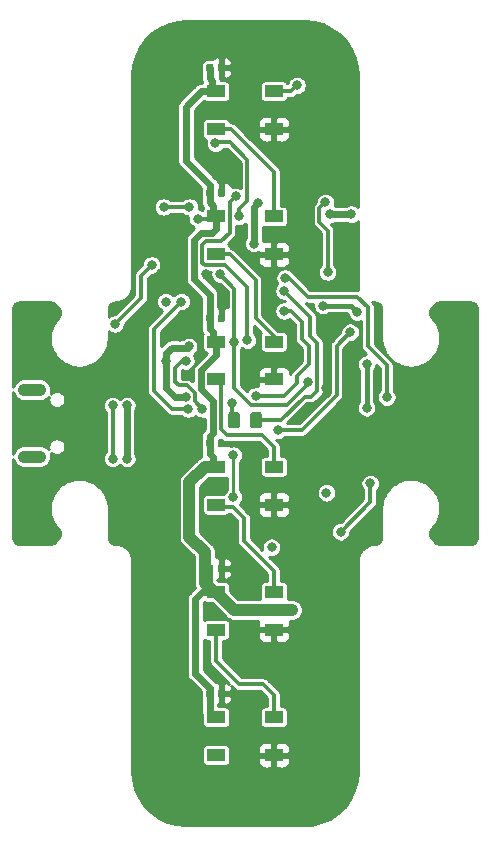
<source format=gtl>
G04 #@! TF.GenerationSoftware,KiCad,Pcbnew,(5.1.5-0-10_14)*
G04 #@! TF.CreationDate,2020-04-03T00:26:54-07:00*
G04 #@! TF.ProjectId,bike-light-board,62696b65-2d6c-4696-9768-742d626f6172,rev?*
G04 #@! TF.SameCoordinates,Original*
G04 #@! TF.FileFunction,Copper,L1,Top*
G04 #@! TF.FilePolarity,Positive*
%FSLAX46Y46*%
G04 Gerber Fmt 4.6, Leading zero omitted, Abs format (unit mm)*
G04 Created by KiCad (PCBNEW (5.1.5-0-10_14)) date 2020-04-03 00:26:54*
%MOMM*%
%LPD*%
G04 APERTURE LIST*
%ADD10C,0.100000*%
%ADD11R,1.500000X1.000000*%
%ADD12O,2.400000X1.100000*%
%ADD13C,0.800000*%
%ADD14C,0.300000*%
%ADD15C,0.400000*%
%ADD16C,0.600000*%
%ADD17C,1.000000*%
%ADD18C,0.250000*%
%ADD19C,0.254000*%
G04 APERTURE END LIST*
G04 #@! TA.AperFunction,SMDPad,CuDef*
D10*
G36*
X162205141Y-102721682D02*
G01*
X162228802Y-102725192D01*
X162252006Y-102731004D01*
X162274528Y-102739062D01*
X162296152Y-102749290D01*
X162316669Y-102761587D01*
X162335882Y-102775837D01*
X162353606Y-102791901D01*
X162369670Y-102809625D01*
X162383920Y-102828838D01*
X162396217Y-102849355D01*
X162406445Y-102870979D01*
X162414503Y-102893501D01*
X162420315Y-102916705D01*
X162423825Y-102940366D01*
X162424999Y-102964258D01*
X162424999Y-103876758D01*
X162423825Y-103900650D01*
X162420315Y-103924311D01*
X162414503Y-103947515D01*
X162406445Y-103970037D01*
X162396217Y-103991661D01*
X162383920Y-104012178D01*
X162369670Y-104031391D01*
X162353606Y-104049115D01*
X162335882Y-104065179D01*
X162316669Y-104079429D01*
X162296152Y-104091726D01*
X162274528Y-104101954D01*
X162252006Y-104110012D01*
X162228802Y-104115824D01*
X162205141Y-104119334D01*
X162181249Y-104120508D01*
X161693749Y-104120508D01*
X161669857Y-104119334D01*
X161646196Y-104115824D01*
X161622992Y-104110012D01*
X161600470Y-104101954D01*
X161578846Y-104091726D01*
X161558329Y-104079429D01*
X161539116Y-104065179D01*
X161521392Y-104049115D01*
X161505328Y-104031391D01*
X161491078Y-104012178D01*
X161478781Y-103991661D01*
X161468553Y-103970037D01*
X161460495Y-103947515D01*
X161454683Y-103924311D01*
X161451173Y-103900650D01*
X161449999Y-103876758D01*
X161449999Y-102964258D01*
X161451173Y-102940366D01*
X161454683Y-102916705D01*
X161460495Y-102893501D01*
X161468553Y-102870979D01*
X161478781Y-102849355D01*
X161491078Y-102828838D01*
X161505328Y-102809625D01*
X161521392Y-102791901D01*
X161539116Y-102775837D01*
X161558329Y-102761587D01*
X161578846Y-102749290D01*
X161600470Y-102739062D01*
X161622992Y-102731004D01*
X161646196Y-102725192D01*
X161669857Y-102721682D01*
X161693749Y-102720508D01*
X162181249Y-102720508D01*
X162205141Y-102721682D01*
G37*
G04 #@! TD.AperFunction*
G04 #@! TA.AperFunction,SMDPad,CuDef*
G36*
X160330141Y-102721682D02*
G01*
X160353802Y-102725192D01*
X160377006Y-102731004D01*
X160399528Y-102739062D01*
X160421152Y-102749290D01*
X160441669Y-102761587D01*
X160460882Y-102775837D01*
X160478606Y-102791901D01*
X160494670Y-102809625D01*
X160508920Y-102828838D01*
X160521217Y-102849355D01*
X160531445Y-102870979D01*
X160539503Y-102893501D01*
X160545315Y-102916705D01*
X160548825Y-102940366D01*
X160549999Y-102964258D01*
X160549999Y-103876758D01*
X160548825Y-103900650D01*
X160545315Y-103924311D01*
X160539503Y-103947515D01*
X160531445Y-103970037D01*
X160521217Y-103991661D01*
X160508920Y-104012178D01*
X160494670Y-104031391D01*
X160478606Y-104049115D01*
X160460882Y-104065179D01*
X160441669Y-104079429D01*
X160421152Y-104091726D01*
X160399528Y-104101954D01*
X160377006Y-104110012D01*
X160353802Y-104115824D01*
X160330141Y-104119334D01*
X160306249Y-104120508D01*
X159818749Y-104120508D01*
X159794857Y-104119334D01*
X159771196Y-104115824D01*
X159747992Y-104110012D01*
X159725470Y-104101954D01*
X159703846Y-104091726D01*
X159683329Y-104079429D01*
X159664116Y-104065179D01*
X159646392Y-104049115D01*
X159630328Y-104031391D01*
X159616078Y-104012178D01*
X159603781Y-103991661D01*
X159593553Y-103970037D01*
X159585495Y-103947515D01*
X159579683Y-103924311D01*
X159576173Y-103900650D01*
X159574999Y-103876758D01*
X159574999Y-102964258D01*
X159576173Y-102940366D01*
X159579683Y-102916705D01*
X159585495Y-102893501D01*
X159593553Y-102870979D01*
X159603781Y-102849355D01*
X159616078Y-102828838D01*
X159630328Y-102809625D01*
X159646392Y-102791901D01*
X159664116Y-102775837D01*
X159683329Y-102761587D01*
X159703846Y-102749290D01*
X159725470Y-102739062D01*
X159747992Y-102731004D01*
X159771196Y-102725192D01*
X159794857Y-102721682D01*
X159818749Y-102720508D01*
X160306249Y-102720508D01*
X160330141Y-102721682D01*
G37*
G04 #@! TD.AperFunction*
D11*
X158549999Y-128570508D03*
X158549999Y-131770508D03*
X163449999Y-128570508D03*
X163449999Y-131770508D03*
X158549999Y-117970508D03*
X158549999Y-121170508D03*
X163449999Y-117970508D03*
X163449999Y-121170508D03*
X158549999Y-107370508D03*
X158549999Y-110570508D03*
X163449999Y-107370508D03*
X163449999Y-110570508D03*
X158549999Y-96770508D03*
X158549999Y-99970508D03*
X163449999Y-96770508D03*
X163449999Y-99970508D03*
X158549999Y-86170508D03*
X158549999Y-89370508D03*
X163449999Y-86170508D03*
X163449999Y-89370508D03*
X158549999Y-75570508D03*
X158549999Y-78770508D03*
X163449999Y-75570508D03*
X163449999Y-78770508D03*
G04 #@! TA.AperFunction,SMDPad,CuDef*
D10*
G36*
X159146957Y-73251218D02*
G01*
X159161275Y-73253342D01*
X159175316Y-73256859D01*
X159188945Y-73261736D01*
X159202030Y-73267925D01*
X159214446Y-73275366D01*
X159226072Y-73283989D01*
X159236797Y-73293710D01*
X159246518Y-73304435D01*
X159255141Y-73316061D01*
X159262582Y-73328477D01*
X159268771Y-73341562D01*
X159273648Y-73355191D01*
X159277165Y-73369232D01*
X159279289Y-73383550D01*
X159279999Y-73398008D01*
X159279999Y-73743008D01*
X159279289Y-73757466D01*
X159277165Y-73771784D01*
X159273648Y-73785825D01*
X159268771Y-73799454D01*
X159262582Y-73812539D01*
X159255141Y-73824955D01*
X159246518Y-73836581D01*
X159236797Y-73847306D01*
X159226072Y-73857027D01*
X159214446Y-73865650D01*
X159202030Y-73873091D01*
X159188945Y-73879280D01*
X159175316Y-73884157D01*
X159161275Y-73887674D01*
X159146957Y-73889798D01*
X159132499Y-73890508D01*
X158837499Y-73890508D01*
X158823041Y-73889798D01*
X158808723Y-73887674D01*
X158794682Y-73884157D01*
X158781053Y-73879280D01*
X158767968Y-73873091D01*
X158755552Y-73865650D01*
X158743926Y-73857027D01*
X158733201Y-73847306D01*
X158723480Y-73836581D01*
X158714857Y-73824955D01*
X158707416Y-73812539D01*
X158701227Y-73799454D01*
X158696350Y-73785825D01*
X158692833Y-73771784D01*
X158690709Y-73757466D01*
X158689999Y-73743008D01*
X158689999Y-73398008D01*
X158690709Y-73383550D01*
X158692833Y-73369232D01*
X158696350Y-73355191D01*
X158701227Y-73341562D01*
X158707416Y-73328477D01*
X158714857Y-73316061D01*
X158723480Y-73304435D01*
X158733201Y-73293710D01*
X158743926Y-73283989D01*
X158755552Y-73275366D01*
X158767968Y-73267925D01*
X158781053Y-73261736D01*
X158794682Y-73256859D01*
X158808723Y-73253342D01*
X158823041Y-73251218D01*
X158837499Y-73250508D01*
X159132499Y-73250508D01*
X159146957Y-73251218D01*
G37*
G04 #@! TD.AperFunction*
G04 #@! TA.AperFunction,SMDPad,CuDef*
G36*
X158176957Y-73251218D02*
G01*
X158191275Y-73253342D01*
X158205316Y-73256859D01*
X158218945Y-73261736D01*
X158232030Y-73267925D01*
X158244446Y-73275366D01*
X158256072Y-73283989D01*
X158266797Y-73293710D01*
X158276518Y-73304435D01*
X158285141Y-73316061D01*
X158292582Y-73328477D01*
X158298771Y-73341562D01*
X158303648Y-73355191D01*
X158307165Y-73369232D01*
X158309289Y-73383550D01*
X158309999Y-73398008D01*
X158309999Y-73743008D01*
X158309289Y-73757466D01*
X158307165Y-73771784D01*
X158303648Y-73785825D01*
X158298771Y-73799454D01*
X158292582Y-73812539D01*
X158285141Y-73824955D01*
X158276518Y-73836581D01*
X158266797Y-73847306D01*
X158256072Y-73857027D01*
X158244446Y-73865650D01*
X158232030Y-73873091D01*
X158218945Y-73879280D01*
X158205316Y-73884157D01*
X158191275Y-73887674D01*
X158176957Y-73889798D01*
X158162499Y-73890508D01*
X157867499Y-73890508D01*
X157853041Y-73889798D01*
X157838723Y-73887674D01*
X157824682Y-73884157D01*
X157811053Y-73879280D01*
X157797968Y-73873091D01*
X157785552Y-73865650D01*
X157773926Y-73857027D01*
X157763201Y-73847306D01*
X157753480Y-73836581D01*
X157744857Y-73824955D01*
X157737416Y-73812539D01*
X157731227Y-73799454D01*
X157726350Y-73785825D01*
X157722833Y-73771784D01*
X157720709Y-73757466D01*
X157719999Y-73743008D01*
X157719999Y-73398008D01*
X157720709Y-73383550D01*
X157722833Y-73369232D01*
X157726350Y-73355191D01*
X157731227Y-73341562D01*
X157737416Y-73328477D01*
X157744857Y-73316061D01*
X157753480Y-73304435D01*
X157763201Y-73293710D01*
X157773926Y-73283989D01*
X157785552Y-73275366D01*
X157797968Y-73267925D01*
X157811053Y-73261736D01*
X157824682Y-73256859D01*
X157838723Y-73253342D01*
X157853041Y-73251218D01*
X157867499Y-73250508D01*
X158162499Y-73250508D01*
X158176957Y-73251218D01*
G37*
G04 #@! TD.AperFunction*
G04 #@! TA.AperFunction,SMDPad,CuDef*
G36*
X159146957Y-83851218D02*
G01*
X159161275Y-83853342D01*
X159175316Y-83856859D01*
X159188945Y-83861736D01*
X159202030Y-83867925D01*
X159214446Y-83875366D01*
X159226072Y-83883989D01*
X159236797Y-83893710D01*
X159246518Y-83904435D01*
X159255141Y-83916061D01*
X159262582Y-83928477D01*
X159268771Y-83941562D01*
X159273648Y-83955191D01*
X159277165Y-83969232D01*
X159279289Y-83983550D01*
X159279999Y-83998008D01*
X159279999Y-84343008D01*
X159279289Y-84357466D01*
X159277165Y-84371784D01*
X159273648Y-84385825D01*
X159268771Y-84399454D01*
X159262582Y-84412539D01*
X159255141Y-84424955D01*
X159246518Y-84436581D01*
X159236797Y-84447306D01*
X159226072Y-84457027D01*
X159214446Y-84465650D01*
X159202030Y-84473091D01*
X159188945Y-84479280D01*
X159175316Y-84484157D01*
X159161275Y-84487674D01*
X159146957Y-84489798D01*
X159132499Y-84490508D01*
X158837499Y-84490508D01*
X158823041Y-84489798D01*
X158808723Y-84487674D01*
X158794682Y-84484157D01*
X158781053Y-84479280D01*
X158767968Y-84473091D01*
X158755552Y-84465650D01*
X158743926Y-84457027D01*
X158733201Y-84447306D01*
X158723480Y-84436581D01*
X158714857Y-84424955D01*
X158707416Y-84412539D01*
X158701227Y-84399454D01*
X158696350Y-84385825D01*
X158692833Y-84371784D01*
X158690709Y-84357466D01*
X158689999Y-84343008D01*
X158689999Y-83998008D01*
X158690709Y-83983550D01*
X158692833Y-83969232D01*
X158696350Y-83955191D01*
X158701227Y-83941562D01*
X158707416Y-83928477D01*
X158714857Y-83916061D01*
X158723480Y-83904435D01*
X158733201Y-83893710D01*
X158743926Y-83883989D01*
X158755552Y-83875366D01*
X158767968Y-83867925D01*
X158781053Y-83861736D01*
X158794682Y-83856859D01*
X158808723Y-83853342D01*
X158823041Y-83851218D01*
X158837499Y-83850508D01*
X159132499Y-83850508D01*
X159146957Y-83851218D01*
G37*
G04 #@! TD.AperFunction*
G04 #@! TA.AperFunction,SMDPad,CuDef*
G36*
X158176957Y-83851218D02*
G01*
X158191275Y-83853342D01*
X158205316Y-83856859D01*
X158218945Y-83861736D01*
X158232030Y-83867925D01*
X158244446Y-83875366D01*
X158256072Y-83883989D01*
X158266797Y-83893710D01*
X158276518Y-83904435D01*
X158285141Y-83916061D01*
X158292582Y-83928477D01*
X158298771Y-83941562D01*
X158303648Y-83955191D01*
X158307165Y-83969232D01*
X158309289Y-83983550D01*
X158309999Y-83998008D01*
X158309999Y-84343008D01*
X158309289Y-84357466D01*
X158307165Y-84371784D01*
X158303648Y-84385825D01*
X158298771Y-84399454D01*
X158292582Y-84412539D01*
X158285141Y-84424955D01*
X158276518Y-84436581D01*
X158266797Y-84447306D01*
X158256072Y-84457027D01*
X158244446Y-84465650D01*
X158232030Y-84473091D01*
X158218945Y-84479280D01*
X158205316Y-84484157D01*
X158191275Y-84487674D01*
X158176957Y-84489798D01*
X158162499Y-84490508D01*
X157867499Y-84490508D01*
X157853041Y-84489798D01*
X157838723Y-84487674D01*
X157824682Y-84484157D01*
X157811053Y-84479280D01*
X157797968Y-84473091D01*
X157785552Y-84465650D01*
X157773926Y-84457027D01*
X157763201Y-84447306D01*
X157753480Y-84436581D01*
X157744857Y-84424955D01*
X157737416Y-84412539D01*
X157731227Y-84399454D01*
X157726350Y-84385825D01*
X157722833Y-84371784D01*
X157720709Y-84357466D01*
X157719999Y-84343008D01*
X157719999Y-83998008D01*
X157720709Y-83983550D01*
X157722833Y-83969232D01*
X157726350Y-83955191D01*
X157731227Y-83941562D01*
X157737416Y-83928477D01*
X157744857Y-83916061D01*
X157753480Y-83904435D01*
X157763201Y-83893710D01*
X157773926Y-83883989D01*
X157785552Y-83875366D01*
X157797968Y-83867925D01*
X157811053Y-83861736D01*
X157824682Y-83856859D01*
X157838723Y-83853342D01*
X157853041Y-83851218D01*
X157867499Y-83850508D01*
X158162499Y-83850508D01*
X158176957Y-83851218D01*
G37*
G04 #@! TD.AperFunction*
G04 #@! TA.AperFunction,SMDPad,CuDef*
G36*
X159146957Y-94451218D02*
G01*
X159161275Y-94453342D01*
X159175316Y-94456859D01*
X159188945Y-94461736D01*
X159202030Y-94467925D01*
X159214446Y-94475366D01*
X159226072Y-94483989D01*
X159236797Y-94493710D01*
X159246518Y-94504435D01*
X159255141Y-94516061D01*
X159262582Y-94528477D01*
X159268771Y-94541562D01*
X159273648Y-94555191D01*
X159277165Y-94569232D01*
X159279289Y-94583550D01*
X159279999Y-94598008D01*
X159279999Y-94943008D01*
X159279289Y-94957466D01*
X159277165Y-94971784D01*
X159273648Y-94985825D01*
X159268771Y-94999454D01*
X159262582Y-95012539D01*
X159255141Y-95024955D01*
X159246518Y-95036581D01*
X159236797Y-95047306D01*
X159226072Y-95057027D01*
X159214446Y-95065650D01*
X159202030Y-95073091D01*
X159188945Y-95079280D01*
X159175316Y-95084157D01*
X159161275Y-95087674D01*
X159146957Y-95089798D01*
X159132499Y-95090508D01*
X158837499Y-95090508D01*
X158823041Y-95089798D01*
X158808723Y-95087674D01*
X158794682Y-95084157D01*
X158781053Y-95079280D01*
X158767968Y-95073091D01*
X158755552Y-95065650D01*
X158743926Y-95057027D01*
X158733201Y-95047306D01*
X158723480Y-95036581D01*
X158714857Y-95024955D01*
X158707416Y-95012539D01*
X158701227Y-94999454D01*
X158696350Y-94985825D01*
X158692833Y-94971784D01*
X158690709Y-94957466D01*
X158689999Y-94943008D01*
X158689999Y-94598008D01*
X158690709Y-94583550D01*
X158692833Y-94569232D01*
X158696350Y-94555191D01*
X158701227Y-94541562D01*
X158707416Y-94528477D01*
X158714857Y-94516061D01*
X158723480Y-94504435D01*
X158733201Y-94493710D01*
X158743926Y-94483989D01*
X158755552Y-94475366D01*
X158767968Y-94467925D01*
X158781053Y-94461736D01*
X158794682Y-94456859D01*
X158808723Y-94453342D01*
X158823041Y-94451218D01*
X158837499Y-94450508D01*
X159132499Y-94450508D01*
X159146957Y-94451218D01*
G37*
G04 #@! TD.AperFunction*
G04 #@! TA.AperFunction,SMDPad,CuDef*
G36*
X158176957Y-94451218D02*
G01*
X158191275Y-94453342D01*
X158205316Y-94456859D01*
X158218945Y-94461736D01*
X158232030Y-94467925D01*
X158244446Y-94475366D01*
X158256072Y-94483989D01*
X158266797Y-94493710D01*
X158276518Y-94504435D01*
X158285141Y-94516061D01*
X158292582Y-94528477D01*
X158298771Y-94541562D01*
X158303648Y-94555191D01*
X158307165Y-94569232D01*
X158309289Y-94583550D01*
X158309999Y-94598008D01*
X158309999Y-94943008D01*
X158309289Y-94957466D01*
X158307165Y-94971784D01*
X158303648Y-94985825D01*
X158298771Y-94999454D01*
X158292582Y-95012539D01*
X158285141Y-95024955D01*
X158276518Y-95036581D01*
X158266797Y-95047306D01*
X158256072Y-95057027D01*
X158244446Y-95065650D01*
X158232030Y-95073091D01*
X158218945Y-95079280D01*
X158205316Y-95084157D01*
X158191275Y-95087674D01*
X158176957Y-95089798D01*
X158162499Y-95090508D01*
X157867499Y-95090508D01*
X157853041Y-95089798D01*
X157838723Y-95087674D01*
X157824682Y-95084157D01*
X157811053Y-95079280D01*
X157797968Y-95073091D01*
X157785552Y-95065650D01*
X157773926Y-95057027D01*
X157763201Y-95047306D01*
X157753480Y-95036581D01*
X157744857Y-95024955D01*
X157737416Y-95012539D01*
X157731227Y-94999454D01*
X157726350Y-94985825D01*
X157722833Y-94971784D01*
X157720709Y-94957466D01*
X157719999Y-94943008D01*
X157719999Y-94598008D01*
X157720709Y-94583550D01*
X157722833Y-94569232D01*
X157726350Y-94555191D01*
X157731227Y-94541562D01*
X157737416Y-94528477D01*
X157744857Y-94516061D01*
X157753480Y-94504435D01*
X157763201Y-94493710D01*
X157773926Y-94483989D01*
X157785552Y-94475366D01*
X157797968Y-94467925D01*
X157811053Y-94461736D01*
X157824682Y-94456859D01*
X157838723Y-94453342D01*
X157853041Y-94451218D01*
X157867499Y-94450508D01*
X158162499Y-94450508D01*
X158176957Y-94451218D01*
G37*
G04 #@! TD.AperFunction*
G04 #@! TA.AperFunction,SMDPad,CuDef*
G36*
X159146957Y-105051218D02*
G01*
X159161275Y-105053342D01*
X159175316Y-105056859D01*
X159188945Y-105061736D01*
X159202030Y-105067925D01*
X159214446Y-105075366D01*
X159226072Y-105083989D01*
X159236797Y-105093710D01*
X159246518Y-105104435D01*
X159255141Y-105116061D01*
X159262582Y-105128477D01*
X159268771Y-105141562D01*
X159273648Y-105155191D01*
X159277165Y-105169232D01*
X159279289Y-105183550D01*
X159279999Y-105198008D01*
X159279999Y-105543008D01*
X159279289Y-105557466D01*
X159277165Y-105571784D01*
X159273648Y-105585825D01*
X159268771Y-105599454D01*
X159262582Y-105612539D01*
X159255141Y-105624955D01*
X159246518Y-105636581D01*
X159236797Y-105647306D01*
X159226072Y-105657027D01*
X159214446Y-105665650D01*
X159202030Y-105673091D01*
X159188945Y-105679280D01*
X159175316Y-105684157D01*
X159161275Y-105687674D01*
X159146957Y-105689798D01*
X159132499Y-105690508D01*
X158837499Y-105690508D01*
X158823041Y-105689798D01*
X158808723Y-105687674D01*
X158794682Y-105684157D01*
X158781053Y-105679280D01*
X158767968Y-105673091D01*
X158755552Y-105665650D01*
X158743926Y-105657027D01*
X158733201Y-105647306D01*
X158723480Y-105636581D01*
X158714857Y-105624955D01*
X158707416Y-105612539D01*
X158701227Y-105599454D01*
X158696350Y-105585825D01*
X158692833Y-105571784D01*
X158690709Y-105557466D01*
X158689999Y-105543008D01*
X158689999Y-105198008D01*
X158690709Y-105183550D01*
X158692833Y-105169232D01*
X158696350Y-105155191D01*
X158701227Y-105141562D01*
X158707416Y-105128477D01*
X158714857Y-105116061D01*
X158723480Y-105104435D01*
X158733201Y-105093710D01*
X158743926Y-105083989D01*
X158755552Y-105075366D01*
X158767968Y-105067925D01*
X158781053Y-105061736D01*
X158794682Y-105056859D01*
X158808723Y-105053342D01*
X158823041Y-105051218D01*
X158837499Y-105050508D01*
X159132499Y-105050508D01*
X159146957Y-105051218D01*
G37*
G04 #@! TD.AperFunction*
G04 #@! TA.AperFunction,SMDPad,CuDef*
G36*
X158176957Y-105051218D02*
G01*
X158191275Y-105053342D01*
X158205316Y-105056859D01*
X158218945Y-105061736D01*
X158232030Y-105067925D01*
X158244446Y-105075366D01*
X158256072Y-105083989D01*
X158266797Y-105093710D01*
X158276518Y-105104435D01*
X158285141Y-105116061D01*
X158292582Y-105128477D01*
X158298771Y-105141562D01*
X158303648Y-105155191D01*
X158307165Y-105169232D01*
X158309289Y-105183550D01*
X158309999Y-105198008D01*
X158309999Y-105543008D01*
X158309289Y-105557466D01*
X158307165Y-105571784D01*
X158303648Y-105585825D01*
X158298771Y-105599454D01*
X158292582Y-105612539D01*
X158285141Y-105624955D01*
X158276518Y-105636581D01*
X158266797Y-105647306D01*
X158256072Y-105657027D01*
X158244446Y-105665650D01*
X158232030Y-105673091D01*
X158218945Y-105679280D01*
X158205316Y-105684157D01*
X158191275Y-105687674D01*
X158176957Y-105689798D01*
X158162499Y-105690508D01*
X157867499Y-105690508D01*
X157853041Y-105689798D01*
X157838723Y-105687674D01*
X157824682Y-105684157D01*
X157811053Y-105679280D01*
X157797968Y-105673091D01*
X157785552Y-105665650D01*
X157773926Y-105657027D01*
X157763201Y-105647306D01*
X157753480Y-105636581D01*
X157744857Y-105624955D01*
X157737416Y-105612539D01*
X157731227Y-105599454D01*
X157726350Y-105585825D01*
X157722833Y-105571784D01*
X157720709Y-105557466D01*
X157719999Y-105543008D01*
X157719999Y-105198008D01*
X157720709Y-105183550D01*
X157722833Y-105169232D01*
X157726350Y-105155191D01*
X157731227Y-105141562D01*
X157737416Y-105128477D01*
X157744857Y-105116061D01*
X157753480Y-105104435D01*
X157763201Y-105093710D01*
X157773926Y-105083989D01*
X157785552Y-105075366D01*
X157797968Y-105067925D01*
X157811053Y-105061736D01*
X157824682Y-105056859D01*
X157838723Y-105053342D01*
X157853041Y-105051218D01*
X157867499Y-105050508D01*
X158162499Y-105050508D01*
X158176957Y-105051218D01*
G37*
G04 #@! TD.AperFunction*
G04 #@! TA.AperFunction,SMDPad,CuDef*
G36*
X159146957Y-115651218D02*
G01*
X159161275Y-115653342D01*
X159175316Y-115656859D01*
X159188945Y-115661736D01*
X159202030Y-115667925D01*
X159214446Y-115675366D01*
X159226072Y-115683989D01*
X159236797Y-115693710D01*
X159246518Y-115704435D01*
X159255141Y-115716061D01*
X159262582Y-115728477D01*
X159268771Y-115741562D01*
X159273648Y-115755191D01*
X159277165Y-115769232D01*
X159279289Y-115783550D01*
X159279999Y-115798008D01*
X159279999Y-116143008D01*
X159279289Y-116157466D01*
X159277165Y-116171784D01*
X159273648Y-116185825D01*
X159268771Y-116199454D01*
X159262582Y-116212539D01*
X159255141Y-116224955D01*
X159246518Y-116236581D01*
X159236797Y-116247306D01*
X159226072Y-116257027D01*
X159214446Y-116265650D01*
X159202030Y-116273091D01*
X159188945Y-116279280D01*
X159175316Y-116284157D01*
X159161275Y-116287674D01*
X159146957Y-116289798D01*
X159132499Y-116290508D01*
X158837499Y-116290508D01*
X158823041Y-116289798D01*
X158808723Y-116287674D01*
X158794682Y-116284157D01*
X158781053Y-116279280D01*
X158767968Y-116273091D01*
X158755552Y-116265650D01*
X158743926Y-116257027D01*
X158733201Y-116247306D01*
X158723480Y-116236581D01*
X158714857Y-116224955D01*
X158707416Y-116212539D01*
X158701227Y-116199454D01*
X158696350Y-116185825D01*
X158692833Y-116171784D01*
X158690709Y-116157466D01*
X158689999Y-116143008D01*
X158689999Y-115798008D01*
X158690709Y-115783550D01*
X158692833Y-115769232D01*
X158696350Y-115755191D01*
X158701227Y-115741562D01*
X158707416Y-115728477D01*
X158714857Y-115716061D01*
X158723480Y-115704435D01*
X158733201Y-115693710D01*
X158743926Y-115683989D01*
X158755552Y-115675366D01*
X158767968Y-115667925D01*
X158781053Y-115661736D01*
X158794682Y-115656859D01*
X158808723Y-115653342D01*
X158823041Y-115651218D01*
X158837499Y-115650508D01*
X159132499Y-115650508D01*
X159146957Y-115651218D01*
G37*
G04 #@! TD.AperFunction*
G04 #@! TA.AperFunction,SMDPad,CuDef*
G36*
X158176957Y-115651218D02*
G01*
X158191275Y-115653342D01*
X158205316Y-115656859D01*
X158218945Y-115661736D01*
X158232030Y-115667925D01*
X158244446Y-115675366D01*
X158256072Y-115683989D01*
X158266797Y-115693710D01*
X158276518Y-115704435D01*
X158285141Y-115716061D01*
X158292582Y-115728477D01*
X158298771Y-115741562D01*
X158303648Y-115755191D01*
X158307165Y-115769232D01*
X158309289Y-115783550D01*
X158309999Y-115798008D01*
X158309999Y-116143008D01*
X158309289Y-116157466D01*
X158307165Y-116171784D01*
X158303648Y-116185825D01*
X158298771Y-116199454D01*
X158292582Y-116212539D01*
X158285141Y-116224955D01*
X158276518Y-116236581D01*
X158266797Y-116247306D01*
X158256072Y-116257027D01*
X158244446Y-116265650D01*
X158232030Y-116273091D01*
X158218945Y-116279280D01*
X158205316Y-116284157D01*
X158191275Y-116287674D01*
X158176957Y-116289798D01*
X158162499Y-116290508D01*
X157867499Y-116290508D01*
X157853041Y-116289798D01*
X157838723Y-116287674D01*
X157824682Y-116284157D01*
X157811053Y-116279280D01*
X157797968Y-116273091D01*
X157785552Y-116265650D01*
X157773926Y-116257027D01*
X157763201Y-116247306D01*
X157753480Y-116236581D01*
X157744857Y-116224955D01*
X157737416Y-116212539D01*
X157731227Y-116199454D01*
X157726350Y-116185825D01*
X157722833Y-116171784D01*
X157720709Y-116157466D01*
X157719999Y-116143008D01*
X157719999Y-115798008D01*
X157720709Y-115783550D01*
X157722833Y-115769232D01*
X157726350Y-115755191D01*
X157731227Y-115741562D01*
X157737416Y-115728477D01*
X157744857Y-115716061D01*
X157753480Y-115704435D01*
X157763201Y-115693710D01*
X157773926Y-115683989D01*
X157785552Y-115675366D01*
X157797968Y-115667925D01*
X157811053Y-115661736D01*
X157824682Y-115656859D01*
X157838723Y-115653342D01*
X157853041Y-115651218D01*
X157867499Y-115650508D01*
X158162499Y-115650508D01*
X158176957Y-115651218D01*
G37*
G04 #@! TD.AperFunction*
G04 #@! TA.AperFunction,SMDPad,CuDef*
G36*
X159146957Y-126251218D02*
G01*
X159161275Y-126253342D01*
X159175316Y-126256859D01*
X159188945Y-126261736D01*
X159202030Y-126267925D01*
X159214446Y-126275366D01*
X159226072Y-126283989D01*
X159236797Y-126293710D01*
X159246518Y-126304435D01*
X159255141Y-126316061D01*
X159262582Y-126328477D01*
X159268771Y-126341562D01*
X159273648Y-126355191D01*
X159277165Y-126369232D01*
X159279289Y-126383550D01*
X159279999Y-126398008D01*
X159279999Y-126743008D01*
X159279289Y-126757466D01*
X159277165Y-126771784D01*
X159273648Y-126785825D01*
X159268771Y-126799454D01*
X159262582Y-126812539D01*
X159255141Y-126824955D01*
X159246518Y-126836581D01*
X159236797Y-126847306D01*
X159226072Y-126857027D01*
X159214446Y-126865650D01*
X159202030Y-126873091D01*
X159188945Y-126879280D01*
X159175316Y-126884157D01*
X159161275Y-126887674D01*
X159146957Y-126889798D01*
X159132499Y-126890508D01*
X158837499Y-126890508D01*
X158823041Y-126889798D01*
X158808723Y-126887674D01*
X158794682Y-126884157D01*
X158781053Y-126879280D01*
X158767968Y-126873091D01*
X158755552Y-126865650D01*
X158743926Y-126857027D01*
X158733201Y-126847306D01*
X158723480Y-126836581D01*
X158714857Y-126824955D01*
X158707416Y-126812539D01*
X158701227Y-126799454D01*
X158696350Y-126785825D01*
X158692833Y-126771784D01*
X158690709Y-126757466D01*
X158689999Y-126743008D01*
X158689999Y-126398008D01*
X158690709Y-126383550D01*
X158692833Y-126369232D01*
X158696350Y-126355191D01*
X158701227Y-126341562D01*
X158707416Y-126328477D01*
X158714857Y-126316061D01*
X158723480Y-126304435D01*
X158733201Y-126293710D01*
X158743926Y-126283989D01*
X158755552Y-126275366D01*
X158767968Y-126267925D01*
X158781053Y-126261736D01*
X158794682Y-126256859D01*
X158808723Y-126253342D01*
X158823041Y-126251218D01*
X158837499Y-126250508D01*
X159132499Y-126250508D01*
X159146957Y-126251218D01*
G37*
G04 #@! TD.AperFunction*
G04 #@! TA.AperFunction,SMDPad,CuDef*
G36*
X158176957Y-126251218D02*
G01*
X158191275Y-126253342D01*
X158205316Y-126256859D01*
X158218945Y-126261736D01*
X158232030Y-126267925D01*
X158244446Y-126275366D01*
X158256072Y-126283989D01*
X158266797Y-126293710D01*
X158276518Y-126304435D01*
X158285141Y-126316061D01*
X158292582Y-126328477D01*
X158298771Y-126341562D01*
X158303648Y-126355191D01*
X158307165Y-126369232D01*
X158309289Y-126383550D01*
X158309999Y-126398008D01*
X158309999Y-126743008D01*
X158309289Y-126757466D01*
X158307165Y-126771784D01*
X158303648Y-126785825D01*
X158298771Y-126799454D01*
X158292582Y-126812539D01*
X158285141Y-126824955D01*
X158276518Y-126836581D01*
X158266797Y-126847306D01*
X158256072Y-126857027D01*
X158244446Y-126865650D01*
X158232030Y-126873091D01*
X158218945Y-126879280D01*
X158205316Y-126884157D01*
X158191275Y-126887674D01*
X158176957Y-126889798D01*
X158162499Y-126890508D01*
X157867499Y-126890508D01*
X157853041Y-126889798D01*
X157838723Y-126887674D01*
X157824682Y-126884157D01*
X157811053Y-126879280D01*
X157797968Y-126873091D01*
X157785552Y-126865650D01*
X157773926Y-126857027D01*
X157763201Y-126847306D01*
X157753480Y-126836581D01*
X157744857Y-126824955D01*
X157737416Y-126812539D01*
X157731227Y-126799454D01*
X157726350Y-126785825D01*
X157722833Y-126771784D01*
X157720709Y-126757466D01*
X157719999Y-126743008D01*
X157719999Y-126398008D01*
X157720709Y-126383550D01*
X157722833Y-126369232D01*
X157726350Y-126355191D01*
X157731227Y-126341562D01*
X157737416Y-126328477D01*
X157744857Y-126316061D01*
X157753480Y-126304435D01*
X157763201Y-126293710D01*
X157773926Y-126283989D01*
X157785552Y-126275366D01*
X157797968Y-126267925D01*
X157811053Y-126261736D01*
X157824682Y-126256859D01*
X157838723Y-126253342D01*
X157853041Y-126251218D01*
X157867499Y-126250508D01*
X158162499Y-126250508D01*
X158176957Y-126251218D01*
G37*
G04 #@! TD.AperFunction*
D12*
X142974999Y-106495508D03*
X142974999Y-100845508D03*
D13*
X157699999Y-91070508D03*
X166699999Y-130470508D03*
X161299999Y-130570508D03*
X164399999Y-116470508D03*
X164299999Y-114970508D03*
X161299999Y-120970508D03*
X167699999Y-105770508D03*
X170299999Y-97670508D03*
X167099999Y-89970508D03*
X155799999Y-87370508D03*
X167999999Y-83070508D03*
X166899999Y-76270508D03*
X160199999Y-88470508D03*
X152999999Y-101920508D03*
X167699999Y-95470508D03*
X161899999Y-97470508D03*
X155999999Y-99570508D03*
X164999999Y-83070508D03*
X167899999Y-100670508D03*
X170399999Y-104670508D03*
X170399999Y-106870508D03*
X152999999Y-111370508D03*
X152399999Y-109670508D03*
X157699999Y-109270508D03*
X159799999Y-112070508D03*
X166599999Y-128170508D03*
X155499999Y-96370508D03*
X161199999Y-115270508D03*
X146799999Y-101170508D03*
X147899999Y-101170508D03*
X147899999Y-102270508D03*
X169099999Y-111670508D03*
X167599999Y-91970508D03*
X178899999Y-98770508D03*
X153899999Y-90970508D03*
X160499999Y-86170508D03*
X149799999Y-106670508D03*
X149799999Y-102170508D03*
X149999999Y-95270508D03*
X156299999Y-85370508D03*
X158499999Y-79970508D03*
X154099999Y-85370508D03*
X153099999Y-90270508D03*
X167600005Y-93720508D03*
X156249999Y-97170508D03*
X154299999Y-98370508D03*
X161750003Y-88470508D03*
X171299999Y-98670508D03*
X171299999Y-102370508D03*
X162099999Y-85070508D03*
X155999999Y-101470508D03*
X170499999Y-94270508D03*
X168199999Y-85970508D03*
X169999999Y-85970508D03*
X167999999Y-90870508D03*
X167799999Y-84970508D03*
X167899999Y-109570508D03*
X164999999Y-119470508D03*
X156999999Y-86370508D03*
X169899999Y-95970508D03*
X163799999Y-104270508D03*
X157399999Y-102470508D03*
X155999999Y-98420508D03*
X161199999Y-96670508D03*
X160199999Y-84470508D03*
X171599999Y-108770508D03*
X169099999Y-112870508D03*
X172999999Y-101470508D03*
X164399999Y-91370508D03*
X156199999Y-102470508D03*
X159899999Y-101970508D03*
X155599999Y-93370508D03*
X164299999Y-92470508D03*
X164299999Y-94170508D03*
X161899999Y-101370508D03*
X150999999Y-106670508D03*
X150999999Y-102170508D03*
X160099999Y-96770508D03*
X166299999Y-100170508D03*
X158899999Y-91070508D03*
X163249999Y-114170508D03*
X159999999Y-109920466D03*
X159999999Y-106370508D03*
X154299999Y-93370508D03*
X165399999Y-75070508D03*
D14*
X158984999Y-84170508D02*
X158984999Y-83385508D01*
X159199999Y-83170508D02*
X159699999Y-83170508D01*
X158984999Y-83385508D02*
X159199999Y-83170508D01*
X155999999Y-99570508D02*
X155999999Y-99551256D01*
X155999999Y-99551256D02*
X157099999Y-98451256D01*
X157099999Y-98451256D02*
X157099999Y-96570508D01*
X156899999Y-96370508D02*
X155499999Y-96370508D01*
X157099999Y-96570508D02*
X156899999Y-96370508D01*
X149799999Y-102170508D02*
X149799999Y-106670508D01*
X149999999Y-95270508D02*
X152199999Y-93070508D01*
X156099999Y-85370508D02*
X156299999Y-85370508D01*
X160499999Y-86170508D02*
X160499999Y-85570508D01*
X160499999Y-85570508D02*
X161199999Y-84870508D01*
X161199999Y-84870508D02*
X161199999Y-81370508D01*
X161199999Y-81370508D02*
X159699999Y-79870508D01*
X158599999Y-79870508D02*
X158499999Y-79970508D01*
X159699999Y-79870508D02*
X158599999Y-79870508D01*
X154199999Y-85370508D02*
X154099999Y-85370508D01*
X154199999Y-85370508D02*
X156099999Y-85370508D01*
X152199999Y-91170508D02*
X153099999Y-90270508D01*
X152199999Y-93070508D02*
X152199999Y-91170508D01*
D15*
X171299999Y-98670508D02*
X171299999Y-102370508D01*
D16*
X161750003Y-88470508D02*
X161750003Y-88420504D01*
X161750003Y-88420504D02*
X161799999Y-88370508D01*
X161799999Y-85370508D02*
X162099999Y-85070508D01*
X161799999Y-88370508D02*
X161799999Y-85370508D01*
X155999999Y-101470508D02*
X155099999Y-101470508D01*
X154299999Y-100670508D02*
X154299999Y-98370508D01*
X155099999Y-101470508D02*
X154299999Y-100670508D01*
X156149999Y-97270508D02*
X156249999Y-97170508D01*
X154299999Y-98370508D02*
X154299999Y-97770508D01*
X154299999Y-97770508D02*
X154799999Y-97270508D01*
X154799999Y-97270508D02*
X156149999Y-97270508D01*
D15*
X169949999Y-93720508D02*
X167600005Y-93720508D01*
X170499999Y-94270508D02*
X169949999Y-93720508D01*
D16*
X168199999Y-85970508D02*
X169999999Y-85970508D01*
D14*
X167899999Y-90770508D02*
X167999999Y-90870508D01*
X167799999Y-84970508D02*
X167899999Y-85070508D01*
X167999999Y-90870508D02*
X167999999Y-87370508D01*
X167999999Y-87370508D02*
X167299999Y-86670508D01*
X167299999Y-85470508D02*
X167799999Y-84970508D01*
X167299999Y-86670508D02*
X167299999Y-85470508D01*
D15*
X158014999Y-117435508D02*
X158549999Y-117970508D01*
X158014999Y-115970508D02*
X158014999Y-117435508D01*
D16*
X158014999Y-126570508D02*
X158014999Y-126085508D01*
X158014999Y-126085508D02*
X156799999Y-124870508D01*
X156799999Y-124870508D02*
X156799999Y-118570508D01*
X157399999Y-117970508D02*
X158549999Y-117970508D01*
X156799999Y-118570508D02*
X157399999Y-117970508D01*
X157999999Y-105370508D02*
X158014999Y-105370508D01*
D15*
X157899999Y-105255508D02*
X158014999Y-105370508D01*
D16*
X157999999Y-105355508D02*
X158014999Y-105370508D01*
X158299999Y-85920508D02*
X158549999Y-86170508D01*
X158299999Y-85270508D02*
X158299999Y-85920508D01*
X158014999Y-84985508D02*
X158299999Y-85270508D01*
X158014999Y-84170508D02*
X158014999Y-84985508D01*
X158199999Y-75220508D02*
X158549999Y-75570508D01*
X158199999Y-74670508D02*
X158199999Y-75220508D01*
X158014999Y-74485508D02*
X158199999Y-74670508D01*
X158014999Y-73570508D02*
X158014999Y-74485508D01*
X158299999Y-96520508D02*
X158549999Y-96770508D01*
X158299999Y-95970508D02*
X158299999Y-96520508D01*
X158014999Y-95685508D02*
X158299999Y-95970508D01*
X158014999Y-94770508D02*
X158014999Y-95685508D01*
X158299999Y-107120508D02*
X158549999Y-107370508D01*
X158299999Y-106570508D02*
X158299999Y-107120508D01*
X158014999Y-106285508D02*
X158299999Y-106570508D01*
X158014999Y-105370508D02*
X158014999Y-106285508D01*
X158014999Y-128035508D02*
X158549999Y-128570508D01*
X158014999Y-126570508D02*
X158014999Y-128035508D01*
X158549999Y-86170508D02*
X158299999Y-86170508D01*
D17*
X157599999Y-107370508D02*
X158549999Y-107370508D01*
X156299999Y-108670508D02*
X157599999Y-107370508D01*
X156299999Y-113270508D02*
X156299999Y-108670508D01*
X158549999Y-117970508D02*
X158399999Y-117970508D01*
X158399999Y-117970508D02*
X157599999Y-117170508D01*
X157599999Y-114570508D02*
X156299999Y-113270508D01*
X157599999Y-117170508D02*
X157599999Y-114570508D01*
D16*
X158014999Y-104755508D02*
X158014999Y-105370508D01*
X158299999Y-104470508D02*
X158014999Y-104755508D01*
X158299999Y-101770508D02*
X158299999Y-104470508D01*
X158549999Y-96770508D02*
X158549999Y-97920508D01*
X158549999Y-97920508D02*
X157299999Y-99170508D01*
X157299999Y-100770508D02*
X158299999Y-101770508D01*
X157299999Y-99170508D02*
X157299999Y-100770508D01*
D17*
X160049999Y-119470508D02*
X164999999Y-119470508D01*
X158549999Y-117970508D02*
X160049999Y-119470508D01*
D14*
X158349999Y-86370508D02*
X158549999Y-86170508D01*
X156999999Y-86370508D02*
X158349999Y-86370508D01*
D16*
X157999999Y-84155508D02*
X158014999Y-84170508D01*
X155999999Y-81470508D02*
X157999999Y-83470508D01*
X155999999Y-76870508D02*
X155999999Y-81470508D01*
X157999999Y-83470508D02*
X157999999Y-84155508D01*
X157299999Y-75570508D02*
X155999999Y-76870508D01*
X158549999Y-75570508D02*
X157299999Y-75570508D01*
X158549999Y-87220508D02*
X158549999Y-86170508D01*
X157299999Y-87570508D02*
X158199999Y-87570508D01*
X156699999Y-88170508D02*
X157299999Y-87570508D01*
X156699999Y-91470508D02*
X156699999Y-88170508D01*
X158199999Y-87570508D02*
X158549999Y-87220508D01*
X158014999Y-92785508D02*
X156699999Y-91470508D01*
X158014999Y-94770508D02*
X158014999Y-92785508D01*
D14*
X161899999Y-94770508D02*
X163449999Y-96320508D01*
X161899999Y-91570508D02*
X161899999Y-94770508D01*
X159699999Y-89370508D02*
X161899999Y-91570508D01*
X163449999Y-96320508D02*
X163449999Y-96770508D01*
X158549999Y-89370508D02*
X159699999Y-89370508D01*
X163449999Y-105720508D02*
X163449999Y-107370508D01*
X162399999Y-104670508D02*
X163449999Y-105720508D01*
X159499999Y-104670508D02*
X162399999Y-104670508D01*
X158549999Y-99970508D02*
X158999999Y-100420508D01*
X158999999Y-100420508D02*
X158999999Y-104170508D01*
X158999999Y-104170508D02*
X159499999Y-104670508D01*
X158749999Y-110770508D02*
X158549999Y-110570508D01*
X159999999Y-110770508D02*
X158749999Y-110770508D01*
X160899999Y-111670508D02*
X159999999Y-110770508D01*
X160899999Y-113670508D02*
X160899999Y-111670508D01*
X163449999Y-116220508D02*
X160899999Y-113670508D01*
X163449999Y-117970508D02*
X163449999Y-116220508D01*
X163449999Y-126720508D02*
X163449999Y-128570508D01*
X162499999Y-125770508D02*
X163449999Y-126720508D01*
X160499999Y-125770508D02*
X162499999Y-125770508D01*
X158549999Y-123820508D02*
X160499999Y-125770508D01*
X158549999Y-121170508D02*
X158549999Y-123820508D01*
X168749999Y-97120508D02*
X169899999Y-95970508D01*
X168749999Y-101320508D02*
X168749999Y-97120508D01*
X163799999Y-104270508D02*
X165799999Y-104270508D01*
X165799999Y-104270508D02*
X168749999Y-101320508D01*
X155999999Y-98420508D02*
X155649999Y-98420508D01*
X155649999Y-98420508D02*
X155099999Y-98970508D01*
X155099999Y-98970508D02*
X155099999Y-100170508D01*
X155099999Y-100170508D02*
X155399999Y-100470508D01*
X155399999Y-100470508D02*
X156099999Y-100470508D01*
X156099999Y-100470508D02*
X156750000Y-101120509D01*
X156750000Y-101820509D02*
X157399999Y-102470508D01*
X156750000Y-101120509D02*
X156750000Y-101820509D01*
X159699999Y-84970508D02*
X160199999Y-84470508D01*
X159699999Y-87570508D02*
X159699999Y-84970508D01*
X158999999Y-88270508D02*
X159699999Y-87570508D01*
X157699999Y-88270508D02*
X158999999Y-88270508D01*
X159299999Y-90270508D02*
X157599999Y-90270508D01*
X157399999Y-90070508D02*
X157399999Y-88570508D01*
X157599999Y-90270508D02*
X157399999Y-90070508D01*
X157399999Y-88570508D02*
X157699999Y-88270508D01*
X161199999Y-92170508D02*
X159299999Y-90270508D01*
X161199999Y-96670508D02*
X161199999Y-92170508D01*
X171599999Y-110370508D02*
X171599999Y-108770508D01*
X169099999Y-112870508D02*
X171599999Y-110370508D01*
X172999999Y-98770508D02*
X172999999Y-101470508D01*
X171399999Y-97170508D02*
X172999999Y-98770508D01*
X171399999Y-93870508D02*
X171399999Y-97170508D01*
X170499999Y-92970508D02*
X171399999Y-93870508D01*
X166299999Y-92970508D02*
X170499999Y-92970508D01*
X164699999Y-91370508D02*
X166299999Y-92970508D01*
X164399999Y-91370508D02*
X164699999Y-91370508D01*
X159899999Y-103258008D02*
X160062499Y-103420508D01*
X159899999Y-101970508D02*
X159899999Y-103258008D01*
X154799999Y-102470508D02*
X156199999Y-102470508D01*
X153299999Y-100970508D02*
X154799999Y-102470508D01*
X153299999Y-95670508D02*
X153299999Y-100970508D01*
X155599999Y-93370508D02*
X153299999Y-95670508D01*
X164049999Y-103420508D02*
X161937499Y-103420508D01*
X166049999Y-101420508D02*
X164049999Y-103420508D01*
X166599999Y-101420508D02*
X166049999Y-101420508D01*
X167099999Y-100920508D02*
X166599999Y-101420508D01*
X167099999Y-96870508D02*
X167099999Y-100920508D01*
X166499999Y-96270508D02*
X167099999Y-96870508D01*
X166499999Y-94670508D02*
X166499999Y-96270508D01*
X164299999Y-92470508D02*
X166499999Y-94670508D01*
X165799999Y-95070508D02*
X164899999Y-94170508D01*
X165799999Y-96570508D02*
X165799999Y-95070508D01*
X161899999Y-101370508D02*
X164299999Y-101370508D01*
X165399999Y-100270508D02*
X165399999Y-99670508D01*
X164299999Y-101370508D02*
X165399999Y-100270508D01*
X164899999Y-94170508D02*
X164299999Y-94170508D01*
X166399999Y-97170508D02*
X165799999Y-96570508D01*
X166399999Y-98670508D02*
X166399999Y-97170508D01*
X165399999Y-99670508D02*
X166399999Y-98670508D01*
D16*
X150999999Y-102170508D02*
X150999999Y-106670508D01*
D14*
X160099999Y-96970508D02*
X160299999Y-96770508D01*
X164549998Y-102120509D02*
X161550000Y-102120509D01*
X161550000Y-102120509D02*
X160099999Y-100670508D01*
X160099999Y-100670508D02*
X160099999Y-96970508D01*
X166299999Y-100370508D02*
X164549998Y-102120509D01*
X166299999Y-100170508D02*
X166299999Y-100370508D01*
X160099999Y-96170508D02*
X160099999Y-96770508D01*
X160099999Y-92270508D02*
X160099999Y-96170508D01*
X158899999Y-91070508D02*
X160099999Y-92270508D01*
D18*
X159999999Y-106370508D02*
X159999999Y-109920466D01*
D14*
X158549999Y-78770508D02*
X159799999Y-78770508D01*
X163449999Y-82420508D02*
X163449999Y-86170508D01*
X159799999Y-78770508D02*
X163449999Y-82420508D01*
X164899999Y-75570508D02*
X163449999Y-75570508D01*
X165399999Y-75070508D02*
X164899999Y-75570508D01*
D19*
G36*
X166805063Y-69696154D02*
G01*
X167584677Y-69909432D01*
X168314200Y-70257396D01*
X168970583Y-70729055D01*
X169533064Y-71309490D01*
X169983867Y-71980358D01*
X170308748Y-72720457D01*
X170498268Y-73509863D01*
X170548000Y-74187094D01*
X170547999Y-85348955D01*
X170527180Y-85328136D01*
X170391730Y-85237631D01*
X170241226Y-85175290D01*
X170081451Y-85143508D01*
X169918547Y-85143508D01*
X169758772Y-85175290D01*
X169608268Y-85237631D01*
X169599472Y-85243508D01*
X168600526Y-85243508D01*
X168591730Y-85237631D01*
X168585551Y-85235071D01*
X168595217Y-85211735D01*
X168626999Y-85051960D01*
X168626999Y-84889056D01*
X168595217Y-84729281D01*
X168532876Y-84578777D01*
X168442371Y-84443327D01*
X168327180Y-84328136D01*
X168191730Y-84237631D01*
X168041226Y-84175290D01*
X167881451Y-84143508D01*
X167718547Y-84143508D01*
X167558772Y-84175290D01*
X167408268Y-84237631D01*
X167272818Y-84328136D01*
X167157627Y-84443327D01*
X167067122Y-84578777D01*
X167004781Y-84729281D01*
X166972999Y-84889056D01*
X166972999Y-84981507D01*
X166912033Y-85042473D01*
X166890026Y-85060534D01*
X166871965Y-85082541D01*
X166871962Y-85082544D01*
X166863887Y-85092384D01*
X166817921Y-85148393D01*
X166775376Y-85227991D01*
X166764343Y-85248632D01*
X166731348Y-85357397D01*
X166720209Y-85470508D01*
X166723000Y-85498849D01*
X166722999Y-86642176D01*
X166720209Y-86670508D01*
X166722999Y-86698839D01*
X166722999Y-86698843D01*
X166725333Y-86722536D01*
X166731348Y-86783619D01*
X166746845Y-86834704D01*
X166764342Y-86892383D01*
X166817920Y-86992622D01*
X166890025Y-87080482D01*
X166912037Y-87098547D01*
X167423000Y-87609510D01*
X167422999Y-90277955D01*
X167357627Y-90343327D01*
X167267122Y-90478777D01*
X167204781Y-90629281D01*
X167172999Y-90789056D01*
X167172999Y-90951960D01*
X167204781Y-91111735D01*
X167267122Y-91262239D01*
X167357627Y-91397689D01*
X167472818Y-91512880D01*
X167608268Y-91603385D01*
X167758772Y-91665726D01*
X167918547Y-91697508D01*
X168081451Y-91697508D01*
X168241226Y-91665726D01*
X168391730Y-91603385D01*
X168527180Y-91512880D01*
X168642371Y-91397689D01*
X168732876Y-91262239D01*
X168795217Y-91111735D01*
X168826999Y-90951960D01*
X168826999Y-90789056D01*
X168795217Y-90629281D01*
X168732876Y-90478777D01*
X168642371Y-90343327D01*
X168576999Y-90277955D01*
X168576999Y-87398836D01*
X168579789Y-87370507D01*
X168576999Y-87342178D01*
X168576999Y-87342172D01*
X168568649Y-87257396D01*
X168535656Y-87148632D01*
X168482078Y-87048393D01*
X168409973Y-86960534D01*
X168387961Y-86942469D01*
X168243000Y-86797508D01*
X168281451Y-86797508D01*
X168441226Y-86765726D01*
X168591730Y-86703385D01*
X168600526Y-86697508D01*
X169599472Y-86697508D01*
X169608268Y-86703385D01*
X169758772Y-86765726D01*
X169918547Y-86797508D01*
X170081451Y-86797508D01*
X170241226Y-86765726D01*
X170391730Y-86703385D01*
X170527180Y-86612880D01*
X170547999Y-86592061D01*
X170547999Y-92022204D01*
X170549926Y-92041771D01*
X170549883Y-92047948D01*
X170550499Y-92054229D01*
X170570900Y-92248326D01*
X170579140Y-92288470D01*
X170586814Y-92328696D01*
X170588638Y-92334738D01*
X170609299Y-92401482D01*
X170558044Y-92396434D01*
X170528335Y-92393508D01*
X170528330Y-92393508D01*
X170499999Y-92390718D01*
X170471668Y-92393508D01*
X166539000Y-92393508D01*
X165138962Y-90993470D01*
X165132876Y-90978777D01*
X165042371Y-90843327D01*
X164927180Y-90728136D01*
X164791730Y-90637631D01*
X164641226Y-90575290D01*
X164481451Y-90543508D01*
X164318547Y-90543508D01*
X164158772Y-90575290D01*
X164008268Y-90637631D01*
X163872818Y-90728136D01*
X163757627Y-90843327D01*
X163667122Y-90978777D01*
X163604781Y-91129281D01*
X163572999Y-91289056D01*
X163572999Y-91451960D01*
X163604781Y-91611735D01*
X163667122Y-91762239D01*
X163735853Y-91865101D01*
X163657627Y-91943327D01*
X163567122Y-92078777D01*
X163504781Y-92229281D01*
X163472999Y-92389056D01*
X163472999Y-92551960D01*
X163504781Y-92711735D01*
X163567122Y-92862239D01*
X163657627Y-92997689D01*
X163772818Y-93112880D01*
X163908268Y-93203385D01*
X164058772Y-93265726D01*
X164218547Y-93297508D01*
X164310998Y-93297508D01*
X164356998Y-93343508D01*
X164218547Y-93343508D01*
X164058772Y-93375290D01*
X163908268Y-93437631D01*
X163772818Y-93528136D01*
X163657627Y-93643327D01*
X163567122Y-93778777D01*
X163504781Y-93929281D01*
X163472999Y-94089056D01*
X163472999Y-94251960D01*
X163504781Y-94411735D01*
X163567122Y-94562239D01*
X163657627Y-94697689D01*
X163772818Y-94812880D01*
X163908268Y-94903385D01*
X164058772Y-94965726D01*
X164218547Y-94997508D01*
X164381451Y-94997508D01*
X164541226Y-94965726D01*
X164691730Y-94903385D01*
X164766749Y-94853259D01*
X165223000Y-95309511D01*
X165222999Y-96542177D01*
X165220209Y-96570508D01*
X165231348Y-96683619D01*
X165245588Y-96730559D01*
X165264342Y-96792383D01*
X165317920Y-96892622D01*
X165390025Y-96980482D01*
X165412037Y-96998547D01*
X165823000Y-97409511D01*
X165822999Y-98431507D01*
X165012033Y-99242473D01*
X164990026Y-99260534D01*
X164971965Y-99282541D01*
X164971962Y-99282544D01*
X164952578Y-99306164D01*
X164917921Y-99348393D01*
X164864342Y-99448632D01*
X164849516Y-99497508D01*
X164837097Y-99538446D01*
X164838071Y-99470508D01*
X164825811Y-99346026D01*
X164789501Y-99226328D01*
X164730536Y-99116014D01*
X164651184Y-99019323D01*
X164554493Y-98939971D01*
X164444179Y-98881006D01*
X164324481Y-98844696D01*
X164199999Y-98832436D01*
X163735749Y-98835508D01*
X163576999Y-98994258D01*
X163576999Y-99843508D01*
X163596999Y-99843508D01*
X163596999Y-100097508D01*
X163576999Y-100097508D01*
X163576999Y-100117508D01*
X163322999Y-100117508D01*
X163322999Y-100097508D01*
X162223749Y-100097508D01*
X162064999Y-100256258D01*
X162061927Y-100470508D01*
X162070868Y-100561295D01*
X161981451Y-100543508D01*
X161818547Y-100543508D01*
X161658772Y-100575290D01*
X161508268Y-100637631D01*
X161372818Y-100728136D01*
X161257627Y-100843327D01*
X161190012Y-100944520D01*
X160676999Y-100431507D01*
X160676999Y-99470508D01*
X162061927Y-99470508D01*
X162064999Y-99684758D01*
X162223749Y-99843508D01*
X163322999Y-99843508D01*
X163322999Y-98994258D01*
X163164249Y-98835508D01*
X162699999Y-98832436D01*
X162575517Y-98844696D01*
X162455819Y-98881006D01*
X162345505Y-98939971D01*
X162248814Y-99019323D01*
X162169462Y-99116014D01*
X162110497Y-99226328D01*
X162074187Y-99346026D01*
X162061927Y-99470508D01*
X160676999Y-99470508D01*
X160676999Y-97363061D01*
X160705406Y-97334654D01*
X160808268Y-97403385D01*
X160958772Y-97465726D01*
X161118547Y-97497508D01*
X161281451Y-97497508D01*
X161441226Y-97465726D01*
X161591730Y-97403385D01*
X161727180Y-97312880D01*
X161842371Y-97197689D01*
X161932876Y-97062239D01*
X161995217Y-96911735D01*
X162026999Y-96751960D01*
X162026999Y-96589056D01*
X161995217Y-96429281D01*
X161932876Y-96278777D01*
X161842371Y-96143327D01*
X161776999Y-96077955D01*
X161776999Y-95463509D01*
X162344316Y-96030826D01*
X162343244Y-96032132D01*
X162303594Y-96106312D01*
X162279177Y-96186801D01*
X162270933Y-96270508D01*
X162270933Y-97270508D01*
X162279177Y-97354215D01*
X162303594Y-97434704D01*
X162343244Y-97508884D01*
X162396604Y-97573903D01*
X162461623Y-97627263D01*
X162535803Y-97666913D01*
X162616292Y-97691330D01*
X162699999Y-97699574D01*
X164199999Y-97699574D01*
X164283706Y-97691330D01*
X164364195Y-97666913D01*
X164438375Y-97627263D01*
X164503394Y-97573903D01*
X164556754Y-97508884D01*
X164596404Y-97434704D01*
X164620821Y-97354215D01*
X164629065Y-97270508D01*
X164629065Y-96270508D01*
X164620821Y-96186801D01*
X164596404Y-96106312D01*
X164556754Y-96032132D01*
X164503394Y-95967113D01*
X164438375Y-95913753D01*
X164364195Y-95874103D01*
X164283706Y-95849686D01*
X164199999Y-95841442D01*
X163786935Y-95841442D01*
X162476999Y-94531507D01*
X162476999Y-91598839D01*
X162479789Y-91570508D01*
X162468650Y-91457396D01*
X162442292Y-91370508D01*
X162435656Y-91348632D01*
X162382078Y-91248393D01*
X162309973Y-91160534D01*
X162287962Y-91142470D01*
X161016000Y-89870508D01*
X162061927Y-89870508D01*
X162074187Y-89994990D01*
X162110497Y-90114688D01*
X162169462Y-90225002D01*
X162248814Y-90321693D01*
X162345505Y-90401045D01*
X162455819Y-90460010D01*
X162575517Y-90496320D01*
X162699999Y-90508580D01*
X163164249Y-90505508D01*
X163322999Y-90346758D01*
X163322999Y-89497508D01*
X163576999Y-89497508D01*
X163576999Y-90346758D01*
X163735749Y-90505508D01*
X164199999Y-90508580D01*
X164324481Y-90496320D01*
X164444179Y-90460010D01*
X164554493Y-90401045D01*
X164651184Y-90321693D01*
X164730536Y-90225002D01*
X164789501Y-90114688D01*
X164825811Y-89994990D01*
X164838071Y-89870508D01*
X164834999Y-89656258D01*
X164676249Y-89497508D01*
X163576999Y-89497508D01*
X163322999Y-89497508D01*
X162223749Y-89497508D01*
X162064999Y-89656258D01*
X162061927Y-89870508D01*
X161016000Y-89870508D01*
X160128038Y-88982546D01*
X160109973Y-88960534D01*
X160022114Y-88888429D01*
X159921875Y-88834851D01*
X159857769Y-88815405D01*
X159813110Y-88801857D01*
X159758044Y-88796434D01*
X159728335Y-88793508D01*
X159728330Y-88793508D01*
X159721414Y-88792827D01*
X159720821Y-88786801D01*
X159696404Y-88706312D01*
X159656754Y-88632132D01*
X159603394Y-88567113D01*
X159557258Y-88529250D01*
X160087962Y-87998546D01*
X160109973Y-87980482D01*
X160182078Y-87892623D01*
X160235656Y-87792384D01*
X160268649Y-87683620D01*
X160276999Y-87598844D01*
X160276999Y-87598838D01*
X160279789Y-87570509D01*
X160276999Y-87542180D01*
X160276999Y-86969352D01*
X160418547Y-86997508D01*
X160581451Y-86997508D01*
X160741226Y-86965726D01*
X160891730Y-86903385D01*
X161027180Y-86812880D01*
X161073000Y-86767060D01*
X161072999Y-87995157D01*
X161017126Y-88078777D01*
X160954785Y-88229281D01*
X160923003Y-88389056D01*
X160923003Y-88551960D01*
X160954785Y-88711735D01*
X161017126Y-88862239D01*
X161107631Y-88997689D01*
X161222822Y-89112880D01*
X161358272Y-89203385D01*
X161508776Y-89265726D01*
X161668551Y-89297508D01*
X161831455Y-89297508D01*
X161991230Y-89265726D01*
X162141734Y-89203385D01*
X162166846Y-89186605D01*
X162223749Y-89243508D01*
X163322999Y-89243508D01*
X163322999Y-88394258D01*
X163576999Y-88394258D01*
X163576999Y-89243508D01*
X164676249Y-89243508D01*
X164834999Y-89084758D01*
X164838071Y-88870508D01*
X164825811Y-88746026D01*
X164789501Y-88626328D01*
X164730536Y-88516014D01*
X164651184Y-88419323D01*
X164554493Y-88339971D01*
X164444179Y-88281006D01*
X164324481Y-88244696D01*
X164199999Y-88232436D01*
X163735749Y-88235508D01*
X163576999Y-88394258D01*
X163322999Y-88394258D01*
X163164249Y-88235508D01*
X162699999Y-88232436D01*
X162575517Y-88244696D01*
X162549837Y-88252486D01*
X162545221Y-88229281D01*
X162526999Y-88185289D01*
X162526999Y-87062207D01*
X162535803Y-87066913D01*
X162616292Y-87091330D01*
X162699999Y-87099574D01*
X164199999Y-87099574D01*
X164283706Y-87091330D01*
X164364195Y-87066913D01*
X164438375Y-87027263D01*
X164503394Y-86973903D01*
X164556754Y-86908884D01*
X164596404Y-86834704D01*
X164620821Y-86754215D01*
X164629065Y-86670508D01*
X164629065Y-85670508D01*
X164620821Y-85586801D01*
X164596404Y-85506312D01*
X164556754Y-85432132D01*
X164503394Y-85367113D01*
X164438375Y-85313753D01*
X164364195Y-85274103D01*
X164283706Y-85249686D01*
X164199999Y-85241442D01*
X164026999Y-85241442D01*
X164026999Y-82448847D01*
X164029790Y-82420508D01*
X164018650Y-82307396D01*
X163985656Y-82198631D01*
X163971815Y-82172736D01*
X163932078Y-82098393D01*
X163859973Y-82010534D01*
X163837962Y-81992470D01*
X161116000Y-79270508D01*
X162061927Y-79270508D01*
X162074187Y-79394990D01*
X162110497Y-79514688D01*
X162169462Y-79625002D01*
X162248814Y-79721693D01*
X162345505Y-79801045D01*
X162455819Y-79860010D01*
X162575517Y-79896320D01*
X162699999Y-79908580D01*
X163164249Y-79905508D01*
X163322999Y-79746758D01*
X163322999Y-78897508D01*
X163576999Y-78897508D01*
X163576999Y-79746758D01*
X163735749Y-79905508D01*
X164199999Y-79908580D01*
X164324481Y-79896320D01*
X164444179Y-79860010D01*
X164554493Y-79801045D01*
X164651184Y-79721693D01*
X164730536Y-79625002D01*
X164789501Y-79514688D01*
X164825811Y-79394990D01*
X164838071Y-79270508D01*
X164834999Y-79056258D01*
X164676249Y-78897508D01*
X163576999Y-78897508D01*
X163322999Y-78897508D01*
X162223749Y-78897508D01*
X162064999Y-79056258D01*
X162061927Y-79270508D01*
X161116000Y-79270508D01*
X160228038Y-78382546D01*
X160209973Y-78360534D01*
X160122114Y-78288429D01*
X160088586Y-78270508D01*
X162061927Y-78270508D01*
X162064999Y-78484758D01*
X162223749Y-78643508D01*
X163322999Y-78643508D01*
X163322999Y-77794258D01*
X163576999Y-77794258D01*
X163576999Y-78643508D01*
X164676249Y-78643508D01*
X164834999Y-78484758D01*
X164838071Y-78270508D01*
X164825811Y-78146026D01*
X164789501Y-78026328D01*
X164730536Y-77916014D01*
X164651184Y-77819323D01*
X164554493Y-77739971D01*
X164444179Y-77681006D01*
X164324481Y-77644696D01*
X164199999Y-77632436D01*
X163735749Y-77635508D01*
X163576999Y-77794258D01*
X163322999Y-77794258D01*
X163164249Y-77635508D01*
X162699999Y-77632436D01*
X162575517Y-77644696D01*
X162455819Y-77681006D01*
X162345505Y-77739971D01*
X162248814Y-77819323D01*
X162169462Y-77916014D01*
X162110497Y-78026328D01*
X162074187Y-78146026D01*
X162061927Y-78270508D01*
X160088586Y-78270508D01*
X160021875Y-78234851D01*
X159957769Y-78215405D01*
X159913110Y-78201857D01*
X159858044Y-78196434D01*
X159828335Y-78193508D01*
X159828330Y-78193508D01*
X159799999Y-78190718D01*
X159771668Y-78193508D01*
X159721482Y-78193508D01*
X159720821Y-78186801D01*
X159696404Y-78106312D01*
X159656754Y-78032132D01*
X159603394Y-77967113D01*
X159538375Y-77913753D01*
X159464195Y-77874103D01*
X159383706Y-77849686D01*
X159299999Y-77841442D01*
X157799999Y-77841442D01*
X157716292Y-77849686D01*
X157635803Y-77874103D01*
X157561623Y-77913753D01*
X157496604Y-77967113D01*
X157443244Y-78032132D01*
X157403594Y-78106312D01*
X157379177Y-78186801D01*
X157370933Y-78270508D01*
X157370933Y-79270508D01*
X157379177Y-79354215D01*
X157403594Y-79434704D01*
X157443244Y-79508884D01*
X157496604Y-79573903D01*
X157561623Y-79627263D01*
X157635803Y-79666913D01*
X157716292Y-79691330D01*
X157720336Y-79691728D01*
X157704781Y-79729281D01*
X157672999Y-79889056D01*
X157672999Y-80051960D01*
X157704781Y-80211735D01*
X157767122Y-80362239D01*
X157857627Y-80497689D01*
X157972818Y-80612880D01*
X158108268Y-80703385D01*
X158258772Y-80765726D01*
X158418547Y-80797508D01*
X158581451Y-80797508D01*
X158741226Y-80765726D01*
X158891730Y-80703385D01*
X159027180Y-80612880D01*
X159142371Y-80497689D01*
X159175901Y-80447508D01*
X159460998Y-80447508D01*
X160623000Y-81609510D01*
X160622999Y-83758525D01*
X160591730Y-83737631D01*
X160441226Y-83675290D01*
X160281451Y-83643508D01*
X160118547Y-83643508D01*
X159958772Y-83675290D01*
X159898050Y-83700442D01*
X159869501Y-83606328D01*
X159810536Y-83496014D01*
X159731184Y-83399323D01*
X159634493Y-83319971D01*
X159524179Y-83261006D01*
X159404481Y-83224696D01*
X159279999Y-83212436D01*
X159270749Y-83215508D01*
X159111999Y-83374258D01*
X159111999Y-84043508D01*
X159131999Y-84043508D01*
X159131999Y-84297508D01*
X159111999Y-84297508D01*
X159111999Y-84317508D01*
X158857999Y-84317508D01*
X158857999Y-84297508D01*
X158837999Y-84297508D01*
X158837999Y-84043508D01*
X158857999Y-84043508D01*
X158857999Y-83374258D01*
X158699249Y-83215508D01*
X158689999Y-83212436D01*
X158681675Y-83213256D01*
X158674909Y-83190951D01*
X158607402Y-83064655D01*
X158516552Y-82953954D01*
X158488815Y-82931191D01*
X156726999Y-81169376D01*
X156726999Y-77171640D01*
X157512056Y-76386584D01*
X157561623Y-76427263D01*
X157635803Y-76466913D01*
X157716292Y-76491330D01*
X157799999Y-76499574D01*
X159299999Y-76499574D01*
X159383706Y-76491330D01*
X159464195Y-76466913D01*
X159538375Y-76427263D01*
X159603394Y-76373903D01*
X159656754Y-76308884D01*
X159696404Y-76234704D01*
X159720821Y-76154215D01*
X159729065Y-76070508D01*
X159729065Y-75070508D01*
X162270933Y-75070508D01*
X162270933Y-76070508D01*
X162279177Y-76154215D01*
X162303594Y-76234704D01*
X162343244Y-76308884D01*
X162396604Y-76373903D01*
X162461623Y-76427263D01*
X162535803Y-76466913D01*
X162616292Y-76491330D01*
X162699999Y-76499574D01*
X164199999Y-76499574D01*
X164283706Y-76491330D01*
X164364195Y-76466913D01*
X164438375Y-76427263D01*
X164503394Y-76373903D01*
X164556754Y-76308884D01*
X164596404Y-76234704D01*
X164620821Y-76154215D01*
X164621482Y-76147508D01*
X164871668Y-76147508D01*
X164899999Y-76150298D01*
X164928330Y-76147508D01*
X164928335Y-76147508D01*
X164958044Y-76144582D01*
X165013110Y-76139159D01*
X165057769Y-76125611D01*
X165121875Y-76106165D01*
X165222114Y-76052587D01*
X165309973Y-75980482D01*
X165328038Y-75958470D01*
X165389000Y-75897508D01*
X165481451Y-75897508D01*
X165641226Y-75865726D01*
X165791730Y-75803385D01*
X165927180Y-75712880D01*
X166042371Y-75597689D01*
X166132876Y-75462239D01*
X166195217Y-75311735D01*
X166226999Y-75151960D01*
X166226999Y-74989056D01*
X166195217Y-74829281D01*
X166132876Y-74678777D01*
X166042371Y-74543327D01*
X165927180Y-74428136D01*
X165791730Y-74337631D01*
X165641226Y-74275290D01*
X165481451Y-74243508D01*
X165318547Y-74243508D01*
X165158772Y-74275290D01*
X165008268Y-74337631D01*
X164872818Y-74428136D01*
X164757627Y-74543327D01*
X164667122Y-74678777D01*
X164604781Y-74829281D01*
X164591342Y-74896842D01*
X164556754Y-74832132D01*
X164503394Y-74767113D01*
X164438375Y-74713753D01*
X164364195Y-74674103D01*
X164283706Y-74649686D01*
X164199999Y-74641442D01*
X162699999Y-74641442D01*
X162616292Y-74649686D01*
X162535803Y-74674103D01*
X162461623Y-74713753D01*
X162396604Y-74767113D01*
X162343244Y-74832132D01*
X162303594Y-74906312D01*
X162279177Y-74986801D01*
X162270933Y-75070508D01*
X159729065Y-75070508D01*
X159720821Y-74986801D01*
X159696404Y-74906312D01*
X159656754Y-74832132D01*
X159603394Y-74767113D01*
X159538375Y-74713753D01*
X159464195Y-74674103D01*
X159383706Y-74649686D01*
X159299999Y-74641442D01*
X158927654Y-74641442D01*
X158916479Y-74527990D01*
X158882715Y-74416685D01*
X158874909Y-74390951D01*
X158857999Y-74359315D01*
X158857999Y-73697508D01*
X159111999Y-73697508D01*
X159111999Y-74366758D01*
X159270749Y-74525508D01*
X159279999Y-74528580D01*
X159404481Y-74516320D01*
X159524179Y-74480010D01*
X159634493Y-74421045D01*
X159731184Y-74341693D01*
X159810536Y-74245002D01*
X159869501Y-74134688D01*
X159905811Y-74014990D01*
X159918071Y-73890508D01*
X159914999Y-73856258D01*
X159756249Y-73697508D01*
X159111999Y-73697508D01*
X158857999Y-73697508D01*
X158837999Y-73697508D01*
X158837999Y-73443508D01*
X158857999Y-73443508D01*
X158857999Y-72774258D01*
X159111999Y-72774258D01*
X159111999Y-73443508D01*
X159756249Y-73443508D01*
X159914999Y-73284758D01*
X159918071Y-73250508D01*
X159905811Y-73126026D01*
X159869501Y-73006328D01*
X159810536Y-72896014D01*
X159731184Y-72799323D01*
X159634493Y-72719971D01*
X159524179Y-72661006D01*
X159404481Y-72624696D01*
X159279999Y-72612436D01*
X159270749Y-72615508D01*
X159111999Y-72774258D01*
X158857999Y-72774258D01*
X158699249Y-72615508D01*
X158689999Y-72612436D01*
X158565517Y-72624696D01*
X158445819Y-72661006D01*
X158335505Y-72719971D01*
X158238814Y-72799323D01*
X158216312Y-72826742D01*
X158162499Y-72821442D01*
X157867499Y-72821442D01*
X157755017Y-72832521D01*
X157646857Y-72865330D01*
X157547176Y-72918611D01*
X157459805Y-72990314D01*
X157388102Y-73077685D01*
X157334821Y-73177366D01*
X157302012Y-73285526D01*
X157290933Y-73398008D01*
X157290933Y-73505012D01*
X157287999Y-73534801D01*
X157288000Y-74449791D01*
X157284482Y-74485508D01*
X157298519Y-74628025D01*
X157340089Y-74765064D01*
X157374414Y-74829281D01*
X157382019Y-74843508D01*
X157335707Y-74843508D01*
X157299999Y-74839991D01*
X157157481Y-74854028D01*
X157034410Y-74891361D01*
X157020442Y-74895598D01*
X156894146Y-74963105D01*
X156783445Y-75053954D01*
X156760682Y-75081691D01*
X155511188Y-76331187D01*
X155483445Y-76353955D01*
X155392596Y-76464656D01*
X155373932Y-76499574D01*
X155325089Y-76590952D01*
X155283519Y-76727991D01*
X155269482Y-76870508D01*
X155272999Y-76906216D01*
X155273000Y-81434790D01*
X155269482Y-81470508D01*
X155283519Y-81613025D01*
X155325089Y-81750064D01*
X155373545Y-81840717D01*
X155392597Y-81876361D01*
X155483446Y-81987062D01*
X155511188Y-82009829D01*
X157272999Y-83771641D01*
X157272999Y-84119800D01*
X157269482Y-84155508D01*
X157283519Y-84298025D01*
X157287999Y-84312794D01*
X157287999Y-84949800D01*
X157284482Y-84985508D01*
X157298519Y-85128025D01*
X157340089Y-85265064D01*
X157366114Y-85313753D01*
X157407597Y-85391361D01*
X157442381Y-85433746D01*
X157403594Y-85506312D01*
X157379177Y-85586801D01*
X157374859Y-85630643D01*
X157241226Y-85575290D01*
X157107748Y-85548739D01*
X157126999Y-85451960D01*
X157126999Y-85289056D01*
X157095217Y-85129281D01*
X157032876Y-84978777D01*
X156942371Y-84843327D01*
X156827180Y-84728136D01*
X156691730Y-84637631D01*
X156541226Y-84575290D01*
X156381451Y-84543508D01*
X156218547Y-84543508D01*
X156058772Y-84575290D01*
X155908268Y-84637631D01*
X155772818Y-84728136D01*
X155707446Y-84793508D01*
X154692552Y-84793508D01*
X154627180Y-84728136D01*
X154491730Y-84637631D01*
X154341226Y-84575290D01*
X154181451Y-84543508D01*
X154018547Y-84543508D01*
X153858772Y-84575290D01*
X153708268Y-84637631D01*
X153572818Y-84728136D01*
X153457627Y-84843327D01*
X153367122Y-84978777D01*
X153304781Y-85129281D01*
X153272999Y-85289056D01*
X153272999Y-85451960D01*
X153304781Y-85611735D01*
X153367122Y-85762239D01*
X153457627Y-85897689D01*
X153572818Y-86012880D01*
X153708268Y-86103385D01*
X153858772Y-86165726D01*
X154018547Y-86197508D01*
X154181451Y-86197508D01*
X154341226Y-86165726D01*
X154491730Y-86103385D01*
X154627180Y-86012880D01*
X154692552Y-85947508D01*
X155707446Y-85947508D01*
X155772818Y-86012880D01*
X155908268Y-86103385D01*
X156058772Y-86165726D01*
X156192250Y-86192277D01*
X156172999Y-86289056D01*
X156172999Y-86451960D01*
X156204781Y-86611735D01*
X156267122Y-86762239D01*
X156357627Y-86897689D01*
X156472818Y-87012880D01*
X156608268Y-87103385D01*
X156700702Y-87141672D01*
X156211188Y-87631187D01*
X156183446Y-87653954D01*
X156115243Y-87737061D01*
X156092597Y-87764655D01*
X156025089Y-87890952D01*
X155983519Y-88027991D01*
X155969482Y-88170508D01*
X155973000Y-88206226D01*
X155972999Y-91434800D01*
X155969482Y-91470508D01*
X155983519Y-91613025D01*
X156014247Y-91714323D01*
X156025089Y-91750064D01*
X156092596Y-91876360D01*
X156183445Y-91987061D01*
X156211188Y-92009829D01*
X157288000Y-93086642D01*
X157287999Y-94734800D01*
X157287999Y-94734801D01*
X157288000Y-95649791D01*
X157284482Y-95685508D01*
X157298519Y-95828025D01*
X157340089Y-95965064D01*
X157399526Y-96076261D01*
X157407597Y-96091361D01*
X157410012Y-96094304D01*
X157403594Y-96106312D01*
X157379177Y-96186801D01*
X157370933Y-96270508D01*
X157370933Y-97270508D01*
X157379177Y-97354215D01*
X157403594Y-97434704D01*
X157443244Y-97508884D01*
X157496604Y-97573903D01*
X157561623Y-97627263D01*
X157635803Y-97666913D01*
X157716292Y-97691330D01*
X157747928Y-97694446D01*
X156811188Y-98631187D01*
X156799363Y-98640891D01*
X156826999Y-98501960D01*
X156826999Y-98339056D01*
X156795217Y-98179281D01*
X156732876Y-98028777D01*
X156646819Y-97899984D01*
X156777180Y-97812880D01*
X156892371Y-97697689D01*
X156982876Y-97562239D01*
X157045217Y-97411735D01*
X157076999Y-97251960D01*
X157076999Y-97089056D01*
X157045217Y-96929281D01*
X156982876Y-96778777D01*
X156892371Y-96643327D01*
X156777180Y-96528136D01*
X156641730Y-96437631D01*
X156491226Y-96375290D01*
X156331451Y-96343508D01*
X156168547Y-96343508D01*
X156008772Y-96375290D01*
X155858268Y-96437631D01*
X155722818Y-96528136D01*
X155707446Y-96543508D01*
X154835707Y-96543508D01*
X154799999Y-96539991D01*
X154657481Y-96554028D01*
X154546353Y-96587738D01*
X154520442Y-96595598D01*
X154394146Y-96663105D01*
X154283445Y-96753954D01*
X154260682Y-96781691D01*
X153876999Y-97165376D01*
X153876999Y-95909509D01*
X155589001Y-94197508D01*
X155681451Y-94197508D01*
X155841226Y-94165726D01*
X155991730Y-94103385D01*
X156127180Y-94012880D01*
X156242371Y-93897689D01*
X156332876Y-93762239D01*
X156395217Y-93611735D01*
X156426999Y-93451960D01*
X156426999Y-93289056D01*
X156395217Y-93129281D01*
X156332876Y-92978777D01*
X156242371Y-92843327D01*
X156127180Y-92728136D01*
X155991730Y-92637631D01*
X155841226Y-92575290D01*
X155681451Y-92543508D01*
X155518547Y-92543508D01*
X155358772Y-92575290D01*
X155208268Y-92637631D01*
X155072818Y-92728136D01*
X154957627Y-92843327D01*
X154949999Y-92854743D01*
X154942371Y-92843327D01*
X154827180Y-92728136D01*
X154691730Y-92637631D01*
X154541226Y-92575290D01*
X154381451Y-92543508D01*
X154218547Y-92543508D01*
X154058772Y-92575290D01*
X153908268Y-92637631D01*
X153772818Y-92728136D01*
X153657627Y-92843327D01*
X153567122Y-92978777D01*
X153504781Y-93129281D01*
X153472999Y-93289056D01*
X153472999Y-93451960D01*
X153504781Y-93611735D01*
X153567122Y-93762239D01*
X153657627Y-93897689D01*
X153772818Y-94012880D01*
X153908268Y-94103385D01*
X154009280Y-94145226D01*
X152912037Y-95242469D01*
X152890025Y-95260534D01*
X152817920Y-95348394D01*
X152764342Y-95448633D01*
X152756136Y-95475686D01*
X152731348Y-95557397D01*
X152720209Y-95670508D01*
X152722999Y-95698839D01*
X152723000Y-100942167D01*
X152720209Y-100970508D01*
X152731348Y-101083619D01*
X152762728Y-101187061D01*
X152764343Y-101192384D01*
X152817921Y-101292623D01*
X152840807Y-101320509D01*
X152871962Y-101358472D01*
X152871965Y-101358475D01*
X152890026Y-101380482D01*
X152912033Y-101398543D01*
X154371960Y-102858470D01*
X154390025Y-102880482D01*
X154477884Y-102952587D01*
X154578123Y-103006165D01*
X154686887Y-103039158D01*
X154771663Y-103047508D01*
X154771669Y-103047508D01*
X154799998Y-103050298D01*
X154828327Y-103047508D01*
X155607446Y-103047508D01*
X155672818Y-103112880D01*
X155808268Y-103203385D01*
X155958772Y-103265726D01*
X156118547Y-103297508D01*
X156281451Y-103297508D01*
X156441226Y-103265726D01*
X156591730Y-103203385D01*
X156727180Y-103112880D01*
X156799999Y-103040061D01*
X156872818Y-103112880D01*
X157008268Y-103203385D01*
X157158772Y-103265726D01*
X157318547Y-103297508D01*
X157481451Y-103297508D01*
X157573000Y-103279297D01*
X157573000Y-104169375D01*
X157526188Y-104216187D01*
X157498445Y-104238955D01*
X157407596Y-104349656D01*
X157354692Y-104448632D01*
X157340089Y-104475952D01*
X157298519Y-104612991D01*
X157284482Y-104755508D01*
X157287999Y-104791216D01*
X157287999Y-105113057D01*
X157282072Y-105132596D01*
X157269966Y-105255508D01*
X157274649Y-105303051D01*
X157269482Y-105355508D01*
X157270221Y-105363008D01*
X157269482Y-105370508D01*
X157283519Y-105513025D01*
X157287999Y-105527794D01*
X157288000Y-106249791D01*
X157284482Y-106285508D01*
X157298519Y-106428025D01*
X157316637Y-106487753D01*
X157243535Y-106509928D01*
X157082493Y-106596006D01*
X156976711Y-106682820D01*
X156976707Y-106682824D01*
X156941340Y-106711849D01*
X156912315Y-106747216D01*
X155676707Y-107982825D01*
X155641341Y-108011849D01*
X155612316Y-108047216D01*
X155612311Y-108047221D01*
X155525498Y-108153003D01*
X155439419Y-108314045D01*
X155404563Y-108428953D01*
X155386413Y-108488784D01*
X155373019Y-108624782D01*
X155368515Y-108670508D01*
X155373000Y-108716045D01*
X155372999Y-113224981D01*
X155368515Y-113270508D01*
X155372999Y-113316035D01*
X155372999Y-113316045D01*
X155386412Y-113452231D01*
X155434956Y-113612257D01*
X155439419Y-113626971D01*
X155525498Y-113788013D01*
X155611140Y-113892368D01*
X155641340Y-113929167D01*
X155676712Y-113958196D01*
X156673000Y-114954485D01*
X156672999Y-117124980D01*
X156668515Y-117170508D01*
X156672999Y-117216035D01*
X156672999Y-117216045D01*
X156686412Y-117352231D01*
X156722291Y-117470508D01*
X156739419Y-117526971D01*
X156765886Y-117576488D01*
X156311188Y-118031187D01*
X156283446Y-118053954D01*
X156202793Y-118152231D01*
X156192597Y-118164655D01*
X156125089Y-118290952D01*
X156083519Y-118427991D01*
X156069482Y-118570508D01*
X156073000Y-118606226D01*
X156072999Y-124834800D01*
X156069482Y-124870508D01*
X156072999Y-124906215D01*
X156083519Y-125013024D01*
X156125089Y-125150064D01*
X156192596Y-125276360D01*
X156283445Y-125387061D01*
X156311188Y-125409829D01*
X157287999Y-126386641D01*
X157287999Y-126534801D01*
X157288000Y-127999790D01*
X157284482Y-128035508D01*
X157298519Y-128178025D01*
X157340089Y-128315064D01*
X157340090Y-128315065D01*
X157370933Y-128372768D01*
X157370933Y-129070508D01*
X157379177Y-129154215D01*
X157403594Y-129234704D01*
X157443244Y-129308884D01*
X157496604Y-129373903D01*
X157561623Y-129427263D01*
X157635803Y-129466913D01*
X157716292Y-129491330D01*
X157799999Y-129499574D01*
X159299999Y-129499574D01*
X159383706Y-129491330D01*
X159464195Y-129466913D01*
X159538375Y-129427263D01*
X159603394Y-129373903D01*
X159656754Y-129308884D01*
X159696404Y-129234704D01*
X159720821Y-129154215D01*
X159729065Y-129070508D01*
X159729065Y-128070508D01*
X159720821Y-127986801D01*
X159696404Y-127906312D01*
X159656754Y-127832132D01*
X159603394Y-127767113D01*
X159538375Y-127713753D01*
X159464195Y-127674103D01*
X159383706Y-127649686D01*
X159299999Y-127641442D01*
X158741999Y-127641442D01*
X158741999Y-127482758D01*
X158857999Y-127366758D01*
X158857999Y-126697508D01*
X159111999Y-126697508D01*
X159111999Y-127366758D01*
X159270749Y-127525508D01*
X159279999Y-127528580D01*
X159404481Y-127516320D01*
X159524179Y-127480010D01*
X159634493Y-127421045D01*
X159731184Y-127341693D01*
X159810536Y-127245002D01*
X159869501Y-127134688D01*
X159905811Y-127014990D01*
X159918071Y-126890508D01*
X159914999Y-126856258D01*
X159756249Y-126697508D01*
X159111999Y-126697508D01*
X158857999Y-126697508D01*
X158837999Y-126697508D01*
X158837999Y-126443508D01*
X158857999Y-126443508D01*
X158857999Y-125774258D01*
X158699249Y-125615508D01*
X158689999Y-125612436D01*
X158576418Y-125623622D01*
X158531553Y-125568954D01*
X158503811Y-125546187D01*
X157526999Y-124569376D01*
X157526999Y-121998848D01*
X157561623Y-122027263D01*
X157635803Y-122066913D01*
X157716292Y-122091330D01*
X157799999Y-122099574D01*
X157972999Y-122099574D01*
X157973000Y-123792167D01*
X157970209Y-123820508D01*
X157981348Y-123933619D01*
X158014343Y-124042384D01*
X158067921Y-124142623D01*
X158098839Y-124180296D01*
X158121962Y-124208472D01*
X158121965Y-124208475D01*
X158140026Y-124230482D01*
X158162033Y-124248543D01*
X159632276Y-125718786D01*
X159524179Y-125661006D01*
X159404481Y-125624696D01*
X159279999Y-125612436D01*
X159270749Y-125615508D01*
X159111999Y-125774258D01*
X159111999Y-126443508D01*
X159756249Y-126443508D01*
X159914999Y-126284758D01*
X159918071Y-126250508D01*
X159905811Y-126126026D01*
X159869501Y-126006328D01*
X159811721Y-125898231D01*
X160071960Y-126158470D01*
X160090025Y-126180482D01*
X160177884Y-126252587D01*
X160278123Y-126306165D01*
X160386887Y-126339158D01*
X160471663Y-126347508D01*
X160471669Y-126347508D01*
X160499998Y-126350298D01*
X160528327Y-126347508D01*
X162260998Y-126347508D01*
X162872999Y-126959509D01*
X162872999Y-127641442D01*
X162699999Y-127641442D01*
X162616292Y-127649686D01*
X162535803Y-127674103D01*
X162461623Y-127713753D01*
X162396604Y-127767113D01*
X162343244Y-127832132D01*
X162303594Y-127906312D01*
X162279177Y-127986801D01*
X162270933Y-128070508D01*
X162270933Y-129070508D01*
X162279177Y-129154215D01*
X162303594Y-129234704D01*
X162343244Y-129308884D01*
X162396604Y-129373903D01*
X162461623Y-129427263D01*
X162535803Y-129466913D01*
X162616292Y-129491330D01*
X162699999Y-129499574D01*
X164199999Y-129499574D01*
X164283706Y-129491330D01*
X164364195Y-129466913D01*
X164438375Y-129427263D01*
X164503394Y-129373903D01*
X164556754Y-129308884D01*
X164596404Y-129234704D01*
X164620821Y-129154215D01*
X164629065Y-129070508D01*
X164629065Y-128070508D01*
X164620821Y-127986801D01*
X164596404Y-127906312D01*
X164556754Y-127832132D01*
X164503394Y-127767113D01*
X164438375Y-127713753D01*
X164364195Y-127674103D01*
X164283706Y-127649686D01*
X164199999Y-127641442D01*
X164026999Y-127641442D01*
X164026999Y-126748839D01*
X164029789Y-126720508D01*
X164018650Y-126607396D01*
X163985656Y-126498633D01*
X163985656Y-126498632D01*
X163932078Y-126398393D01*
X163859973Y-126310534D01*
X163837962Y-126292470D01*
X162928038Y-125382546D01*
X162909973Y-125360534D01*
X162822114Y-125288429D01*
X162721875Y-125234851D01*
X162657769Y-125215405D01*
X162613110Y-125201857D01*
X162558044Y-125196434D01*
X162528335Y-125193508D01*
X162528330Y-125193508D01*
X162499999Y-125190718D01*
X162471668Y-125193508D01*
X160739000Y-125193508D01*
X159126999Y-123581507D01*
X159126999Y-122099574D01*
X159299999Y-122099574D01*
X159383706Y-122091330D01*
X159464195Y-122066913D01*
X159538375Y-122027263D01*
X159603394Y-121973903D01*
X159656754Y-121908884D01*
X159696404Y-121834704D01*
X159720821Y-121754215D01*
X159729065Y-121670508D01*
X162061927Y-121670508D01*
X162074187Y-121794990D01*
X162110497Y-121914688D01*
X162169462Y-122025002D01*
X162248814Y-122121693D01*
X162345505Y-122201045D01*
X162455819Y-122260010D01*
X162575517Y-122296320D01*
X162699999Y-122308580D01*
X163164249Y-122305508D01*
X163322999Y-122146758D01*
X163322999Y-121297508D01*
X163576999Y-121297508D01*
X163576999Y-122146758D01*
X163735749Y-122305508D01*
X164199999Y-122308580D01*
X164324481Y-122296320D01*
X164444179Y-122260010D01*
X164554493Y-122201045D01*
X164651184Y-122121693D01*
X164730536Y-122025002D01*
X164789501Y-121914688D01*
X164825811Y-121794990D01*
X164838071Y-121670508D01*
X164834999Y-121456258D01*
X164676249Y-121297508D01*
X163576999Y-121297508D01*
X163322999Y-121297508D01*
X162223749Y-121297508D01*
X162064999Y-121456258D01*
X162061927Y-121670508D01*
X159729065Y-121670508D01*
X159729065Y-120670508D01*
X159720821Y-120586801D01*
X159696404Y-120506312D01*
X159656754Y-120432132D01*
X159603394Y-120367113D01*
X159538375Y-120313753D01*
X159464195Y-120274103D01*
X159383706Y-120249686D01*
X159299999Y-120241442D01*
X157799999Y-120241442D01*
X157716292Y-120249686D01*
X157635803Y-120274103D01*
X157561623Y-120313753D01*
X157526999Y-120342168D01*
X157526999Y-118871640D01*
X157567979Y-118830660D01*
X157635803Y-118866913D01*
X157716292Y-118891330D01*
X157799999Y-118899574D01*
X158168090Y-118899574D01*
X159362315Y-120093800D01*
X159391340Y-120129167D01*
X159426707Y-120158192D01*
X159426710Y-120158195D01*
X159532493Y-120245009D01*
X159618572Y-120291019D01*
X159693535Y-120331088D01*
X159868275Y-120384095D01*
X160004461Y-120397508D01*
X160004473Y-120397508D01*
X160049998Y-120401992D01*
X160095523Y-120397508D01*
X162125902Y-120397508D01*
X162110497Y-120426328D01*
X162074187Y-120546026D01*
X162061927Y-120670508D01*
X162064999Y-120884758D01*
X162223749Y-121043508D01*
X163322999Y-121043508D01*
X163322999Y-121023508D01*
X163576999Y-121023508D01*
X163576999Y-121043508D01*
X164676249Y-121043508D01*
X164834999Y-120884758D01*
X164838071Y-120670508D01*
X164825811Y-120546026D01*
X164789501Y-120426328D01*
X164774096Y-120397508D01*
X165045537Y-120397508D01*
X165181723Y-120384095D01*
X165356463Y-120331088D01*
X165517504Y-120245009D01*
X165658658Y-120129167D01*
X165774500Y-119988013D01*
X165860579Y-119826972D01*
X165913586Y-119652232D01*
X165931484Y-119470508D01*
X165913586Y-119288784D01*
X165860579Y-119114044D01*
X165774500Y-118953003D01*
X165658658Y-118811849D01*
X165517504Y-118696007D01*
X165356463Y-118609928D01*
X165181723Y-118556921D01*
X165045537Y-118543508D01*
X164621875Y-118543508D01*
X164629065Y-118470508D01*
X164629065Y-117470508D01*
X164620821Y-117386801D01*
X164596404Y-117306312D01*
X164556754Y-117232132D01*
X164503394Y-117167113D01*
X164438375Y-117113753D01*
X164364195Y-117074103D01*
X164283706Y-117049686D01*
X164199999Y-117041442D01*
X164026999Y-117041442D01*
X164026999Y-116248847D01*
X164029790Y-116220508D01*
X164018650Y-116107396D01*
X163985656Y-115998631D01*
X163971815Y-115972736D01*
X163932078Y-115898393D01*
X163859973Y-115810534D01*
X163837961Y-115792469D01*
X163011825Y-114966333D01*
X163168547Y-114997508D01*
X163331451Y-114997508D01*
X163491226Y-114965726D01*
X163641730Y-114903385D01*
X163777180Y-114812880D01*
X163892371Y-114697689D01*
X163982876Y-114562239D01*
X164045217Y-114411735D01*
X164076999Y-114251960D01*
X164076999Y-114089056D01*
X164045217Y-113929281D01*
X163982876Y-113778777D01*
X163892371Y-113643327D01*
X163777180Y-113528136D01*
X163641730Y-113437631D01*
X163491226Y-113375290D01*
X163331451Y-113343508D01*
X163168547Y-113343508D01*
X163008772Y-113375290D01*
X162858268Y-113437631D01*
X162722818Y-113528136D01*
X162607627Y-113643327D01*
X162517122Y-113778777D01*
X162454781Y-113929281D01*
X162422999Y-114089056D01*
X162422999Y-114251960D01*
X162454174Y-114408682D01*
X161476999Y-113431507D01*
X161476999Y-112789056D01*
X168272999Y-112789056D01*
X168272999Y-112951960D01*
X168304781Y-113111735D01*
X168367122Y-113262239D01*
X168457627Y-113397689D01*
X168572818Y-113512880D01*
X168708268Y-113603385D01*
X168858772Y-113665726D01*
X169018547Y-113697508D01*
X169181451Y-113697508D01*
X169341226Y-113665726D01*
X169491730Y-113603385D01*
X169627180Y-113512880D01*
X169742371Y-113397689D01*
X169832876Y-113262239D01*
X169895217Y-113111735D01*
X169926999Y-112951960D01*
X169926999Y-112859509D01*
X171987962Y-110798546D01*
X172009973Y-110780482D01*
X172082078Y-110692623D01*
X172135656Y-110592384D01*
X172154546Y-110530111D01*
X172168650Y-110483620D01*
X172176331Y-110405627D01*
X172176999Y-110398844D01*
X172176999Y-110398839D01*
X172179789Y-110370508D01*
X172176999Y-110342177D01*
X172176999Y-109363061D01*
X172242371Y-109297689D01*
X172332876Y-109162239D01*
X172395217Y-109011735D01*
X172426999Y-108851960D01*
X172426999Y-108689056D01*
X172395217Y-108529281D01*
X172332876Y-108378777D01*
X172242371Y-108243327D01*
X172127180Y-108128136D01*
X171991730Y-108037631D01*
X171841226Y-107975290D01*
X171681451Y-107943508D01*
X171518547Y-107943508D01*
X171358772Y-107975290D01*
X171208268Y-108037631D01*
X171072818Y-108128136D01*
X170957627Y-108243327D01*
X170867122Y-108378777D01*
X170804781Y-108529281D01*
X170772999Y-108689056D01*
X170772999Y-108851960D01*
X170804781Y-109011735D01*
X170867122Y-109162239D01*
X170957627Y-109297689D01*
X171023000Y-109363062D01*
X171022999Y-110131507D01*
X169110998Y-112043508D01*
X169018547Y-112043508D01*
X168858772Y-112075290D01*
X168708268Y-112137631D01*
X168572818Y-112228136D01*
X168457627Y-112343327D01*
X168367122Y-112478777D01*
X168304781Y-112629281D01*
X168272999Y-112789056D01*
X161476999Y-112789056D01*
X161476999Y-111698836D01*
X161479789Y-111670507D01*
X161476999Y-111642178D01*
X161476999Y-111642172D01*
X161468649Y-111557396D01*
X161435656Y-111448632D01*
X161382078Y-111348393D01*
X161332283Y-111287718D01*
X161328036Y-111282543D01*
X161328034Y-111282541D01*
X161309973Y-111260534D01*
X161287966Y-111242473D01*
X161116001Y-111070508D01*
X162061927Y-111070508D01*
X162074187Y-111194990D01*
X162110497Y-111314688D01*
X162169462Y-111425002D01*
X162248814Y-111521693D01*
X162345505Y-111601045D01*
X162455819Y-111660010D01*
X162575517Y-111696320D01*
X162699999Y-111708580D01*
X163164249Y-111705508D01*
X163322999Y-111546758D01*
X163322999Y-110697508D01*
X163576999Y-110697508D01*
X163576999Y-111546758D01*
X163735749Y-111705508D01*
X164199999Y-111708580D01*
X164324481Y-111696320D01*
X164444179Y-111660010D01*
X164554493Y-111601045D01*
X164651184Y-111521693D01*
X164730536Y-111425002D01*
X164789501Y-111314688D01*
X164825811Y-111194990D01*
X164838071Y-111070508D01*
X164834999Y-110856258D01*
X164676249Y-110697508D01*
X163576999Y-110697508D01*
X163322999Y-110697508D01*
X162223749Y-110697508D01*
X162064999Y-110856258D01*
X162061927Y-111070508D01*
X161116001Y-111070508D01*
X160567755Y-110522263D01*
X160642371Y-110447647D01*
X160732876Y-110312197D01*
X160795217Y-110161693D01*
X160813355Y-110070508D01*
X162061927Y-110070508D01*
X162064999Y-110284758D01*
X162223749Y-110443508D01*
X163322999Y-110443508D01*
X163322999Y-109594258D01*
X163576999Y-109594258D01*
X163576999Y-110443508D01*
X164676249Y-110443508D01*
X164834999Y-110284758D01*
X164838071Y-110070508D01*
X164825811Y-109946026D01*
X164789501Y-109826328D01*
X164730536Y-109716014D01*
X164651184Y-109619323D01*
X164554493Y-109539971D01*
X164459240Y-109489056D01*
X167072999Y-109489056D01*
X167072999Y-109651960D01*
X167104781Y-109811735D01*
X167167122Y-109962239D01*
X167257627Y-110097689D01*
X167372818Y-110212880D01*
X167508268Y-110303385D01*
X167658772Y-110365726D01*
X167818547Y-110397508D01*
X167981451Y-110397508D01*
X168141226Y-110365726D01*
X168291730Y-110303385D01*
X168427180Y-110212880D01*
X168542371Y-110097689D01*
X168632876Y-109962239D01*
X168695217Y-109811735D01*
X168726999Y-109651960D01*
X168726999Y-109489056D01*
X168695217Y-109329281D01*
X168632876Y-109178777D01*
X168542371Y-109043327D01*
X168427180Y-108928136D01*
X168291730Y-108837631D01*
X168141226Y-108775290D01*
X167981451Y-108743508D01*
X167818547Y-108743508D01*
X167658772Y-108775290D01*
X167508268Y-108837631D01*
X167372818Y-108928136D01*
X167257627Y-109043327D01*
X167167122Y-109178777D01*
X167104781Y-109329281D01*
X167072999Y-109489056D01*
X164459240Y-109489056D01*
X164444179Y-109481006D01*
X164324481Y-109444696D01*
X164199999Y-109432436D01*
X163735749Y-109435508D01*
X163576999Y-109594258D01*
X163322999Y-109594258D01*
X163164249Y-109435508D01*
X162699999Y-109432436D01*
X162575517Y-109444696D01*
X162455819Y-109481006D01*
X162345505Y-109539971D01*
X162248814Y-109619323D01*
X162169462Y-109716014D01*
X162110497Y-109826328D01*
X162074187Y-109946026D01*
X162061927Y-110070508D01*
X160813355Y-110070508D01*
X160826999Y-110001918D01*
X160826999Y-109839014D01*
X160795217Y-109679239D01*
X160732876Y-109528735D01*
X160642371Y-109393285D01*
X160551999Y-109302913D01*
X160551999Y-106988061D01*
X160642371Y-106897689D01*
X160732876Y-106762239D01*
X160795217Y-106611735D01*
X160826999Y-106451960D01*
X160826999Y-106289056D01*
X160795217Y-106129281D01*
X160732876Y-105978777D01*
X160642371Y-105843327D01*
X160527180Y-105728136D01*
X160391730Y-105637631D01*
X160241226Y-105575290D01*
X160081451Y-105543508D01*
X159918547Y-105543508D01*
X159821544Y-105562803D01*
X159756249Y-105497508D01*
X159111999Y-105497508D01*
X159111999Y-105517508D01*
X158857999Y-105517508D01*
X158857999Y-105497508D01*
X158837999Y-105497508D01*
X158837999Y-105243508D01*
X158857999Y-105243508D01*
X158857999Y-105223508D01*
X159111999Y-105223508D01*
X159111999Y-105243508D01*
X159431049Y-105243508D01*
X159444885Y-105244871D01*
X159471663Y-105247508D01*
X159471668Y-105247508D01*
X159499999Y-105250298D01*
X159528330Y-105247508D01*
X162160998Y-105247508D01*
X162872999Y-105959510D01*
X162872999Y-106441442D01*
X162699999Y-106441442D01*
X162616292Y-106449686D01*
X162535803Y-106474103D01*
X162461623Y-106513753D01*
X162396604Y-106567113D01*
X162343244Y-106632132D01*
X162303594Y-106706312D01*
X162279177Y-106786801D01*
X162270933Y-106870508D01*
X162270933Y-107870508D01*
X162279177Y-107954215D01*
X162303594Y-108034704D01*
X162343244Y-108108884D01*
X162396604Y-108173903D01*
X162461623Y-108227263D01*
X162535803Y-108266913D01*
X162616292Y-108291330D01*
X162699999Y-108299574D01*
X164199999Y-108299574D01*
X164283706Y-108291330D01*
X164364195Y-108266913D01*
X164438375Y-108227263D01*
X164503394Y-108173903D01*
X164556754Y-108108884D01*
X164596404Y-108034704D01*
X164620821Y-107954215D01*
X164629065Y-107870508D01*
X164629065Y-106870508D01*
X164620821Y-106786801D01*
X164596404Y-106706312D01*
X164556754Y-106632132D01*
X164503394Y-106567113D01*
X164438375Y-106513753D01*
X164364195Y-106474103D01*
X164283706Y-106449686D01*
X164199999Y-106441442D01*
X164026999Y-106441442D01*
X164026999Y-105748836D01*
X164029789Y-105720507D01*
X164026999Y-105692178D01*
X164026999Y-105692172D01*
X164018649Y-105607396D01*
X163985656Y-105498632D01*
X163932078Y-105398393D01*
X163859973Y-105310534D01*
X163837967Y-105292474D01*
X163624242Y-105078749D01*
X163718547Y-105097508D01*
X163881451Y-105097508D01*
X164041226Y-105065726D01*
X164191730Y-105003385D01*
X164327180Y-104912880D01*
X164392552Y-104847508D01*
X165771668Y-104847508D01*
X165799999Y-104850298D01*
X165828330Y-104847508D01*
X165828335Y-104847508D01*
X165858044Y-104844582D01*
X165913110Y-104839159D01*
X165957769Y-104825611D01*
X166021875Y-104806165D01*
X166122114Y-104752587D01*
X166209973Y-104680482D01*
X166228038Y-104658470D01*
X169137967Y-101748541D01*
X169159973Y-101730482D01*
X169232078Y-101642623D01*
X169285656Y-101542384D01*
X169303482Y-101483619D01*
X169318650Y-101433620D01*
X169324865Y-101370508D01*
X169326999Y-101348844D01*
X169326999Y-101348840D01*
X169329789Y-101320509D01*
X169326999Y-101292178D01*
X169326999Y-97359509D01*
X169889000Y-96797508D01*
X169981451Y-96797508D01*
X170141226Y-96765726D01*
X170291730Y-96703385D01*
X170427180Y-96612880D01*
X170542371Y-96497689D01*
X170632876Y-96362239D01*
X170695217Y-96211735D01*
X170726999Y-96051960D01*
X170726999Y-95889056D01*
X170695217Y-95729281D01*
X170632876Y-95578777D01*
X170542371Y-95443327D01*
X170427180Y-95328136D01*
X170291730Y-95237631D01*
X170141226Y-95175290D01*
X169981451Y-95143508D01*
X169818547Y-95143508D01*
X169658772Y-95175290D01*
X169508268Y-95237631D01*
X169372818Y-95328136D01*
X169257627Y-95443327D01*
X169167122Y-95578777D01*
X169104781Y-95729281D01*
X169072999Y-95889056D01*
X169072999Y-95981507D01*
X168362033Y-96692473D01*
X168340026Y-96710534D01*
X168321965Y-96732541D01*
X168321962Y-96732544D01*
X168298839Y-96760720D01*
X168267921Y-96798393D01*
X168236384Y-96857396D01*
X168214343Y-96898632D01*
X168181348Y-97007397D01*
X168170209Y-97120508D01*
X168173000Y-97148849D01*
X168172999Y-101081506D01*
X165560998Y-103693508D01*
X164593000Y-103693508D01*
X166289001Y-101997508D01*
X166571668Y-101997508D01*
X166599999Y-102000298D01*
X166628330Y-101997508D01*
X166628335Y-101997508D01*
X166658044Y-101994582D01*
X166713110Y-101989159D01*
X166757769Y-101975611D01*
X166821875Y-101956165D01*
X166922114Y-101902587D01*
X167009973Y-101830482D01*
X167028038Y-101808470D01*
X167487961Y-101348547D01*
X167509973Y-101330482D01*
X167582078Y-101242623D01*
X167635656Y-101142384D01*
X167659235Y-101064655D01*
X167668650Y-101033620D01*
X167675336Y-100965726D01*
X167676999Y-100948844D01*
X167676999Y-100948839D01*
X167679789Y-100920508D01*
X167676999Y-100892177D01*
X167676999Y-96898836D01*
X167679789Y-96870507D01*
X167676999Y-96842178D01*
X167676999Y-96842172D01*
X167668649Y-96757396D01*
X167635656Y-96648632D01*
X167582078Y-96548393D01*
X167540364Y-96497565D01*
X167528036Y-96482543D01*
X167528034Y-96482541D01*
X167509973Y-96460534D01*
X167487967Y-96442474D01*
X167076999Y-96031507D01*
X167076999Y-94698839D01*
X167079789Y-94670508D01*
X167076561Y-94637723D01*
X167073115Y-94602736D01*
X167068650Y-94557396D01*
X167048422Y-94490717D01*
X167035656Y-94448632D01*
X166982078Y-94348393D01*
X166909973Y-94260534D01*
X166887962Y-94242470D01*
X166183677Y-93538185D01*
X166186887Y-93539159D01*
X166299999Y-93550299D01*
X166328338Y-93547508D01*
X166791215Y-93547508D01*
X166773005Y-93639056D01*
X166773005Y-93801960D01*
X166804787Y-93961735D01*
X166867128Y-94112239D01*
X166957633Y-94247689D01*
X167072824Y-94362880D01*
X167208274Y-94453385D01*
X167358778Y-94515726D01*
X167518553Y-94547508D01*
X167681457Y-94547508D01*
X167841232Y-94515726D01*
X167991736Y-94453385D01*
X168127186Y-94362880D01*
X168142558Y-94347508D01*
X169672999Y-94347508D01*
X169672999Y-94351960D01*
X169704781Y-94511735D01*
X169767122Y-94662239D01*
X169857627Y-94797689D01*
X169972818Y-94912880D01*
X170108268Y-95003385D01*
X170258772Y-95065726D01*
X170418547Y-95097508D01*
X170581451Y-95097508D01*
X170741226Y-95065726D01*
X170822999Y-95031854D01*
X170823000Y-97142167D01*
X170820209Y-97170508D01*
X170831348Y-97283619D01*
X170860948Y-97381192D01*
X170864343Y-97392384D01*
X170917921Y-97492623D01*
X170941857Y-97521789D01*
X170971962Y-97558472D01*
X170971965Y-97558475D01*
X170990026Y-97580482D01*
X171012033Y-97598543D01*
X171256998Y-97843508D01*
X171218547Y-97843508D01*
X171058772Y-97875290D01*
X170908268Y-97937631D01*
X170772818Y-98028136D01*
X170657627Y-98143327D01*
X170567122Y-98278777D01*
X170504781Y-98429281D01*
X170472999Y-98589056D01*
X170472999Y-98751960D01*
X170504781Y-98911735D01*
X170567122Y-99062239D01*
X170657627Y-99197689D01*
X170672999Y-99213061D01*
X170673000Y-101827954D01*
X170657627Y-101843327D01*
X170567122Y-101978777D01*
X170504781Y-102129281D01*
X170472999Y-102289056D01*
X170472999Y-102451960D01*
X170504781Y-102611735D01*
X170567122Y-102762239D01*
X170657627Y-102897689D01*
X170772818Y-103012880D01*
X170908268Y-103103385D01*
X171058772Y-103165726D01*
X171218547Y-103197508D01*
X171381451Y-103197508D01*
X171541226Y-103165726D01*
X171691730Y-103103385D01*
X171827180Y-103012880D01*
X171942371Y-102897689D01*
X172032876Y-102762239D01*
X172095217Y-102611735D01*
X172126999Y-102451960D01*
X172126999Y-102289056D01*
X172095217Y-102129281D01*
X172032876Y-101978777D01*
X171942371Y-101843327D01*
X171926999Y-101827955D01*
X171926999Y-99213061D01*
X171942371Y-99197689D01*
X172032876Y-99062239D01*
X172095217Y-98911735D01*
X172126999Y-98751960D01*
X172126999Y-98713509D01*
X172422999Y-99009509D01*
X172423000Y-100877954D01*
X172357627Y-100943327D01*
X172267122Y-101078777D01*
X172204781Y-101229281D01*
X172172999Y-101389056D01*
X172172999Y-101551960D01*
X172204781Y-101711735D01*
X172267122Y-101862239D01*
X172357627Y-101997689D01*
X172472818Y-102112880D01*
X172608268Y-102203385D01*
X172758772Y-102265726D01*
X172918547Y-102297508D01*
X173081451Y-102297508D01*
X173241226Y-102265726D01*
X173391730Y-102203385D01*
X173527180Y-102112880D01*
X173642371Y-101997689D01*
X173732876Y-101862239D01*
X173795217Y-101711735D01*
X173826999Y-101551960D01*
X173826999Y-101389056D01*
X173795217Y-101229281D01*
X173732876Y-101078777D01*
X173642371Y-100943327D01*
X173576999Y-100877955D01*
X173576999Y-98798847D01*
X173579790Y-98770508D01*
X173568650Y-98657396D01*
X173544957Y-98579293D01*
X173535656Y-98548632D01*
X173482078Y-98448393D01*
X173409973Y-98360534D01*
X173387962Y-98342470D01*
X171976999Y-96931507D01*
X171976999Y-93898836D01*
X171979789Y-93870507D01*
X171976999Y-93842178D01*
X171976999Y-93842172D01*
X171968649Y-93757396D01*
X171935656Y-93648632D01*
X171882078Y-93548393D01*
X171834743Y-93490716D01*
X171828036Y-93482543D01*
X171828034Y-93482541D01*
X171809973Y-93460534D01*
X171787967Y-93442474D01*
X171777882Y-93432389D01*
X171955876Y-93449842D01*
X171955890Y-93449843D01*
X172106020Y-93464563D01*
X172207997Y-93495353D01*
X172302059Y-93545366D01*
X172384611Y-93612694D01*
X172452513Y-93694774D01*
X172503180Y-93788481D01*
X172534682Y-93890245D01*
X172548000Y-94016957D01*
X172547999Y-96492711D01*
X172548242Y-96495174D01*
X172548513Y-96520012D01*
X172550836Y-96541301D01*
X172551004Y-96562714D01*
X172551713Y-96568985D01*
X172599259Y-96964766D01*
X172608093Y-97004780D01*
X172616364Y-97044893D01*
X172618277Y-97050907D01*
X172741792Y-97429914D01*
X172758223Y-97467433D01*
X172774134Y-97505191D01*
X172777179Y-97510719D01*
X172971957Y-97858518D01*
X172995383Y-97892161D01*
X173018306Y-97926081D01*
X173022361Y-97930905D01*
X173022366Y-97930912D01*
X173022372Y-97930917D01*
X173280991Y-98234254D01*
X173310496Y-98262697D01*
X173339579Y-98291527D01*
X173344495Y-98295472D01*
X173344501Y-98295478D01*
X173344508Y-98295482D01*
X173657119Y-98542810D01*
X173691586Y-98564979D01*
X173725716Y-98587612D01*
X173731308Y-98590529D01*
X173731312Y-98590532D01*
X173731316Y-98590534D01*
X174086016Y-98772431D01*
X174124092Y-98787468D01*
X174162008Y-98803057D01*
X174168054Y-98804830D01*
X174168064Y-98804834D01*
X174168074Y-98804836D01*
X174551344Y-98914373D01*
X174591639Y-98921732D01*
X174631838Y-98929655D01*
X174638123Y-98930222D01*
X175035380Y-98963230D01*
X175076334Y-98962622D01*
X175117310Y-98962586D01*
X175123586Y-98961921D01*
X175519689Y-98917139D01*
X175559743Y-98908588D01*
X175599933Y-98900594D01*
X175605960Y-98898722D01*
X175985821Y-98777856D01*
X176023462Y-98761684D01*
X176061323Y-98746040D01*
X176066863Y-98743038D01*
X176066872Y-98743034D01*
X176066879Y-98743029D01*
X176416022Y-98550687D01*
X176449777Y-98527531D01*
X176483907Y-98504812D01*
X176488766Y-98500785D01*
X176793906Y-98244285D01*
X176822589Y-98214944D01*
X176851586Y-98186098D01*
X176855566Y-98181210D01*
X176855572Y-98181204D01*
X176855576Y-98181197D01*
X177105079Y-97870321D01*
X177127486Y-97836015D01*
X177150360Y-97802038D01*
X177153315Y-97796468D01*
X177153318Y-97796464D01*
X177153320Y-97796460D01*
X177337689Y-97443038D01*
X177352999Y-97405049D01*
X177368845Y-97367260D01*
X177370664Y-97361217D01*
X177482877Y-96978711D01*
X177490525Y-96938427D01*
X177498720Y-96898325D01*
X177499331Y-96892044D01*
X177535111Y-96495027D01*
X177534789Y-96454027D01*
X177535039Y-96413096D01*
X177534418Y-96406826D01*
X177534418Y-96406815D01*
X177534416Y-96406805D01*
X177492402Y-96010409D01*
X177484134Y-95970306D01*
X177476418Y-95930051D01*
X177474590Y-95924019D01*
X177474589Y-95924012D01*
X177474586Y-95924006D01*
X177356377Y-95543316D01*
X177340467Y-95505558D01*
X177325089Y-95467594D01*
X177322126Y-95462033D01*
X177322122Y-95462024D01*
X177322117Y-95462017D01*
X177132217Y-95111540D01*
X177109272Y-95077586D01*
X177086817Y-95043337D01*
X177082828Y-95038455D01*
X177082824Y-95038449D01*
X177082819Y-95038444D01*
X176828461Y-94731526D01*
X176828456Y-94731521D01*
X176732206Y-94615381D01*
X176681455Y-94521716D01*
X176649865Y-94419980D01*
X176638637Y-94314049D01*
X176648200Y-94207949D01*
X176678188Y-94105727D01*
X176727457Y-94011282D01*
X176806798Y-93912425D01*
X177091088Y-93628135D01*
X177190568Y-93546421D01*
X177284451Y-93496081D01*
X177386322Y-93464937D01*
X177513678Y-93452000D01*
X180057889Y-93452000D01*
X180186020Y-93464563D01*
X180287997Y-93495353D01*
X180382059Y-93545366D01*
X180464611Y-93612694D01*
X180532513Y-93694774D01*
X180583180Y-93788481D01*
X180614682Y-93890245D01*
X180627999Y-94016948D01*
X180627998Y-113318905D01*
X180615434Y-113447037D01*
X180584646Y-113549013D01*
X180534632Y-113643075D01*
X180467305Y-113725626D01*
X180385225Y-113793529D01*
X180291518Y-113844196D01*
X180189753Y-113875698D01*
X180063060Y-113889014D01*
X177516321Y-113889014D01*
X177388189Y-113876450D01*
X177286213Y-113845662D01*
X177192151Y-113795648D01*
X177092954Y-113714745D01*
X176812598Y-113434389D01*
X176730876Y-113334900D01*
X176680536Y-113241016D01*
X176649390Y-113139141D01*
X176638625Y-113033161D01*
X176648650Y-112927104D01*
X176679084Y-112825016D01*
X176728766Y-112730786D01*
X176809347Y-112631277D01*
X176833449Y-112606857D01*
X176846932Y-112590222D01*
X176862024Y-112575024D01*
X176865979Y-112570105D01*
X177113585Y-112257705D01*
X177135767Y-112223286D01*
X177158449Y-112189147D01*
X177161369Y-112183559D01*
X177161372Y-112183555D01*
X177161374Y-112183551D01*
X177343583Y-111829009D01*
X177358658Y-111790934D01*
X177374275Y-111753044D01*
X177376057Y-111746990D01*
X177485934Y-111363806D01*
X177493328Y-111323520D01*
X177501287Y-111283324D01*
X177501859Y-111277039D01*
X177535215Y-110879811D01*
X177534643Y-110838858D01*
X177534643Y-110797882D01*
X177533983Y-110791605D01*
X177489549Y-110395464D01*
X177481029Y-110355377D01*
X177473074Y-110315204D01*
X177471211Y-110309183D01*
X177471209Y-110309176D01*
X177471206Y-110309170D01*
X177350675Y-109929209D01*
X177334548Y-109891583D01*
X177318926Y-109853681D01*
X177315924Y-109848129D01*
X177123885Y-109498810D01*
X177100735Y-109465000D01*
X177078069Y-109430885D01*
X177074051Y-109426028D01*
X177074047Y-109426022D01*
X177074042Y-109426017D01*
X176817814Y-109120656D01*
X176788545Y-109091994D01*
X176759678Y-109062924D01*
X176754793Y-109058941D01*
X176754787Y-109058935D01*
X176754780Y-109058931D01*
X176444123Y-108809155D01*
X176409859Y-108786733D01*
X176375880Y-108763814D01*
X176370308Y-108760851D01*
X176017044Y-108576169D01*
X175979084Y-108560832D01*
X175941295Y-108544947D01*
X175935253Y-108543123D01*
X175552845Y-108430574D01*
X175512597Y-108422896D01*
X175472473Y-108414660D01*
X175466192Y-108414044D01*
X175069206Y-108377916D01*
X175028241Y-108378202D01*
X174987276Y-108377916D01*
X174980995Y-108378532D01*
X174980993Y-108378532D01*
X174584552Y-108420199D01*
X174544434Y-108428434D01*
X174504180Y-108436113D01*
X174498138Y-108437937D01*
X174117339Y-108555814D01*
X174079574Y-108571689D01*
X174041589Y-108587036D01*
X174036017Y-108589999D01*
X173685366Y-108779595D01*
X173651414Y-108802496D01*
X173617123Y-108824935D01*
X173612232Y-108828924D01*
X173305085Y-109083018D01*
X173276218Y-109112088D01*
X173246949Y-109140750D01*
X173242926Y-109145613D01*
X172990983Y-109454526D01*
X172968314Y-109488645D01*
X172945167Y-109522450D01*
X172942170Y-109527994D01*
X172942165Y-109528002D01*
X172942162Y-109528010D01*
X172755022Y-109879968D01*
X172739414Y-109917835D01*
X172723272Y-109955497D01*
X172721409Y-109961516D01*
X172721405Y-109961526D01*
X172721403Y-109961536D01*
X172606190Y-110343138D01*
X172598235Y-110383311D01*
X172589715Y-110423398D01*
X172589055Y-110429674D01*
X172550156Y-110826398D01*
X172550156Y-110826411D01*
X172548000Y-110848301D01*
X172547999Y-113318905D01*
X172535435Y-113447037D01*
X172504647Y-113549013D01*
X172454633Y-113643075D01*
X172387306Y-113725626D01*
X172305226Y-113793529D01*
X172211519Y-113844196D01*
X172109754Y-113875698D01*
X171964321Y-113890984D01*
X171952051Y-113890898D01*
X171945770Y-113891514D01*
X171751673Y-113911915D01*
X171711533Y-113920155D01*
X171671305Y-113927828D01*
X171665264Y-113929652D01*
X171665262Y-113929653D01*
X171665260Y-113929653D01*
X171665258Y-113929654D01*
X171478826Y-113987363D01*
X171441059Y-114003238D01*
X171403072Y-114018586D01*
X171397507Y-114021545D01*
X171397503Y-114021547D01*
X171397502Y-114021548D01*
X171397500Y-114021549D01*
X171225823Y-114114375D01*
X171191878Y-114137271D01*
X171157582Y-114159714D01*
X171152691Y-114163703D01*
X171002313Y-114288106D01*
X170973428Y-114317193D01*
X170944176Y-114345839D01*
X170940158Y-114350696D01*
X170940153Y-114350701D01*
X170940149Y-114350706D01*
X170816802Y-114501944D01*
X170794131Y-114536067D01*
X170770987Y-114569868D01*
X170767985Y-114575420D01*
X170676360Y-114747741D01*
X170660740Y-114785637D01*
X170644610Y-114823272D01*
X170642748Y-114829287D01*
X170642743Y-114829300D01*
X170642741Y-114829313D01*
X170586335Y-115016137D01*
X170578378Y-115056320D01*
X170569860Y-115096395D01*
X170569200Y-115102672D01*
X170550155Y-115296905D01*
X170550155Y-115296929D01*
X170548000Y-115318809D01*
X170547999Y-133150372D01*
X170474352Y-133975573D01*
X170261074Y-134755185D01*
X169913107Y-135484712D01*
X169441451Y-136141091D01*
X168861016Y-136703572D01*
X168190148Y-137154376D01*
X167450053Y-137479255D01*
X166660646Y-137668776D01*
X165983428Y-137718507D01*
X156020134Y-137718507D01*
X155194933Y-137644860D01*
X154415321Y-137431582D01*
X153685794Y-137083615D01*
X153029415Y-136611959D01*
X152466934Y-136031524D01*
X152016130Y-135360656D01*
X151691251Y-134620561D01*
X151501730Y-133831154D01*
X151451999Y-133153936D01*
X151451999Y-131270508D01*
X157370933Y-131270508D01*
X157370933Y-132270508D01*
X157379177Y-132354215D01*
X157403594Y-132434704D01*
X157443244Y-132508884D01*
X157496604Y-132573903D01*
X157561623Y-132627263D01*
X157635803Y-132666913D01*
X157716292Y-132691330D01*
X157799999Y-132699574D01*
X159299999Y-132699574D01*
X159383706Y-132691330D01*
X159464195Y-132666913D01*
X159538375Y-132627263D01*
X159603394Y-132573903D01*
X159656754Y-132508884D01*
X159696404Y-132434704D01*
X159720821Y-132354215D01*
X159729065Y-132270508D01*
X162061927Y-132270508D01*
X162074187Y-132394990D01*
X162110497Y-132514688D01*
X162169462Y-132625002D01*
X162248814Y-132721693D01*
X162345505Y-132801045D01*
X162455819Y-132860010D01*
X162575517Y-132896320D01*
X162699999Y-132908580D01*
X163164249Y-132905508D01*
X163322999Y-132746758D01*
X163322999Y-131897508D01*
X163576999Y-131897508D01*
X163576999Y-132746758D01*
X163735749Y-132905508D01*
X164199999Y-132908580D01*
X164324481Y-132896320D01*
X164444179Y-132860010D01*
X164554493Y-132801045D01*
X164651184Y-132721693D01*
X164730536Y-132625002D01*
X164789501Y-132514688D01*
X164825811Y-132394990D01*
X164838071Y-132270508D01*
X164834999Y-132056258D01*
X164676249Y-131897508D01*
X163576999Y-131897508D01*
X163322999Y-131897508D01*
X162223749Y-131897508D01*
X162064999Y-132056258D01*
X162061927Y-132270508D01*
X159729065Y-132270508D01*
X159729065Y-131270508D01*
X162061927Y-131270508D01*
X162064999Y-131484758D01*
X162223749Y-131643508D01*
X163322999Y-131643508D01*
X163322999Y-130794258D01*
X163576999Y-130794258D01*
X163576999Y-131643508D01*
X164676249Y-131643508D01*
X164834999Y-131484758D01*
X164838071Y-131270508D01*
X164825811Y-131146026D01*
X164789501Y-131026328D01*
X164730536Y-130916014D01*
X164651184Y-130819323D01*
X164554493Y-130739971D01*
X164444179Y-130681006D01*
X164324481Y-130644696D01*
X164199999Y-130632436D01*
X163735749Y-130635508D01*
X163576999Y-130794258D01*
X163322999Y-130794258D01*
X163164249Y-130635508D01*
X162699999Y-130632436D01*
X162575517Y-130644696D01*
X162455819Y-130681006D01*
X162345505Y-130739971D01*
X162248814Y-130819323D01*
X162169462Y-130916014D01*
X162110497Y-131026328D01*
X162074187Y-131146026D01*
X162061927Y-131270508D01*
X159729065Y-131270508D01*
X159720821Y-131186801D01*
X159696404Y-131106312D01*
X159656754Y-131032132D01*
X159603394Y-130967113D01*
X159538375Y-130913753D01*
X159464195Y-130874103D01*
X159383706Y-130849686D01*
X159299999Y-130841442D01*
X157799999Y-130841442D01*
X157716292Y-130849686D01*
X157635803Y-130874103D01*
X157561623Y-130913753D01*
X157496604Y-130967113D01*
X157443244Y-131032132D01*
X157403594Y-131106312D01*
X157379177Y-131186801D01*
X157370933Y-131270508D01*
X151451999Y-131270508D01*
X151451999Y-115318809D01*
X151450072Y-115299242D01*
X151450115Y-115293066D01*
X151449499Y-115286785D01*
X151429098Y-115092688D01*
X151420858Y-115052544D01*
X151413184Y-115012318D01*
X151411360Y-115006276D01*
X151353648Y-114819838D01*
X151337756Y-114782032D01*
X151322426Y-114744089D01*
X151319468Y-114738525D01*
X151319464Y-114738516D01*
X151319459Y-114738509D01*
X151226639Y-114566840D01*
X151203731Y-114532876D01*
X151181297Y-114498595D01*
X151177308Y-114493704D01*
X151052904Y-114343327D01*
X151023838Y-114314462D01*
X150995173Y-114285191D01*
X150990316Y-114281173D01*
X150990310Y-114281167D01*
X150990303Y-114281163D01*
X150839068Y-114157818D01*
X150804971Y-114135164D01*
X150771144Y-114112002D01*
X150765600Y-114109005D01*
X150765592Y-114109000D01*
X150765584Y-114108997D01*
X150593270Y-114017375D01*
X150555368Y-114001753D01*
X150517740Y-113985626D01*
X150511721Y-113983763D01*
X150511711Y-113983759D01*
X150511701Y-113983757D01*
X150324875Y-113927351D01*
X150284692Y-113919394D01*
X150244617Y-113910876D01*
X150238340Y-113910216D01*
X150044107Y-113891171D01*
X149893977Y-113876450D01*
X149792001Y-113845662D01*
X149697939Y-113795648D01*
X149615388Y-113728321D01*
X149547485Y-113646241D01*
X149496818Y-113552534D01*
X149465316Y-113450769D01*
X149452000Y-113324076D01*
X149452000Y-110848301D01*
X149451757Y-110845838D01*
X149451486Y-110821001D01*
X149449163Y-110799712D01*
X149448995Y-110778299D01*
X149448286Y-110772028D01*
X149400740Y-110376247D01*
X149391907Y-110336241D01*
X149383635Y-110296119D01*
X149381722Y-110290105D01*
X149258207Y-109911099D01*
X149241776Y-109873580D01*
X149225865Y-109835822D01*
X149222820Y-109830294D01*
X149028042Y-109482495D01*
X149004616Y-109448852D01*
X148981693Y-109414932D01*
X148977638Y-109410108D01*
X148977633Y-109410101D01*
X148977627Y-109410096D01*
X148719008Y-109106759D01*
X148689520Y-109078333D01*
X148660420Y-109049486D01*
X148655504Y-109045541D01*
X148655498Y-109045535D01*
X148655491Y-109045531D01*
X148342880Y-108798204D01*
X148308449Y-108776057D01*
X148274283Y-108753401D01*
X148268688Y-108750482D01*
X147913984Y-108568582D01*
X147875894Y-108553539D01*
X147837991Y-108537956D01*
X147831945Y-108536183D01*
X147831935Y-108536179D01*
X147831925Y-108536177D01*
X147448655Y-108426640D01*
X147408360Y-108419281D01*
X147368161Y-108411358D01*
X147361876Y-108410791D01*
X146964619Y-108377783D01*
X146923665Y-108378391D01*
X146882689Y-108378427D01*
X146876413Y-108379092D01*
X146480310Y-108423874D01*
X146440262Y-108432423D01*
X146400066Y-108440419D01*
X146394038Y-108442291D01*
X146014178Y-108563157D01*
X145976537Y-108579329D01*
X145938676Y-108594973D01*
X145933136Y-108597975D01*
X145933127Y-108597979D01*
X145933120Y-108597984D01*
X145583977Y-108790326D01*
X145550222Y-108813482D01*
X145516092Y-108836201D01*
X145511233Y-108840228D01*
X145206093Y-109096728D01*
X145177446Y-109126032D01*
X145148413Y-109154914D01*
X145144433Y-109159803D01*
X145144427Y-109159809D01*
X145144423Y-109159816D01*
X144894920Y-109470692D01*
X144872513Y-109504998D01*
X144849639Y-109538975D01*
X144846684Y-109544545D01*
X144846681Y-109544549D01*
X144846681Y-109544550D01*
X144662309Y-109897976D01*
X144646992Y-109935984D01*
X144631154Y-109973753D01*
X144629335Y-109979796D01*
X144517122Y-110362302D01*
X144509474Y-110402586D01*
X144501279Y-110442688D01*
X144500668Y-110448969D01*
X144464888Y-110845986D01*
X144465210Y-110886957D01*
X144464960Y-110927917D01*
X144465581Y-110934187D01*
X144465581Y-110934199D01*
X144465583Y-110934210D01*
X144507597Y-111330603D01*
X144515864Y-111370699D01*
X144523581Y-111410962D01*
X144525409Y-111416994D01*
X144525410Y-111417001D01*
X144525413Y-111417007D01*
X144643622Y-111797697D01*
X144659532Y-111835455D01*
X144674910Y-111873419D01*
X144677873Y-111878980D01*
X144677877Y-111878989D01*
X144677882Y-111878996D01*
X144867782Y-112229473D01*
X144890705Y-112263395D01*
X144913181Y-112297675D01*
X144917171Y-112302558D01*
X144917175Y-112302564D01*
X144917180Y-112302569D01*
X145171537Y-112609487D01*
X145267792Y-112725632D01*
X145318543Y-112819299D01*
X145350133Y-112921034D01*
X145361361Y-113026965D01*
X145351799Y-113133061D01*
X145321811Y-113235286D01*
X145272541Y-113329732D01*
X145193204Y-113428585D01*
X144908915Y-113712875D01*
X144809428Y-113794595D01*
X144715550Y-113844931D01*
X144613675Y-113876078D01*
X144486320Y-113889014D01*
X141942109Y-113889014D01*
X141813977Y-113876450D01*
X141712001Y-113845662D01*
X141617939Y-113795648D01*
X141535388Y-113728321D01*
X141467485Y-113646241D01*
X141416818Y-113552534D01*
X141385316Y-113450769D01*
X141372000Y-113324076D01*
X141372000Y-106719550D01*
X141418002Y-106871199D01*
X141508723Y-107040926D01*
X141630813Y-107189694D01*
X141779581Y-107311784D01*
X141949308Y-107402505D01*
X142133474Y-107458371D01*
X142277006Y-107472508D01*
X143672992Y-107472508D01*
X143816524Y-107458371D01*
X144000690Y-107402505D01*
X144170417Y-107311784D01*
X144319185Y-107189694D01*
X144441275Y-107040926D01*
X144531996Y-106871199D01*
X144587862Y-106687033D01*
X144606726Y-106495508D01*
X144587862Y-106303983D01*
X144547594Y-106171237D01*
X144611563Y-106235206D01*
X144730635Y-106314767D01*
X144862941Y-106369570D01*
X145003396Y-106397508D01*
X145146602Y-106397508D01*
X145287057Y-106369570D01*
X145419363Y-106314767D01*
X145538435Y-106235206D01*
X145639697Y-106133944D01*
X145719258Y-106014872D01*
X145774061Y-105882566D01*
X145801999Y-105742111D01*
X145801999Y-105598905D01*
X145774061Y-105458450D01*
X145719258Y-105326144D01*
X145639697Y-105207072D01*
X145538435Y-105105810D01*
X145419363Y-105026249D01*
X145287057Y-104971446D01*
X145146602Y-104943508D01*
X145003396Y-104943508D01*
X144862941Y-104971446D01*
X144730635Y-105026249D01*
X144611563Y-105105810D01*
X144510301Y-105207072D01*
X144430740Y-105326144D01*
X144375937Y-105458450D01*
X144347999Y-105598905D01*
X144347999Y-105742111D01*
X144372763Y-105866607D01*
X144319185Y-105801322D01*
X144170417Y-105679232D01*
X144000690Y-105588511D01*
X143816524Y-105532645D01*
X143672992Y-105518508D01*
X142277006Y-105518508D01*
X142133474Y-105532645D01*
X141949308Y-105588511D01*
X141779581Y-105679232D01*
X141630813Y-105801322D01*
X141508723Y-105950090D01*
X141418002Y-106119817D01*
X141372000Y-106271466D01*
X141372000Y-101069550D01*
X141418002Y-101221199D01*
X141508723Y-101390926D01*
X141630813Y-101539694D01*
X141779581Y-101661784D01*
X141949308Y-101752505D01*
X142133474Y-101808371D01*
X142277006Y-101822508D01*
X143672992Y-101822508D01*
X143816524Y-101808371D01*
X144000690Y-101752505D01*
X144170417Y-101661784D01*
X144319185Y-101539694D01*
X144372763Y-101474409D01*
X144347999Y-101598905D01*
X144347999Y-101742111D01*
X144375937Y-101882566D01*
X144430740Y-102014872D01*
X144510301Y-102133944D01*
X144611563Y-102235206D01*
X144730635Y-102314767D01*
X144862941Y-102369570D01*
X145003396Y-102397508D01*
X145146602Y-102397508D01*
X145287057Y-102369570D01*
X145419363Y-102314767D01*
X145538435Y-102235206D01*
X145639697Y-102133944D01*
X145669690Y-102089056D01*
X148972999Y-102089056D01*
X148972999Y-102251960D01*
X149004781Y-102411735D01*
X149067122Y-102562239D01*
X149157627Y-102697689D01*
X149222999Y-102763061D01*
X149223000Y-106077954D01*
X149157627Y-106143327D01*
X149067122Y-106278777D01*
X149004781Y-106429281D01*
X148972999Y-106589056D01*
X148972999Y-106751960D01*
X149004781Y-106911735D01*
X149067122Y-107062239D01*
X149157627Y-107197689D01*
X149272818Y-107312880D01*
X149408268Y-107403385D01*
X149558772Y-107465726D01*
X149718547Y-107497508D01*
X149881451Y-107497508D01*
X150041226Y-107465726D01*
X150191730Y-107403385D01*
X150327180Y-107312880D01*
X150399999Y-107240061D01*
X150472818Y-107312880D01*
X150608268Y-107403385D01*
X150758772Y-107465726D01*
X150918547Y-107497508D01*
X151081451Y-107497508D01*
X151241226Y-107465726D01*
X151391730Y-107403385D01*
X151527180Y-107312880D01*
X151642371Y-107197689D01*
X151732876Y-107062239D01*
X151795217Y-106911735D01*
X151826999Y-106751960D01*
X151826999Y-106589056D01*
X151795217Y-106429281D01*
X151732876Y-106278777D01*
X151726999Y-106269981D01*
X151726999Y-102571035D01*
X151732876Y-102562239D01*
X151795217Y-102411735D01*
X151826999Y-102251960D01*
X151826999Y-102089056D01*
X151795217Y-101929281D01*
X151732876Y-101778777D01*
X151642371Y-101643327D01*
X151527180Y-101528136D01*
X151391730Y-101437631D01*
X151241226Y-101375290D01*
X151081451Y-101343508D01*
X150918547Y-101343508D01*
X150758772Y-101375290D01*
X150608268Y-101437631D01*
X150472818Y-101528136D01*
X150399999Y-101600955D01*
X150327180Y-101528136D01*
X150191730Y-101437631D01*
X150041226Y-101375290D01*
X149881451Y-101343508D01*
X149718547Y-101343508D01*
X149558772Y-101375290D01*
X149408268Y-101437631D01*
X149272818Y-101528136D01*
X149157627Y-101643327D01*
X149067122Y-101778777D01*
X149004781Y-101929281D01*
X148972999Y-102089056D01*
X145669690Y-102089056D01*
X145719258Y-102014872D01*
X145774061Y-101882566D01*
X145801999Y-101742111D01*
X145801999Y-101598905D01*
X145774061Y-101458450D01*
X145719258Y-101326144D01*
X145639697Y-101207072D01*
X145538435Y-101105810D01*
X145419363Y-101026249D01*
X145287057Y-100971446D01*
X145146602Y-100943508D01*
X145003396Y-100943508D01*
X144862941Y-100971446D01*
X144730635Y-101026249D01*
X144611563Y-101105810D01*
X144547594Y-101169779D01*
X144587862Y-101037033D01*
X144606726Y-100845508D01*
X144587862Y-100653983D01*
X144531996Y-100469817D01*
X144441275Y-100300090D01*
X144319185Y-100151322D01*
X144170417Y-100029232D01*
X144000690Y-99938511D01*
X143816524Y-99882645D01*
X143672992Y-99868508D01*
X142277006Y-99868508D01*
X142133474Y-99882645D01*
X141949308Y-99938511D01*
X141779581Y-100029232D01*
X141630813Y-100151322D01*
X141508723Y-100300090D01*
X141418002Y-100469817D01*
X141372000Y-100621466D01*
X141372000Y-94022109D01*
X141384563Y-93893978D01*
X141415353Y-93792001D01*
X141465366Y-93697939D01*
X141532694Y-93615387D01*
X141614774Y-93547485D01*
X141708481Y-93496818D01*
X141810245Y-93465316D01*
X141936938Y-93452000D01*
X144483677Y-93452000D01*
X144611808Y-93464563D01*
X144713785Y-93495353D01*
X144807847Y-93545366D01*
X144907049Y-93626273D01*
X145187404Y-93906629D01*
X145269122Y-94006114D01*
X145319462Y-94099998D01*
X145350608Y-94201873D01*
X145361373Y-94307853D01*
X145351348Y-94413910D01*
X145320914Y-94515998D01*
X145271233Y-94610227D01*
X145190658Y-94709729D01*
X145166557Y-94734146D01*
X145153068Y-94750788D01*
X145137972Y-94765990D01*
X145134017Y-94770909D01*
X144886412Y-95083310D01*
X144864234Y-95117723D01*
X144841549Y-95151867D01*
X144838625Y-95157460D01*
X144656415Y-95512005D01*
X144641328Y-95550108D01*
X144625723Y-95587970D01*
X144623943Y-95594018D01*
X144623940Y-95594025D01*
X144623939Y-95594032D01*
X144514064Y-95977208D01*
X144506671Y-96017488D01*
X144498711Y-96057690D01*
X144498139Y-96063975D01*
X144464783Y-96461203D01*
X144465355Y-96502156D01*
X144465355Y-96543133D01*
X144466015Y-96549410D01*
X144510450Y-96945551D01*
X144518962Y-96985596D01*
X144526924Y-97025809D01*
X144528791Y-97031838D01*
X144649323Y-97411804D01*
X144665454Y-97449441D01*
X144681073Y-97487334D01*
X144684075Y-97492886D01*
X144876115Y-97842205D01*
X144899259Y-97876007D01*
X144921930Y-97910129D01*
X144925949Y-97914987D01*
X144925953Y-97914993D01*
X144925958Y-97914998D01*
X145182185Y-98220357D01*
X145211454Y-98249019D01*
X145240321Y-98278089D01*
X145245206Y-98282072D01*
X145245212Y-98282078D01*
X145245219Y-98282082D01*
X145555876Y-98531858D01*
X145590140Y-98554280D01*
X145624119Y-98577199D01*
X145629691Y-98580162D01*
X145982955Y-98764844D01*
X146020952Y-98780196D01*
X146058705Y-98796066D01*
X146064746Y-98797890D01*
X146447155Y-98910439D01*
X146487409Y-98918118D01*
X146527527Y-98926353D01*
X146533806Y-98926969D01*
X146533808Y-98926969D01*
X146930793Y-98963097D01*
X146971759Y-98962811D01*
X147012724Y-98963097D01*
X147019005Y-98962481D01*
X147019007Y-98962481D01*
X147415448Y-98920813D01*
X147455586Y-98912574D01*
X147495819Y-98904899D01*
X147501859Y-98903076D01*
X147501865Y-98903074D01*
X147882660Y-98785198D01*
X147920438Y-98769317D01*
X147958409Y-98753976D01*
X147963982Y-98751013D01*
X148314633Y-98561417D01*
X148348597Y-98538508D01*
X148382876Y-98516076D01*
X148387767Y-98512088D01*
X148694913Y-98257993D01*
X148723759Y-98228946D01*
X148753049Y-98200263D01*
X148757072Y-98195400D01*
X149009015Y-97886487D01*
X149031671Y-97852388D01*
X149054832Y-97818561D01*
X149057834Y-97813010D01*
X149244977Y-97461043D01*
X149260588Y-97423169D01*
X149276726Y-97385515D01*
X149278590Y-97379492D01*
X149278593Y-97379485D01*
X149278594Y-97379478D01*
X149393808Y-96997874D01*
X149401761Y-96957709D01*
X149410283Y-96917615D01*
X149410943Y-96911338D01*
X149449675Y-96516322D01*
X149452000Y-96492712D01*
X149452000Y-95892062D01*
X149472818Y-95912880D01*
X149608268Y-96003385D01*
X149758772Y-96065726D01*
X149918547Y-96097508D01*
X150081451Y-96097508D01*
X150241226Y-96065726D01*
X150391730Y-96003385D01*
X150527180Y-95912880D01*
X150642371Y-95797689D01*
X150732876Y-95662239D01*
X150795217Y-95511735D01*
X150826999Y-95351960D01*
X150826999Y-95259509D01*
X152587962Y-93498546D01*
X152609973Y-93480482D01*
X152682078Y-93392623D01*
X152735656Y-93292384D01*
X152753243Y-93234407D01*
X152768650Y-93183620D01*
X152774982Y-93119324D01*
X152776999Y-93098844D01*
X152776999Y-93098839D01*
X152779789Y-93070508D01*
X152776999Y-93042177D01*
X152776999Y-91409509D01*
X153089001Y-91097508D01*
X153181451Y-91097508D01*
X153341226Y-91065726D01*
X153491730Y-91003385D01*
X153627180Y-90912880D01*
X153742371Y-90797689D01*
X153832876Y-90662239D01*
X153895217Y-90511735D01*
X153926999Y-90351960D01*
X153926999Y-90189056D01*
X153895217Y-90029281D01*
X153832876Y-89878777D01*
X153742371Y-89743327D01*
X153627180Y-89628136D01*
X153491730Y-89537631D01*
X153341226Y-89475290D01*
X153181451Y-89443508D01*
X153018547Y-89443508D01*
X152858772Y-89475290D01*
X152708268Y-89537631D01*
X152572818Y-89628136D01*
X152457627Y-89743327D01*
X152367122Y-89878777D01*
X152304781Y-90029281D01*
X152272999Y-90189056D01*
X152272999Y-90281506D01*
X151812032Y-90742474D01*
X151790026Y-90760534D01*
X151771965Y-90782541D01*
X151771962Y-90782544D01*
X151756112Y-90801858D01*
X151717921Y-90848393D01*
X151690955Y-90898844D01*
X151664343Y-90948632D01*
X151631348Y-91057397D01*
X151620209Y-91170508D01*
X151623000Y-91198849D01*
X151622999Y-92831507D01*
X150010998Y-94443508D01*
X149918547Y-94443508D01*
X149758772Y-94475290D01*
X149608268Y-94537631D01*
X149472818Y-94628136D01*
X149452000Y-94648954D01*
X149452000Y-94022109D01*
X149464563Y-93893978D01*
X149495353Y-93792001D01*
X149545366Y-93697939D01*
X149612694Y-93615387D01*
X149694774Y-93547485D01*
X149788481Y-93496818D01*
X149890245Y-93465316D01*
X150035678Y-93450030D01*
X150047948Y-93450116D01*
X150054229Y-93449500D01*
X150248326Y-93429099D01*
X150288470Y-93420859D01*
X150328696Y-93413185D01*
X150334736Y-93411362D01*
X150334742Y-93411360D01*
X150521176Y-93353649D01*
X150558982Y-93337757D01*
X150596925Y-93322427D01*
X150602493Y-93319467D01*
X150602498Y-93319465D01*
X150602502Y-93319462D01*
X150774174Y-93226640D01*
X150808138Y-93203732D01*
X150842419Y-93181298D01*
X150847300Y-93177317D01*
X150847308Y-93177311D01*
X150847315Y-93177304D01*
X150997687Y-93052906D01*
X151026554Y-93023836D01*
X151055823Y-92995174D01*
X151059846Y-92990311D01*
X151183196Y-92839069D01*
X151205862Y-92804954D01*
X151229012Y-92771144D01*
X151232014Y-92765593D01*
X151323639Y-92593270D01*
X151339260Y-92555370D01*
X151355388Y-92517741D01*
X151357251Y-92511722D01*
X151357255Y-92511712D01*
X151357257Y-92511702D01*
X151413664Y-92324876D01*
X151421626Y-92284663D01*
X151430138Y-92244618D01*
X151430798Y-92238342D01*
X151449843Y-92044108D01*
X151449843Y-92044095D01*
X151451999Y-92022205D01*
X151451999Y-74190643D01*
X151525646Y-73365443D01*
X151738924Y-72585830D01*
X152086888Y-71856307D01*
X152558547Y-71199924D01*
X153138982Y-70637443D01*
X153809850Y-70186640D01*
X154549948Y-69861759D01*
X155339354Y-69672239D01*
X156016571Y-69622508D01*
X165979875Y-69622508D01*
X166805063Y-69696154D01*
G37*
X166805063Y-69696154D02*
X167584677Y-69909432D01*
X168314200Y-70257396D01*
X168970583Y-70729055D01*
X169533064Y-71309490D01*
X169983867Y-71980358D01*
X170308748Y-72720457D01*
X170498268Y-73509863D01*
X170548000Y-74187094D01*
X170547999Y-85348955D01*
X170527180Y-85328136D01*
X170391730Y-85237631D01*
X170241226Y-85175290D01*
X170081451Y-85143508D01*
X169918547Y-85143508D01*
X169758772Y-85175290D01*
X169608268Y-85237631D01*
X169599472Y-85243508D01*
X168600526Y-85243508D01*
X168591730Y-85237631D01*
X168585551Y-85235071D01*
X168595217Y-85211735D01*
X168626999Y-85051960D01*
X168626999Y-84889056D01*
X168595217Y-84729281D01*
X168532876Y-84578777D01*
X168442371Y-84443327D01*
X168327180Y-84328136D01*
X168191730Y-84237631D01*
X168041226Y-84175290D01*
X167881451Y-84143508D01*
X167718547Y-84143508D01*
X167558772Y-84175290D01*
X167408268Y-84237631D01*
X167272818Y-84328136D01*
X167157627Y-84443327D01*
X167067122Y-84578777D01*
X167004781Y-84729281D01*
X166972999Y-84889056D01*
X166972999Y-84981507D01*
X166912033Y-85042473D01*
X166890026Y-85060534D01*
X166871965Y-85082541D01*
X166871962Y-85082544D01*
X166863887Y-85092384D01*
X166817921Y-85148393D01*
X166775376Y-85227991D01*
X166764343Y-85248632D01*
X166731348Y-85357397D01*
X166720209Y-85470508D01*
X166723000Y-85498849D01*
X166722999Y-86642176D01*
X166720209Y-86670508D01*
X166722999Y-86698839D01*
X166722999Y-86698843D01*
X166725333Y-86722536D01*
X166731348Y-86783619D01*
X166746845Y-86834704D01*
X166764342Y-86892383D01*
X166817920Y-86992622D01*
X166890025Y-87080482D01*
X166912037Y-87098547D01*
X167423000Y-87609510D01*
X167422999Y-90277955D01*
X167357627Y-90343327D01*
X167267122Y-90478777D01*
X167204781Y-90629281D01*
X167172999Y-90789056D01*
X167172999Y-90951960D01*
X167204781Y-91111735D01*
X167267122Y-91262239D01*
X167357627Y-91397689D01*
X167472818Y-91512880D01*
X167608268Y-91603385D01*
X167758772Y-91665726D01*
X167918547Y-91697508D01*
X168081451Y-91697508D01*
X168241226Y-91665726D01*
X168391730Y-91603385D01*
X168527180Y-91512880D01*
X168642371Y-91397689D01*
X168732876Y-91262239D01*
X168795217Y-91111735D01*
X168826999Y-90951960D01*
X168826999Y-90789056D01*
X168795217Y-90629281D01*
X168732876Y-90478777D01*
X168642371Y-90343327D01*
X168576999Y-90277955D01*
X168576999Y-87398836D01*
X168579789Y-87370507D01*
X168576999Y-87342178D01*
X168576999Y-87342172D01*
X168568649Y-87257396D01*
X168535656Y-87148632D01*
X168482078Y-87048393D01*
X168409973Y-86960534D01*
X168387961Y-86942469D01*
X168243000Y-86797508D01*
X168281451Y-86797508D01*
X168441226Y-86765726D01*
X168591730Y-86703385D01*
X168600526Y-86697508D01*
X169599472Y-86697508D01*
X169608268Y-86703385D01*
X169758772Y-86765726D01*
X169918547Y-86797508D01*
X170081451Y-86797508D01*
X170241226Y-86765726D01*
X170391730Y-86703385D01*
X170527180Y-86612880D01*
X170547999Y-86592061D01*
X170547999Y-92022204D01*
X170549926Y-92041771D01*
X170549883Y-92047948D01*
X170550499Y-92054229D01*
X170570900Y-92248326D01*
X170579140Y-92288470D01*
X170586814Y-92328696D01*
X170588638Y-92334738D01*
X170609299Y-92401482D01*
X170558044Y-92396434D01*
X170528335Y-92393508D01*
X170528330Y-92393508D01*
X170499999Y-92390718D01*
X170471668Y-92393508D01*
X166539000Y-92393508D01*
X165138962Y-90993470D01*
X165132876Y-90978777D01*
X165042371Y-90843327D01*
X164927180Y-90728136D01*
X164791730Y-90637631D01*
X164641226Y-90575290D01*
X164481451Y-90543508D01*
X164318547Y-90543508D01*
X164158772Y-90575290D01*
X164008268Y-90637631D01*
X163872818Y-90728136D01*
X163757627Y-90843327D01*
X163667122Y-90978777D01*
X163604781Y-91129281D01*
X163572999Y-91289056D01*
X163572999Y-91451960D01*
X163604781Y-91611735D01*
X163667122Y-91762239D01*
X163735853Y-91865101D01*
X163657627Y-91943327D01*
X163567122Y-92078777D01*
X163504781Y-92229281D01*
X163472999Y-92389056D01*
X163472999Y-92551960D01*
X163504781Y-92711735D01*
X163567122Y-92862239D01*
X163657627Y-92997689D01*
X163772818Y-93112880D01*
X163908268Y-93203385D01*
X164058772Y-93265726D01*
X164218547Y-93297508D01*
X164310998Y-93297508D01*
X164356998Y-93343508D01*
X164218547Y-93343508D01*
X164058772Y-93375290D01*
X163908268Y-93437631D01*
X163772818Y-93528136D01*
X163657627Y-93643327D01*
X163567122Y-93778777D01*
X163504781Y-93929281D01*
X163472999Y-94089056D01*
X163472999Y-94251960D01*
X163504781Y-94411735D01*
X163567122Y-94562239D01*
X163657627Y-94697689D01*
X163772818Y-94812880D01*
X163908268Y-94903385D01*
X164058772Y-94965726D01*
X164218547Y-94997508D01*
X164381451Y-94997508D01*
X164541226Y-94965726D01*
X164691730Y-94903385D01*
X164766749Y-94853259D01*
X165223000Y-95309511D01*
X165222999Y-96542177D01*
X165220209Y-96570508D01*
X165231348Y-96683619D01*
X165245588Y-96730559D01*
X165264342Y-96792383D01*
X165317920Y-96892622D01*
X165390025Y-96980482D01*
X165412037Y-96998547D01*
X165823000Y-97409511D01*
X165822999Y-98431507D01*
X165012033Y-99242473D01*
X164990026Y-99260534D01*
X164971965Y-99282541D01*
X164971962Y-99282544D01*
X164952578Y-99306164D01*
X164917921Y-99348393D01*
X164864342Y-99448632D01*
X164849516Y-99497508D01*
X164837097Y-99538446D01*
X164838071Y-99470508D01*
X164825811Y-99346026D01*
X164789501Y-99226328D01*
X164730536Y-99116014D01*
X164651184Y-99019323D01*
X164554493Y-98939971D01*
X164444179Y-98881006D01*
X164324481Y-98844696D01*
X164199999Y-98832436D01*
X163735749Y-98835508D01*
X163576999Y-98994258D01*
X163576999Y-99843508D01*
X163596999Y-99843508D01*
X163596999Y-100097508D01*
X163576999Y-100097508D01*
X163576999Y-100117508D01*
X163322999Y-100117508D01*
X163322999Y-100097508D01*
X162223749Y-100097508D01*
X162064999Y-100256258D01*
X162061927Y-100470508D01*
X162070868Y-100561295D01*
X161981451Y-100543508D01*
X161818547Y-100543508D01*
X161658772Y-100575290D01*
X161508268Y-100637631D01*
X161372818Y-100728136D01*
X161257627Y-100843327D01*
X161190012Y-100944520D01*
X160676999Y-100431507D01*
X160676999Y-99470508D01*
X162061927Y-99470508D01*
X162064999Y-99684758D01*
X162223749Y-99843508D01*
X163322999Y-99843508D01*
X163322999Y-98994258D01*
X163164249Y-98835508D01*
X162699999Y-98832436D01*
X162575517Y-98844696D01*
X162455819Y-98881006D01*
X162345505Y-98939971D01*
X162248814Y-99019323D01*
X162169462Y-99116014D01*
X162110497Y-99226328D01*
X162074187Y-99346026D01*
X162061927Y-99470508D01*
X160676999Y-99470508D01*
X160676999Y-97363061D01*
X160705406Y-97334654D01*
X160808268Y-97403385D01*
X160958772Y-97465726D01*
X161118547Y-97497508D01*
X161281451Y-97497508D01*
X161441226Y-97465726D01*
X161591730Y-97403385D01*
X161727180Y-97312880D01*
X161842371Y-97197689D01*
X161932876Y-97062239D01*
X161995217Y-96911735D01*
X162026999Y-96751960D01*
X162026999Y-96589056D01*
X161995217Y-96429281D01*
X161932876Y-96278777D01*
X161842371Y-96143327D01*
X161776999Y-96077955D01*
X161776999Y-95463509D01*
X162344316Y-96030826D01*
X162343244Y-96032132D01*
X162303594Y-96106312D01*
X162279177Y-96186801D01*
X162270933Y-96270508D01*
X162270933Y-97270508D01*
X162279177Y-97354215D01*
X162303594Y-97434704D01*
X162343244Y-97508884D01*
X162396604Y-97573903D01*
X162461623Y-97627263D01*
X162535803Y-97666913D01*
X162616292Y-97691330D01*
X162699999Y-97699574D01*
X164199999Y-97699574D01*
X164283706Y-97691330D01*
X164364195Y-97666913D01*
X164438375Y-97627263D01*
X164503394Y-97573903D01*
X164556754Y-97508884D01*
X164596404Y-97434704D01*
X164620821Y-97354215D01*
X164629065Y-97270508D01*
X164629065Y-96270508D01*
X164620821Y-96186801D01*
X164596404Y-96106312D01*
X164556754Y-96032132D01*
X164503394Y-95967113D01*
X164438375Y-95913753D01*
X164364195Y-95874103D01*
X164283706Y-95849686D01*
X164199999Y-95841442D01*
X163786935Y-95841442D01*
X162476999Y-94531507D01*
X162476999Y-91598839D01*
X162479789Y-91570508D01*
X162468650Y-91457396D01*
X162442292Y-91370508D01*
X162435656Y-91348632D01*
X162382078Y-91248393D01*
X162309973Y-91160534D01*
X162287962Y-91142470D01*
X161016000Y-89870508D01*
X162061927Y-89870508D01*
X162074187Y-89994990D01*
X162110497Y-90114688D01*
X162169462Y-90225002D01*
X162248814Y-90321693D01*
X162345505Y-90401045D01*
X162455819Y-90460010D01*
X162575517Y-90496320D01*
X162699999Y-90508580D01*
X163164249Y-90505508D01*
X163322999Y-90346758D01*
X163322999Y-89497508D01*
X163576999Y-89497508D01*
X163576999Y-90346758D01*
X163735749Y-90505508D01*
X164199999Y-90508580D01*
X164324481Y-90496320D01*
X164444179Y-90460010D01*
X164554493Y-90401045D01*
X164651184Y-90321693D01*
X164730536Y-90225002D01*
X164789501Y-90114688D01*
X164825811Y-89994990D01*
X164838071Y-89870508D01*
X164834999Y-89656258D01*
X164676249Y-89497508D01*
X163576999Y-89497508D01*
X163322999Y-89497508D01*
X162223749Y-89497508D01*
X162064999Y-89656258D01*
X162061927Y-89870508D01*
X161016000Y-89870508D01*
X160128038Y-88982546D01*
X160109973Y-88960534D01*
X160022114Y-88888429D01*
X159921875Y-88834851D01*
X159857769Y-88815405D01*
X159813110Y-88801857D01*
X159758044Y-88796434D01*
X159728335Y-88793508D01*
X159728330Y-88793508D01*
X159721414Y-88792827D01*
X159720821Y-88786801D01*
X159696404Y-88706312D01*
X159656754Y-88632132D01*
X159603394Y-88567113D01*
X159557258Y-88529250D01*
X160087962Y-87998546D01*
X160109973Y-87980482D01*
X160182078Y-87892623D01*
X160235656Y-87792384D01*
X160268649Y-87683620D01*
X160276999Y-87598844D01*
X160276999Y-87598838D01*
X160279789Y-87570509D01*
X160276999Y-87542180D01*
X160276999Y-86969352D01*
X160418547Y-86997508D01*
X160581451Y-86997508D01*
X160741226Y-86965726D01*
X160891730Y-86903385D01*
X161027180Y-86812880D01*
X161073000Y-86767060D01*
X161072999Y-87995157D01*
X161017126Y-88078777D01*
X160954785Y-88229281D01*
X160923003Y-88389056D01*
X160923003Y-88551960D01*
X160954785Y-88711735D01*
X161017126Y-88862239D01*
X161107631Y-88997689D01*
X161222822Y-89112880D01*
X161358272Y-89203385D01*
X161508776Y-89265726D01*
X161668551Y-89297508D01*
X161831455Y-89297508D01*
X161991230Y-89265726D01*
X162141734Y-89203385D01*
X162166846Y-89186605D01*
X162223749Y-89243508D01*
X163322999Y-89243508D01*
X163322999Y-88394258D01*
X163576999Y-88394258D01*
X163576999Y-89243508D01*
X164676249Y-89243508D01*
X164834999Y-89084758D01*
X164838071Y-88870508D01*
X164825811Y-88746026D01*
X164789501Y-88626328D01*
X164730536Y-88516014D01*
X164651184Y-88419323D01*
X164554493Y-88339971D01*
X164444179Y-88281006D01*
X164324481Y-88244696D01*
X164199999Y-88232436D01*
X163735749Y-88235508D01*
X163576999Y-88394258D01*
X163322999Y-88394258D01*
X163164249Y-88235508D01*
X162699999Y-88232436D01*
X162575517Y-88244696D01*
X162549837Y-88252486D01*
X162545221Y-88229281D01*
X162526999Y-88185289D01*
X162526999Y-87062207D01*
X162535803Y-87066913D01*
X162616292Y-87091330D01*
X162699999Y-87099574D01*
X164199999Y-87099574D01*
X164283706Y-87091330D01*
X164364195Y-87066913D01*
X164438375Y-87027263D01*
X164503394Y-86973903D01*
X164556754Y-86908884D01*
X164596404Y-86834704D01*
X164620821Y-86754215D01*
X164629065Y-86670508D01*
X164629065Y-85670508D01*
X164620821Y-85586801D01*
X164596404Y-85506312D01*
X164556754Y-85432132D01*
X164503394Y-85367113D01*
X164438375Y-85313753D01*
X164364195Y-85274103D01*
X164283706Y-85249686D01*
X164199999Y-85241442D01*
X164026999Y-85241442D01*
X164026999Y-82448847D01*
X164029790Y-82420508D01*
X164018650Y-82307396D01*
X163985656Y-82198631D01*
X163971815Y-82172736D01*
X163932078Y-82098393D01*
X163859973Y-82010534D01*
X163837962Y-81992470D01*
X161116000Y-79270508D01*
X162061927Y-79270508D01*
X162074187Y-79394990D01*
X162110497Y-79514688D01*
X162169462Y-79625002D01*
X162248814Y-79721693D01*
X162345505Y-79801045D01*
X162455819Y-79860010D01*
X162575517Y-79896320D01*
X162699999Y-79908580D01*
X163164249Y-79905508D01*
X163322999Y-79746758D01*
X163322999Y-78897508D01*
X163576999Y-78897508D01*
X163576999Y-79746758D01*
X163735749Y-79905508D01*
X164199999Y-79908580D01*
X164324481Y-79896320D01*
X164444179Y-79860010D01*
X164554493Y-79801045D01*
X164651184Y-79721693D01*
X164730536Y-79625002D01*
X164789501Y-79514688D01*
X164825811Y-79394990D01*
X164838071Y-79270508D01*
X164834999Y-79056258D01*
X164676249Y-78897508D01*
X163576999Y-78897508D01*
X163322999Y-78897508D01*
X162223749Y-78897508D01*
X162064999Y-79056258D01*
X162061927Y-79270508D01*
X161116000Y-79270508D01*
X160228038Y-78382546D01*
X160209973Y-78360534D01*
X160122114Y-78288429D01*
X160088586Y-78270508D01*
X162061927Y-78270508D01*
X162064999Y-78484758D01*
X162223749Y-78643508D01*
X163322999Y-78643508D01*
X163322999Y-77794258D01*
X163576999Y-77794258D01*
X163576999Y-78643508D01*
X164676249Y-78643508D01*
X164834999Y-78484758D01*
X164838071Y-78270508D01*
X164825811Y-78146026D01*
X164789501Y-78026328D01*
X164730536Y-77916014D01*
X164651184Y-77819323D01*
X164554493Y-77739971D01*
X164444179Y-77681006D01*
X164324481Y-77644696D01*
X164199999Y-77632436D01*
X163735749Y-77635508D01*
X163576999Y-77794258D01*
X163322999Y-77794258D01*
X163164249Y-77635508D01*
X162699999Y-77632436D01*
X162575517Y-77644696D01*
X162455819Y-77681006D01*
X162345505Y-77739971D01*
X162248814Y-77819323D01*
X162169462Y-77916014D01*
X162110497Y-78026328D01*
X162074187Y-78146026D01*
X162061927Y-78270508D01*
X160088586Y-78270508D01*
X160021875Y-78234851D01*
X159957769Y-78215405D01*
X159913110Y-78201857D01*
X159858044Y-78196434D01*
X159828335Y-78193508D01*
X159828330Y-78193508D01*
X159799999Y-78190718D01*
X159771668Y-78193508D01*
X159721482Y-78193508D01*
X159720821Y-78186801D01*
X159696404Y-78106312D01*
X159656754Y-78032132D01*
X159603394Y-77967113D01*
X159538375Y-77913753D01*
X159464195Y-77874103D01*
X159383706Y-77849686D01*
X159299999Y-77841442D01*
X157799999Y-77841442D01*
X157716292Y-77849686D01*
X157635803Y-77874103D01*
X157561623Y-77913753D01*
X157496604Y-77967113D01*
X157443244Y-78032132D01*
X157403594Y-78106312D01*
X157379177Y-78186801D01*
X157370933Y-78270508D01*
X157370933Y-79270508D01*
X157379177Y-79354215D01*
X157403594Y-79434704D01*
X157443244Y-79508884D01*
X157496604Y-79573903D01*
X157561623Y-79627263D01*
X157635803Y-79666913D01*
X157716292Y-79691330D01*
X157720336Y-79691728D01*
X157704781Y-79729281D01*
X157672999Y-79889056D01*
X157672999Y-80051960D01*
X157704781Y-80211735D01*
X157767122Y-80362239D01*
X157857627Y-80497689D01*
X157972818Y-80612880D01*
X158108268Y-80703385D01*
X158258772Y-80765726D01*
X158418547Y-80797508D01*
X158581451Y-80797508D01*
X158741226Y-80765726D01*
X158891730Y-80703385D01*
X159027180Y-80612880D01*
X159142371Y-80497689D01*
X159175901Y-80447508D01*
X159460998Y-80447508D01*
X160623000Y-81609510D01*
X160622999Y-83758525D01*
X160591730Y-83737631D01*
X160441226Y-83675290D01*
X160281451Y-83643508D01*
X160118547Y-83643508D01*
X159958772Y-83675290D01*
X159898050Y-83700442D01*
X159869501Y-83606328D01*
X159810536Y-83496014D01*
X159731184Y-83399323D01*
X159634493Y-83319971D01*
X159524179Y-83261006D01*
X159404481Y-83224696D01*
X159279999Y-83212436D01*
X159270749Y-83215508D01*
X159111999Y-83374258D01*
X159111999Y-84043508D01*
X159131999Y-84043508D01*
X159131999Y-84297508D01*
X159111999Y-84297508D01*
X159111999Y-84317508D01*
X158857999Y-84317508D01*
X158857999Y-84297508D01*
X158837999Y-84297508D01*
X158837999Y-84043508D01*
X158857999Y-84043508D01*
X158857999Y-83374258D01*
X158699249Y-83215508D01*
X158689999Y-83212436D01*
X158681675Y-83213256D01*
X158674909Y-83190951D01*
X158607402Y-83064655D01*
X158516552Y-82953954D01*
X158488815Y-82931191D01*
X156726999Y-81169376D01*
X156726999Y-77171640D01*
X157512056Y-76386584D01*
X157561623Y-76427263D01*
X157635803Y-76466913D01*
X157716292Y-76491330D01*
X157799999Y-76499574D01*
X159299999Y-76499574D01*
X159383706Y-76491330D01*
X159464195Y-76466913D01*
X159538375Y-76427263D01*
X159603394Y-76373903D01*
X159656754Y-76308884D01*
X159696404Y-76234704D01*
X159720821Y-76154215D01*
X159729065Y-76070508D01*
X159729065Y-75070508D01*
X162270933Y-75070508D01*
X162270933Y-76070508D01*
X162279177Y-76154215D01*
X162303594Y-76234704D01*
X162343244Y-76308884D01*
X162396604Y-76373903D01*
X162461623Y-76427263D01*
X162535803Y-76466913D01*
X162616292Y-76491330D01*
X162699999Y-76499574D01*
X164199999Y-76499574D01*
X164283706Y-76491330D01*
X164364195Y-76466913D01*
X164438375Y-76427263D01*
X164503394Y-76373903D01*
X164556754Y-76308884D01*
X164596404Y-76234704D01*
X164620821Y-76154215D01*
X164621482Y-76147508D01*
X164871668Y-76147508D01*
X164899999Y-76150298D01*
X164928330Y-76147508D01*
X164928335Y-76147508D01*
X164958044Y-76144582D01*
X165013110Y-76139159D01*
X165057769Y-76125611D01*
X165121875Y-76106165D01*
X165222114Y-76052587D01*
X165309973Y-75980482D01*
X165328038Y-75958470D01*
X165389000Y-75897508D01*
X165481451Y-75897508D01*
X165641226Y-75865726D01*
X165791730Y-75803385D01*
X165927180Y-75712880D01*
X166042371Y-75597689D01*
X166132876Y-75462239D01*
X166195217Y-75311735D01*
X166226999Y-75151960D01*
X166226999Y-74989056D01*
X166195217Y-74829281D01*
X166132876Y-74678777D01*
X166042371Y-74543327D01*
X165927180Y-74428136D01*
X165791730Y-74337631D01*
X165641226Y-74275290D01*
X165481451Y-74243508D01*
X165318547Y-74243508D01*
X165158772Y-74275290D01*
X165008268Y-74337631D01*
X164872818Y-74428136D01*
X164757627Y-74543327D01*
X164667122Y-74678777D01*
X164604781Y-74829281D01*
X164591342Y-74896842D01*
X164556754Y-74832132D01*
X164503394Y-74767113D01*
X164438375Y-74713753D01*
X164364195Y-74674103D01*
X164283706Y-74649686D01*
X164199999Y-74641442D01*
X162699999Y-74641442D01*
X162616292Y-74649686D01*
X162535803Y-74674103D01*
X162461623Y-74713753D01*
X162396604Y-74767113D01*
X162343244Y-74832132D01*
X162303594Y-74906312D01*
X162279177Y-74986801D01*
X162270933Y-75070508D01*
X159729065Y-75070508D01*
X159720821Y-74986801D01*
X159696404Y-74906312D01*
X159656754Y-74832132D01*
X159603394Y-74767113D01*
X159538375Y-74713753D01*
X159464195Y-74674103D01*
X159383706Y-74649686D01*
X159299999Y-74641442D01*
X158927654Y-74641442D01*
X158916479Y-74527990D01*
X158882715Y-74416685D01*
X158874909Y-74390951D01*
X158857999Y-74359315D01*
X158857999Y-73697508D01*
X159111999Y-73697508D01*
X159111999Y-74366758D01*
X159270749Y-74525508D01*
X159279999Y-74528580D01*
X159404481Y-74516320D01*
X159524179Y-74480010D01*
X159634493Y-74421045D01*
X159731184Y-74341693D01*
X159810536Y-74245002D01*
X159869501Y-74134688D01*
X159905811Y-74014990D01*
X159918071Y-73890508D01*
X159914999Y-73856258D01*
X159756249Y-73697508D01*
X159111999Y-73697508D01*
X158857999Y-73697508D01*
X158837999Y-73697508D01*
X158837999Y-73443508D01*
X158857999Y-73443508D01*
X158857999Y-72774258D01*
X159111999Y-72774258D01*
X159111999Y-73443508D01*
X159756249Y-73443508D01*
X159914999Y-73284758D01*
X159918071Y-73250508D01*
X159905811Y-73126026D01*
X159869501Y-73006328D01*
X159810536Y-72896014D01*
X159731184Y-72799323D01*
X159634493Y-72719971D01*
X159524179Y-72661006D01*
X159404481Y-72624696D01*
X159279999Y-72612436D01*
X159270749Y-72615508D01*
X159111999Y-72774258D01*
X158857999Y-72774258D01*
X158699249Y-72615508D01*
X158689999Y-72612436D01*
X158565517Y-72624696D01*
X158445819Y-72661006D01*
X158335505Y-72719971D01*
X158238814Y-72799323D01*
X158216312Y-72826742D01*
X158162499Y-72821442D01*
X157867499Y-72821442D01*
X157755017Y-72832521D01*
X157646857Y-72865330D01*
X157547176Y-72918611D01*
X157459805Y-72990314D01*
X157388102Y-73077685D01*
X157334821Y-73177366D01*
X157302012Y-73285526D01*
X157290933Y-73398008D01*
X157290933Y-73505012D01*
X157287999Y-73534801D01*
X157288000Y-74449791D01*
X157284482Y-74485508D01*
X157298519Y-74628025D01*
X157340089Y-74765064D01*
X157374414Y-74829281D01*
X157382019Y-74843508D01*
X157335707Y-74843508D01*
X157299999Y-74839991D01*
X157157481Y-74854028D01*
X157034410Y-74891361D01*
X157020442Y-74895598D01*
X156894146Y-74963105D01*
X156783445Y-75053954D01*
X156760682Y-75081691D01*
X155511188Y-76331187D01*
X155483445Y-76353955D01*
X155392596Y-76464656D01*
X155373932Y-76499574D01*
X155325089Y-76590952D01*
X155283519Y-76727991D01*
X155269482Y-76870508D01*
X155272999Y-76906216D01*
X155273000Y-81434790D01*
X155269482Y-81470508D01*
X155283519Y-81613025D01*
X155325089Y-81750064D01*
X155373545Y-81840717D01*
X155392597Y-81876361D01*
X155483446Y-81987062D01*
X155511188Y-82009829D01*
X157272999Y-83771641D01*
X157272999Y-84119800D01*
X157269482Y-84155508D01*
X157283519Y-84298025D01*
X157287999Y-84312794D01*
X157287999Y-84949800D01*
X157284482Y-84985508D01*
X157298519Y-85128025D01*
X157340089Y-85265064D01*
X157366114Y-85313753D01*
X157407597Y-85391361D01*
X157442381Y-85433746D01*
X157403594Y-85506312D01*
X157379177Y-85586801D01*
X157374859Y-85630643D01*
X157241226Y-85575290D01*
X157107748Y-85548739D01*
X157126999Y-85451960D01*
X157126999Y-85289056D01*
X157095217Y-85129281D01*
X157032876Y-84978777D01*
X156942371Y-84843327D01*
X156827180Y-84728136D01*
X156691730Y-84637631D01*
X156541226Y-84575290D01*
X156381451Y-84543508D01*
X156218547Y-84543508D01*
X156058772Y-84575290D01*
X155908268Y-84637631D01*
X155772818Y-84728136D01*
X155707446Y-84793508D01*
X154692552Y-84793508D01*
X154627180Y-84728136D01*
X154491730Y-84637631D01*
X154341226Y-84575290D01*
X154181451Y-84543508D01*
X154018547Y-84543508D01*
X153858772Y-84575290D01*
X153708268Y-84637631D01*
X153572818Y-84728136D01*
X153457627Y-84843327D01*
X153367122Y-84978777D01*
X153304781Y-85129281D01*
X153272999Y-85289056D01*
X153272999Y-85451960D01*
X153304781Y-85611735D01*
X153367122Y-85762239D01*
X153457627Y-85897689D01*
X153572818Y-86012880D01*
X153708268Y-86103385D01*
X153858772Y-86165726D01*
X154018547Y-86197508D01*
X154181451Y-86197508D01*
X154341226Y-86165726D01*
X154491730Y-86103385D01*
X154627180Y-86012880D01*
X154692552Y-85947508D01*
X155707446Y-85947508D01*
X155772818Y-86012880D01*
X155908268Y-86103385D01*
X156058772Y-86165726D01*
X156192250Y-86192277D01*
X156172999Y-86289056D01*
X156172999Y-86451960D01*
X156204781Y-86611735D01*
X156267122Y-86762239D01*
X156357627Y-86897689D01*
X156472818Y-87012880D01*
X156608268Y-87103385D01*
X156700702Y-87141672D01*
X156211188Y-87631187D01*
X156183446Y-87653954D01*
X156115243Y-87737061D01*
X156092597Y-87764655D01*
X156025089Y-87890952D01*
X155983519Y-88027991D01*
X155969482Y-88170508D01*
X155973000Y-88206226D01*
X155972999Y-91434800D01*
X155969482Y-91470508D01*
X155983519Y-91613025D01*
X156014247Y-91714323D01*
X156025089Y-91750064D01*
X156092596Y-91876360D01*
X156183445Y-91987061D01*
X156211188Y-92009829D01*
X157288000Y-93086642D01*
X157287999Y-94734800D01*
X157287999Y-94734801D01*
X157288000Y-95649791D01*
X157284482Y-95685508D01*
X157298519Y-95828025D01*
X157340089Y-95965064D01*
X157399526Y-96076261D01*
X157407597Y-96091361D01*
X157410012Y-96094304D01*
X157403594Y-96106312D01*
X157379177Y-96186801D01*
X157370933Y-96270508D01*
X157370933Y-97270508D01*
X157379177Y-97354215D01*
X157403594Y-97434704D01*
X157443244Y-97508884D01*
X157496604Y-97573903D01*
X157561623Y-97627263D01*
X157635803Y-97666913D01*
X157716292Y-97691330D01*
X157747928Y-97694446D01*
X156811188Y-98631187D01*
X156799363Y-98640891D01*
X156826999Y-98501960D01*
X156826999Y-98339056D01*
X156795217Y-98179281D01*
X156732876Y-98028777D01*
X156646819Y-97899984D01*
X156777180Y-97812880D01*
X156892371Y-97697689D01*
X156982876Y-97562239D01*
X157045217Y-97411735D01*
X157076999Y-97251960D01*
X157076999Y-97089056D01*
X157045217Y-96929281D01*
X156982876Y-96778777D01*
X156892371Y-96643327D01*
X156777180Y-96528136D01*
X156641730Y-96437631D01*
X156491226Y-96375290D01*
X156331451Y-96343508D01*
X156168547Y-96343508D01*
X156008772Y-96375290D01*
X155858268Y-96437631D01*
X155722818Y-96528136D01*
X155707446Y-96543508D01*
X154835707Y-96543508D01*
X154799999Y-96539991D01*
X154657481Y-96554028D01*
X154546353Y-96587738D01*
X154520442Y-96595598D01*
X154394146Y-96663105D01*
X154283445Y-96753954D01*
X154260682Y-96781691D01*
X153876999Y-97165376D01*
X153876999Y-95909509D01*
X155589001Y-94197508D01*
X155681451Y-94197508D01*
X155841226Y-94165726D01*
X155991730Y-94103385D01*
X156127180Y-94012880D01*
X156242371Y-93897689D01*
X156332876Y-93762239D01*
X156395217Y-93611735D01*
X156426999Y-93451960D01*
X156426999Y-93289056D01*
X156395217Y-93129281D01*
X156332876Y-92978777D01*
X156242371Y-92843327D01*
X156127180Y-92728136D01*
X155991730Y-92637631D01*
X155841226Y-92575290D01*
X155681451Y-92543508D01*
X155518547Y-92543508D01*
X155358772Y-92575290D01*
X155208268Y-92637631D01*
X155072818Y-92728136D01*
X154957627Y-92843327D01*
X154949999Y-92854743D01*
X154942371Y-92843327D01*
X154827180Y-92728136D01*
X154691730Y-92637631D01*
X154541226Y-92575290D01*
X154381451Y-92543508D01*
X154218547Y-92543508D01*
X154058772Y-92575290D01*
X153908268Y-92637631D01*
X153772818Y-92728136D01*
X153657627Y-92843327D01*
X153567122Y-92978777D01*
X153504781Y-93129281D01*
X153472999Y-93289056D01*
X153472999Y-93451960D01*
X153504781Y-93611735D01*
X153567122Y-93762239D01*
X153657627Y-93897689D01*
X153772818Y-94012880D01*
X153908268Y-94103385D01*
X154009280Y-94145226D01*
X152912037Y-95242469D01*
X152890025Y-95260534D01*
X152817920Y-95348394D01*
X152764342Y-95448633D01*
X152756136Y-95475686D01*
X152731348Y-95557397D01*
X152720209Y-95670508D01*
X152722999Y-95698839D01*
X152723000Y-100942167D01*
X152720209Y-100970508D01*
X152731348Y-101083619D01*
X152762728Y-101187061D01*
X152764343Y-101192384D01*
X152817921Y-101292623D01*
X152840807Y-101320509D01*
X152871962Y-101358472D01*
X152871965Y-101358475D01*
X152890026Y-101380482D01*
X152912033Y-101398543D01*
X154371960Y-102858470D01*
X154390025Y-102880482D01*
X154477884Y-102952587D01*
X154578123Y-103006165D01*
X154686887Y-103039158D01*
X154771663Y-103047508D01*
X154771669Y-103047508D01*
X154799998Y-103050298D01*
X154828327Y-103047508D01*
X155607446Y-103047508D01*
X155672818Y-103112880D01*
X155808268Y-103203385D01*
X155958772Y-103265726D01*
X156118547Y-103297508D01*
X156281451Y-103297508D01*
X156441226Y-103265726D01*
X156591730Y-103203385D01*
X156727180Y-103112880D01*
X156799999Y-103040061D01*
X156872818Y-103112880D01*
X157008268Y-103203385D01*
X157158772Y-103265726D01*
X157318547Y-103297508D01*
X157481451Y-103297508D01*
X157573000Y-103279297D01*
X157573000Y-104169375D01*
X157526188Y-104216187D01*
X157498445Y-104238955D01*
X157407596Y-104349656D01*
X157354692Y-104448632D01*
X157340089Y-104475952D01*
X157298519Y-104612991D01*
X157284482Y-104755508D01*
X157287999Y-104791216D01*
X157287999Y-105113057D01*
X157282072Y-105132596D01*
X157269966Y-105255508D01*
X157274649Y-105303051D01*
X157269482Y-105355508D01*
X157270221Y-105363008D01*
X157269482Y-105370508D01*
X157283519Y-105513025D01*
X157287999Y-105527794D01*
X157288000Y-106249791D01*
X157284482Y-106285508D01*
X157298519Y-106428025D01*
X157316637Y-106487753D01*
X157243535Y-106509928D01*
X157082493Y-106596006D01*
X156976711Y-106682820D01*
X156976707Y-106682824D01*
X156941340Y-106711849D01*
X156912315Y-106747216D01*
X155676707Y-107982825D01*
X155641341Y-108011849D01*
X155612316Y-108047216D01*
X155612311Y-108047221D01*
X155525498Y-108153003D01*
X155439419Y-108314045D01*
X155404563Y-108428953D01*
X155386413Y-108488784D01*
X155373019Y-108624782D01*
X155368515Y-108670508D01*
X155373000Y-108716045D01*
X155372999Y-113224981D01*
X155368515Y-113270508D01*
X155372999Y-113316035D01*
X155372999Y-113316045D01*
X155386412Y-113452231D01*
X155434956Y-113612257D01*
X155439419Y-113626971D01*
X155525498Y-113788013D01*
X155611140Y-113892368D01*
X155641340Y-113929167D01*
X155676712Y-113958196D01*
X156673000Y-114954485D01*
X156672999Y-117124980D01*
X156668515Y-117170508D01*
X156672999Y-117216035D01*
X156672999Y-117216045D01*
X156686412Y-117352231D01*
X156722291Y-117470508D01*
X156739419Y-117526971D01*
X156765886Y-117576488D01*
X156311188Y-118031187D01*
X156283446Y-118053954D01*
X156202793Y-118152231D01*
X156192597Y-118164655D01*
X156125089Y-118290952D01*
X156083519Y-118427991D01*
X156069482Y-118570508D01*
X156073000Y-118606226D01*
X156072999Y-124834800D01*
X156069482Y-124870508D01*
X156072999Y-124906215D01*
X156083519Y-125013024D01*
X156125089Y-125150064D01*
X156192596Y-125276360D01*
X156283445Y-125387061D01*
X156311188Y-125409829D01*
X157287999Y-126386641D01*
X157287999Y-126534801D01*
X157288000Y-127999790D01*
X157284482Y-128035508D01*
X157298519Y-128178025D01*
X157340089Y-128315064D01*
X157340090Y-128315065D01*
X157370933Y-128372768D01*
X157370933Y-129070508D01*
X157379177Y-129154215D01*
X157403594Y-129234704D01*
X157443244Y-129308884D01*
X157496604Y-129373903D01*
X157561623Y-129427263D01*
X157635803Y-129466913D01*
X157716292Y-129491330D01*
X157799999Y-129499574D01*
X159299999Y-129499574D01*
X159383706Y-129491330D01*
X159464195Y-129466913D01*
X159538375Y-129427263D01*
X159603394Y-129373903D01*
X159656754Y-129308884D01*
X159696404Y-129234704D01*
X159720821Y-129154215D01*
X159729065Y-129070508D01*
X159729065Y-128070508D01*
X159720821Y-127986801D01*
X159696404Y-127906312D01*
X159656754Y-127832132D01*
X159603394Y-127767113D01*
X159538375Y-127713753D01*
X159464195Y-127674103D01*
X159383706Y-127649686D01*
X159299999Y-127641442D01*
X158741999Y-127641442D01*
X158741999Y-127482758D01*
X158857999Y-127366758D01*
X158857999Y-126697508D01*
X159111999Y-126697508D01*
X159111999Y-127366758D01*
X159270749Y-127525508D01*
X159279999Y-127528580D01*
X159404481Y-127516320D01*
X159524179Y-127480010D01*
X159634493Y-127421045D01*
X159731184Y-127341693D01*
X159810536Y-127245002D01*
X159869501Y-127134688D01*
X159905811Y-127014990D01*
X159918071Y-126890508D01*
X159914999Y-126856258D01*
X159756249Y-126697508D01*
X159111999Y-126697508D01*
X158857999Y-126697508D01*
X158837999Y-126697508D01*
X158837999Y-126443508D01*
X158857999Y-126443508D01*
X158857999Y-125774258D01*
X158699249Y-125615508D01*
X158689999Y-125612436D01*
X158576418Y-125623622D01*
X158531553Y-125568954D01*
X158503811Y-125546187D01*
X157526999Y-124569376D01*
X157526999Y-121998848D01*
X157561623Y-122027263D01*
X157635803Y-122066913D01*
X157716292Y-122091330D01*
X157799999Y-122099574D01*
X157972999Y-122099574D01*
X157973000Y-123792167D01*
X157970209Y-123820508D01*
X157981348Y-123933619D01*
X158014343Y-124042384D01*
X158067921Y-124142623D01*
X158098839Y-124180296D01*
X158121962Y-124208472D01*
X158121965Y-124208475D01*
X158140026Y-124230482D01*
X158162033Y-124248543D01*
X159632276Y-125718786D01*
X159524179Y-125661006D01*
X159404481Y-125624696D01*
X159279999Y-125612436D01*
X159270749Y-125615508D01*
X159111999Y-125774258D01*
X159111999Y-126443508D01*
X159756249Y-126443508D01*
X159914999Y-126284758D01*
X159918071Y-126250508D01*
X159905811Y-126126026D01*
X159869501Y-126006328D01*
X159811721Y-125898231D01*
X160071960Y-126158470D01*
X160090025Y-126180482D01*
X160177884Y-126252587D01*
X160278123Y-126306165D01*
X160386887Y-126339158D01*
X160471663Y-126347508D01*
X160471669Y-126347508D01*
X160499998Y-126350298D01*
X160528327Y-126347508D01*
X162260998Y-126347508D01*
X162872999Y-126959509D01*
X162872999Y-127641442D01*
X162699999Y-127641442D01*
X162616292Y-127649686D01*
X162535803Y-127674103D01*
X162461623Y-127713753D01*
X162396604Y-127767113D01*
X162343244Y-127832132D01*
X162303594Y-127906312D01*
X162279177Y-127986801D01*
X162270933Y-128070508D01*
X162270933Y-129070508D01*
X162279177Y-129154215D01*
X162303594Y-129234704D01*
X162343244Y-129308884D01*
X162396604Y-129373903D01*
X162461623Y-129427263D01*
X162535803Y-129466913D01*
X162616292Y-129491330D01*
X162699999Y-129499574D01*
X164199999Y-129499574D01*
X164283706Y-129491330D01*
X164364195Y-129466913D01*
X164438375Y-129427263D01*
X164503394Y-129373903D01*
X164556754Y-129308884D01*
X164596404Y-129234704D01*
X164620821Y-129154215D01*
X164629065Y-129070508D01*
X164629065Y-128070508D01*
X164620821Y-127986801D01*
X164596404Y-127906312D01*
X164556754Y-127832132D01*
X164503394Y-127767113D01*
X164438375Y-127713753D01*
X164364195Y-127674103D01*
X164283706Y-127649686D01*
X164199999Y-127641442D01*
X164026999Y-127641442D01*
X164026999Y-126748839D01*
X164029789Y-126720508D01*
X164018650Y-126607396D01*
X163985656Y-126498633D01*
X163985656Y-126498632D01*
X163932078Y-126398393D01*
X163859973Y-126310534D01*
X163837962Y-126292470D01*
X162928038Y-125382546D01*
X162909973Y-125360534D01*
X162822114Y-125288429D01*
X162721875Y-125234851D01*
X162657769Y-125215405D01*
X162613110Y-125201857D01*
X162558044Y-125196434D01*
X162528335Y-125193508D01*
X162528330Y-125193508D01*
X162499999Y-125190718D01*
X162471668Y-125193508D01*
X160739000Y-125193508D01*
X159126999Y-123581507D01*
X159126999Y-122099574D01*
X159299999Y-122099574D01*
X159383706Y-122091330D01*
X159464195Y-122066913D01*
X159538375Y-122027263D01*
X159603394Y-121973903D01*
X159656754Y-121908884D01*
X159696404Y-121834704D01*
X159720821Y-121754215D01*
X159729065Y-121670508D01*
X162061927Y-121670508D01*
X162074187Y-121794990D01*
X162110497Y-121914688D01*
X162169462Y-122025002D01*
X162248814Y-122121693D01*
X162345505Y-122201045D01*
X162455819Y-122260010D01*
X162575517Y-122296320D01*
X162699999Y-122308580D01*
X163164249Y-122305508D01*
X163322999Y-122146758D01*
X163322999Y-121297508D01*
X163576999Y-121297508D01*
X163576999Y-122146758D01*
X163735749Y-122305508D01*
X164199999Y-122308580D01*
X164324481Y-122296320D01*
X164444179Y-122260010D01*
X164554493Y-122201045D01*
X164651184Y-122121693D01*
X164730536Y-122025002D01*
X164789501Y-121914688D01*
X164825811Y-121794990D01*
X164838071Y-121670508D01*
X164834999Y-121456258D01*
X164676249Y-121297508D01*
X163576999Y-121297508D01*
X163322999Y-121297508D01*
X162223749Y-121297508D01*
X162064999Y-121456258D01*
X162061927Y-121670508D01*
X159729065Y-121670508D01*
X159729065Y-120670508D01*
X159720821Y-120586801D01*
X159696404Y-120506312D01*
X159656754Y-120432132D01*
X159603394Y-120367113D01*
X159538375Y-120313753D01*
X159464195Y-120274103D01*
X159383706Y-120249686D01*
X159299999Y-120241442D01*
X157799999Y-120241442D01*
X157716292Y-120249686D01*
X157635803Y-120274103D01*
X157561623Y-120313753D01*
X157526999Y-120342168D01*
X157526999Y-118871640D01*
X157567979Y-118830660D01*
X157635803Y-118866913D01*
X157716292Y-118891330D01*
X157799999Y-118899574D01*
X158168090Y-118899574D01*
X159362315Y-120093800D01*
X159391340Y-120129167D01*
X159426707Y-120158192D01*
X159426710Y-120158195D01*
X159532493Y-120245009D01*
X159618572Y-120291019D01*
X159693535Y-120331088D01*
X159868275Y-120384095D01*
X160004461Y-120397508D01*
X160004473Y-120397508D01*
X160049998Y-120401992D01*
X160095523Y-120397508D01*
X162125902Y-120397508D01*
X162110497Y-120426328D01*
X162074187Y-120546026D01*
X162061927Y-120670508D01*
X162064999Y-120884758D01*
X162223749Y-121043508D01*
X163322999Y-121043508D01*
X163322999Y-121023508D01*
X163576999Y-121023508D01*
X163576999Y-121043508D01*
X164676249Y-121043508D01*
X164834999Y-120884758D01*
X164838071Y-120670508D01*
X164825811Y-120546026D01*
X164789501Y-120426328D01*
X164774096Y-120397508D01*
X165045537Y-120397508D01*
X165181723Y-120384095D01*
X165356463Y-120331088D01*
X165517504Y-120245009D01*
X165658658Y-120129167D01*
X165774500Y-119988013D01*
X165860579Y-119826972D01*
X165913586Y-119652232D01*
X165931484Y-119470508D01*
X165913586Y-119288784D01*
X165860579Y-119114044D01*
X165774500Y-118953003D01*
X165658658Y-118811849D01*
X165517504Y-118696007D01*
X165356463Y-118609928D01*
X165181723Y-118556921D01*
X165045537Y-118543508D01*
X164621875Y-118543508D01*
X164629065Y-118470508D01*
X164629065Y-117470508D01*
X164620821Y-117386801D01*
X164596404Y-117306312D01*
X164556754Y-117232132D01*
X164503394Y-117167113D01*
X164438375Y-117113753D01*
X164364195Y-117074103D01*
X164283706Y-117049686D01*
X164199999Y-117041442D01*
X164026999Y-117041442D01*
X164026999Y-116248847D01*
X164029790Y-116220508D01*
X164018650Y-116107396D01*
X163985656Y-115998631D01*
X163971815Y-115972736D01*
X163932078Y-115898393D01*
X163859973Y-115810534D01*
X163837961Y-115792469D01*
X163011825Y-114966333D01*
X163168547Y-114997508D01*
X163331451Y-114997508D01*
X163491226Y-114965726D01*
X163641730Y-114903385D01*
X163777180Y-114812880D01*
X163892371Y-114697689D01*
X163982876Y-114562239D01*
X164045217Y-114411735D01*
X164076999Y-114251960D01*
X164076999Y-114089056D01*
X164045217Y-113929281D01*
X163982876Y-113778777D01*
X163892371Y-113643327D01*
X163777180Y-113528136D01*
X163641730Y-113437631D01*
X163491226Y-113375290D01*
X163331451Y-113343508D01*
X163168547Y-113343508D01*
X163008772Y-113375290D01*
X162858268Y-113437631D01*
X162722818Y-113528136D01*
X162607627Y-113643327D01*
X162517122Y-113778777D01*
X162454781Y-113929281D01*
X162422999Y-114089056D01*
X162422999Y-114251960D01*
X162454174Y-114408682D01*
X161476999Y-113431507D01*
X161476999Y-112789056D01*
X168272999Y-112789056D01*
X168272999Y-112951960D01*
X168304781Y-113111735D01*
X168367122Y-113262239D01*
X168457627Y-113397689D01*
X168572818Y-113512880D01*
X168708268Y-113603385D01*
X168858772Y-113665726D01*
X169018547Y-113697508D01*
X169181451Y-113697508D01*
X169341226Y-113665726D01*
X169491730Y-113603385D01*
X169627180Y-113512880D01*
X169742371Y-113397689D01*
X169832876Y-113262239D01*
X169895217Y-113111735D01*
X169926999Y-112951960D01*
X169926999Y-112859509D01*
X171987962Y-110798546D01*
X172009973Y-110780482D01*
X172082078Y-110692623D01*
X172135656Y-110592384D01*
X172154546Y-110530111D01*
X172168650Y-110483620D01*
X172176331Y-110405627D01*
X172176999Y-110398844D01*
X172176999Y-110398839D01*
X172179789Y-110370508D01*
X172176999Y-110342177D01*
X172176999Y-109363061D01*
X172242371Y-109297689D01*
X172332876Y-109162239D01*
X172395217Y-109011735D01*
X172426999Y-108851960D01*
X172426999Y-108689056D01*
X172395217Y-108529281D01*
X172332876Y-108378777D01*
X172242371Y-108243327D01*
X172127180Y-108128136D01*
X171991730Y-108037631D01*
X171841226Y-107975290D01*
X171681451Y-107943508D01*
X171518547Y-107943508D01*
X171358772Y-107975290D01*
X171208268Y-108037631D01*
X171072818Y-108128136D01*
X170957627Y-108243327D01*
X170867122Y-108378777D01*
X170804781Y-108529281D01*
X170772999Y-108689056D01*
X170772999Y-108851960D01*
X170804781Y-109011735D01*
X170867122Y-109162239D01*
X170957627Y-109297689D01*
X171023000Y-109363062D01*
X171022999Y-110131507D01*
X169110998Y-112043508D01*
X169018547Y-112043508D01*
X168858772Y-112075290D01*
X168708268Y-112137631D01*
X168572818Y-112228136D01*
X168457627Y-112343327D01*
X168367122Y-112478777D01*
X168304781Y-112629281D01*
X168272999Y-112789056D01*
X161476999Y-112789056D01*
X161476999Y-111698836D01*
X161479789Y-111670507D01*
X161476999Y-111642178D01*
X161476999Y-111642172D01*
X161468649Y-111557396D01*
X161435656Y-111448632D01*
X161382078Y-111348393D01*
X161332283Y-111287718D01*
X161328036Y-111282543D01*
X161328034Y-111282541D01*
X161309973Y-111260534D01*
X161287966Y-111242473D01*
X161116001Y-111070508D01*
X162061927Y-111070508D01*
X162074187Y-111194990D01*
X162110497Y-111314688D01*
X162169462Y-111425002D01*
X162248814Y-111521693D01*
X162345505Y-111601045D01*
X162455819Y-111660010D01*
X162575517Y-111696320D01*
X162699999Y-111708580D01*
X163164249Y-111705508D01*
X163322999Y-111546758D01*
X163322999Y-110697508D01*
X163576999Y-110697508D01*
X163576999Y-111546758D01*
X163735749Y-111705508D01*
X164199999Y-111708580D01*
X164324481Y-111696320D01*
X164444179Y-111660010D01*
X164554493Y-111601045D01*
X164651184Y-111521693D01*
X164730536Y-111425002D01*
X164789501Y-111314688D01*
X164825811Y-111194990D01*
X164838071Y-111070508D01*
X164834999Y-110856258D01*
X164676249Y-110697508D01*
X163576999Y-110697508D01*
X163322999Y-110697508D01*
X162223749Y-110697508D01*
X162064999Y-110856258D01*
X162061927Y-111070508D01*
X161116001Y-111070508D01*
X160567755Y-110522263D01*
X160642371Y-110447647D01*
X160732876Y-110312197D01*
X160795217Y-110161693D01*
X160813355Y-110070508D01*
X162061927Y-110070508D01*
X162064999Y-110284758D01*
X162223749Y-110443508D01*
X163322999Y-110443508D01*
X163322999Y-109594258D01*
X163576999Y-109594258D01*
X163576999Y-110443508D01*
X164676249Y-110443508D01*
X164834999Y-110284758D01*
X164838071Y-110070508D01*
X164825811Y-109946026D01*
X164789501Y-109826328D01*
X164730536Y-109716014D01*
X164651184Y-109619323D01*
X164554493Y-109539971D01*
X164459240Y-109489056D01*
X167072999Y-109489056D01*
X167072999Y-109651960D01*
X167104781Y-109811735D01*
X167167122Y-109962239D01*
X167257627Y-110097689D01*
X167372818Y-110212880D01*
X167508268Y-110303385D01*
X167658772Y-110365726D01*
X167818547Y-110397508D01*
X167981451Y-110397508D01*
X168141226Y-110365726D01*
X168291730Y-110303385D01*
X168427180Y-110212880D01*
X168542371Y-110097689D01*
X168632876Y-109962239D01*
X168695217Y-109811735D01*
X168726999Y-109651960D01*
X168726999Y-109489056D01*
X168695217Y-109329281D01*
X168632876Y-109178777D01*
X168542371Y-109043327D01*
X168427180Y-108928136D01*
X168291730Y-108837631D01*
X168141226Y-108775290D01*
X167981451Y-108743508D01*
X167818547Y-108743508D01*
X167658772Y-108775290D01*
X167508268Y-108837631D01*
X167372818Y-108928136D01*
X167257627Y-109043327D01*
X167167122Y-109178777D01*
X167104781Y-109329281D01*
X167072999Y-109489056D01*
X164459240Y-109489056D01*
X164444179Y-109481006D01*
X164324481Y-109444696D01*
X164199999Y-109432436D01*
X163735749Y-109435508D01*
X163576999Y-109594258D01*
X163322999Y-109594258D01*
X163164249Y-109435508D01*
X162699999Y-109432436D01*
X162575517Y-109444696D01*
X162455819Y-109481006D01*
X162345505Y-109539971D01*
X162248814Y-109619323D01*
X162169462Y-109716014D01*
X162110497Y-109826328D01*
X162074187Y-109946026D01*
X162061927Y-110070508D01*
X160813355Y-110070508D01*
X160826999Y-110001918D01*
X160826999Y-109839014D01*
X160795217Y-109679239D01*
X160732876Y-109528735D01*
X160642371Y-109393285D01*
X160551999Y-109302913D01*
X160551999Y-106988061D01*
X160642371Y-106897689D01*
X160732876Y-106762239D01*
X160795217Y-106611735D01*
X160826999Y-106451960D01*
X160826999Y-106289056D01*
X160795217Y-106129281D01*
X160732876Y-105978777D01*
X160642371Y-105843327D01*
X160527180Y-105728136D01*
X160391730Y-105637631D01*
X160241226Y-105575290D01*
X160081451Y-105543508D01*
X159918547Y-105543508D01*
X159821544Y-105562803D01*
X159756249Y-105497508D01*
X159111999Y-105497508D01*
X159111999Y-105517508D01*
X158857999Y-105517508D01*
X158857999Y-105497508D01*
X158837999Y-105497508D01*
X158837999Y-105243508D01*
X158857999Y-105243508D01*
X158857999Y-105223508D01*
X159111999Y-105223508D01*
X159111999Y-105243508D01*
X159431049Y-105243508D01*
X159444885Y-105244871D01*
X159471663Y-105247508D01*
X159471668Y-105247508D01*
X159499999Y-105250298D01*
X159528330Y-105247508D01*
X162160998Y-105247508D01*
X162872999Y-105959510D01*
X162872999Y-106441442D01*
X162699999Y-106441442D01*
X162616292Y-106449686D01*
X162535803Y-106474103D01*
X162461623Y-106513753D01*
X162396604Y-106567113D01*
X162343244Y-106632132D01*
X162303594Y-106706312D01*
X162279177Y-106786801D01*
X162270933Y-106870508D01*
X162270933Y-107870508D01*
X162279177Y-107954215D01*
X162303594Y-108034704D01*
X162343244Y-108108884D01*
X162396604Y-108173903D01*
X162461623Y-108227263D01*
X162535803Y-108266913D01*
X162616292Y-108291330D01*
X162699999Y-108299574D01*
X164199999Y-108299574D01*
X164283706Y-108291330D01*
X164364195Y-108266913D01*
X164438375Y-108227263D01*
X164503394Y-108173903D01*
X164556754Y-108108884D01*
X164596404Y-108034704D01*
X164620821Y-107954215D01*
X164629065Y-107870508D01*
X164629065Y-106870508D01*
X164620821Y-106786801D01*
X164596404Y-106706312D01*
X164556754Y-106632132D01*
X164503394Y-106567113D01*
X164438375Y-106513753D01*
X164364195Y-106474103D01*
X164283706Y-106449686D01*
X164199999Y-106441442D01*
X164026999Y-106441442D01*
X164026999Y-105748836D01*
X164029789Y-105720507D01*
X164026999Y-105692178D01*
X164026999Y-105692172D01*
X164018649Y-105607396D01*
X163985656Y-105498632D01*
X163932078Y-105398393D01*
X163859973Y-105310534D01*
X163837967Y-105292474D01*
X163624242Y-105078749D01*
X163718547Y-105097508D01*
X163881451Y-105097508D01*
X164041226Y-105065726D01*
X164191730Y-105003385D01*
X164327180Y-104912880D01*
X164392552Y-104847508D01*
X165771668Y-104847508D01*
X165799999Y-104850298D01*
X165828330Y-104847508D01*
X165828335Y-104847508D01*
X165858044Y-104844582D01*
X165913110Y-104839159D01*
X165957769Y-104825611D01*
X166021875Y-104806165D01*
X166122114Y-104752587D01*
X166209973Y-104680482D01*
X166228038Y-104658470D01*
X169137967Y-101748541D01*
X169159973Y-101730482D01*
X169232078Y-101642623D01*
X169285656Y-101542384D01*
X169303482Y-101483619D01*
X169318650Y-101433620D01*
X169324865Y-101370508D01*
X169326999Y-101348844D01*
X169326999Y-101348840D01*
X169329789Y-101320509D01*
X169326999Y-101292178D01*
X169326999Y-97359509D01*
X169889000Y-96797508D01*
X169981451Y-96797508D01*
X170141226Y-96765726D01*
X170291730Y-96703385D01*
X170427180Y-96612880D01*
X170542371Y-96497689D01*
X170632876Y-96362239D01*
X170695217Y-96211735D01*
X170726999Y-96051960D01*
X170726999Y-95889056D01*
X170695217Y-95729281D01*
X170632876Y-95578777D01*
X170542371Y-95443327D01*
X170427180Y-95328136D01*
X170291730Y-95237631D01*
X170141226Y-95175290D01*
X169981451Y-95143508D01*
X169818547Y-95143508D01*
X169658772Y-95175290D01*
X169508268Y-95237631D01*
X169372818Y-95328136D01*
X169257627Y-95443327D01*
X169167122Y-95578777D01*
X169104781Y-95729281D01*
X169072999Y-95889056D01*
X169072999Y-95981507D01*
X168362033Y-96692473D01*
X168340026Y-96710534D01*
X168321965Y-96732541D01*
X168321962Y-96732544D01*
X168298839Y-96760720D01*
X168267921Y-96798393D01*
X168236384Y-96857396D01*
X168214343Y-96898632D01*
X168181348Y-97007397D01*
X168170209Y-97120508D01*
X168173000Y-97148849D01*
X168172999Y-101081506D01*
X165560998Y-103693508D01*
X164593000Y-103693508D01*
X166289001Y-101997508D01*
X166571668Y-101997508D01*
X166599999Y-102000298D01*
X166628330Y-101997508D01*
X166628335Y-101997508D01*
X166658044Y-101994582D01*
X166713110Y-101989159D01*
X166757769Y-101975611D01*
X166821875Y-101956165D01*
X166922114Y-101902587D01*
X167009973Y-101830482D01*
X167028038Y-101808470D01*
X167487961Y-101348547D01*
X167509973Y-101330482D01*
X167582078Y-101242623D01*
X167635656Y-101142384D01*
X167659235Y-101064655D01*
X167668650Y-101033620D01*
X167675336Y-100965726D01*
X167676999Y-100948844D01*
X167676999Y-100948839D01*
X167679789Y-100920508D01*
X167676999Y-100892177D01*
X167676999Y-96898836D01*
X167679789Y-96870507D01*
X167676999Y-96842178D01*
X167676999Y-96842172D01*
X167668649Y-96757396D01*
X167635656Y-96648632D01*
X167582078Y-96548393D01*
X167540364Y-96497565D01*
X167528036Y-96482543D01*
X167528034Y-96482541D01*
X167509973Y-96460534D01*
X167487967Y-96442474D01*
X167076999Y-96031507D01*
X167076999Y-94698839D01*
X167079789Y-94670508D01*
X167076561Y-94637723D01*
X167073115Y-94602736D01*
X167068650Y-94557396D01*
X167048422Y-94490717D01*
X167035656Y-94448632D01*
X166982078Y-94348393D01*
X166909973Y-94260534D01*
X166887962Y-94242470D01*
X166183677Y-93538185D01*
X166186887Y-93539159D01*
X166299999Y-93550299D01*
X166328338Y-93547508D01*
X166791215Y-93547508D01*
X166773005Y-93639056D01*
X166773005Y-93801960D01*
X166804787Y-93961735D01*
X166867128Y-94112239D01*
X166957633Y-94247689D01*
X167072824Y-94362880D01*
X167208274Y-94453385D01*
X167358778Y-94515726D01*
X167518553Y-94547508D01*
X167681457Y-94547508D01*
X167841232Y-94515726D01*
X167991736Y-94453385D01*
X168127186Y-94362880D01*
X168142558Y-94347508D01*
X169672999Y-94347508D01*
X169672999Y-94351960D01*
X169704781Y-94511735D01*
X169767122Y-94662239D01*
X169857627Y-94797689D01*
X169972818Y-94912880D01*
X170108268Y-95003385D01*
X170258772Y-95065726D01*
X170418547Y-95097508D01*
X170581451Y-95097508D01*
X170741226Y-95065726D01*
X170822999Y-95031854D01*
X170823000Y-97142167D01*
X170820209Y-97170508D01*
X170831348Y-97283619D01*
X170860948Y-97381192D01*
X170864343Y-97392384D01*
X170917921Y-97492623D01*
X170941857Y-97521789D01*
X170971962Y-97558472D01*
X170971965Y-97558475D01*
X170990026Y-97580482D01*
X171012033Y-97598543D01*
X171256998Y-97843508D01*
X171218547Y-97843508D01*
X171058772Y-97875290D01*
X170908268Y-97937631D01*
X170772818Y-98028136D01*
X170657627Y-98143327D01*
X170567122Y-98278777D01*
X170504781Y-98429281D01*
X170472999Y-98589056D01*
X170472999Y-98751960D01*
X170504781Y-98911735D01*
X170567122Y-99062239D01*
X170657627Y-99197689D01*
X170672999Y-99213061D01*
X170673000Y-101827954D01*
X170657627Y-101843327D01*
X170567122Y-101978777D01*
X170504781Y-102129281D01*
X170472999Y-102289056D01*
X170472999Y-102451960D01*
X170504781Y-102611735D01*
X170567122Y-102762239D01*
X170657627Y-102897689D01*
X170772818Y-103012880D01*
X170908268Y-103103385D01*
X171058772Y-103165726D01*
X171218547Y-103197508D01*
X171381451Y-103197508D01*
X171541226Y-103165726D01*
X171691730Y-103103385D01*
X171827180Y-103012880D01*
X171942371Y-102897689D01*
X172032876Y-102762239D01*
X172095217Y-102611735D01*
X172126999Y-102451960D01*
X172126999Y-102289056D01*
X172095217Y-102129281D01*
X172032876Y-101978777D01*
X171942371Y-101843327D01*
X171926999Y-101827955D01*
X171926999Y-99213061D01*
X171942371Y-99197689D01*
X172032876Y-99062239D01*
X172095217Y-98911735D01*
X172126999Y-98751960D01*
X172126999Y-98713509D01*
X172422999Y-99009509D01*
X172423000Y-100877954D01*
X172357627Y-100943327D01*
X172267122Y-101078777D01*
X172204781Y-101229281D01*
X172172999Y-101389056D01*
X172172999Y-101551960D01*
X172204781Y-101711735D01*
X172267122Y-101862239D01*
X172357627Y-101997689D01*
X172472818Y-102112880D01*
X172608268Y-102203385D01*
X172758772Y-102265726D01*
X172918547Y-102297508D01*
X173081451Y-102297508D01*
X173241226Y-102265726D01*
X173391730Y-102203385D01*
X173527180Y-102112880D01*
X173642371Y-101997689D01*
X173732876Y-101862239D01*
X173795217Y-101711735D01*
X173826999Y-101551960D01*
X173826999Y-101389056D01*
X173795217Y-101229281D01*
X173732876Y-101078777D01*
X173642371Y-100943327D01*
X173576999Y-100877955D01*
X173576999Y-98798847D01*
X173579790Y-98770508D01*
X173568650Y-98657396D01*
X173544957Y-98579293D01*
X173535656Y-98548632D01*
X173482078Y-98448393D01*
X173409973Y-98360534D01*
X173387962Y-98342470D01*
X171976999Y-96931507D01*
X171976999Y-93898836D01*
X171979789Y-93870507D01*
X171976999Y-93842178D01*
X171976999Y-93842172D01*
X171968649Y-93757396D01*
X171935656Y-93648632D01*
X171882078Y-93548393D01*
X171834743Y-93490716D01*
X171828036Y-93482543D01*
X171828034Y-93482541D01*
X171809973Y-93460534D01*
X171787967Y-93442474D01*
X171777882Y-93432389D01*
X171955876Y-93449842D01*
X171955890Y-93449843D01*
X172106020Y-93464563D01*
X172207997Y-93495353D01*
X172302059Y-93545366D01*
X172384611Y-93612694D01*
X172452513Y-93694774D01*
X172503180Y-93788481D01*
X172534682Y-93890245D01*
X172548000Y-94016957D01*
X172547999Y-96492711D01*
X172548242Y-96495174D01*
X172548513Y-96520012D01*
X172550836Y-96541301D01*
X172551004Y-96562714D01*
X172551713Y-96568985D01*
X172599259Y-96964766D01*
X172608093Y-97004780D01*
X172616364Y-97044893D01*
X172618277Y-97050907D01*
X172741792Y-97429914D01*
X172758223Y-97467433D01*
X172774134Y-97505191D01*
X172777179Y-97510719D01*
X172971957Y-97858518D01*
X172995383Y-97892161D01*
X173018306Y-97926081D01*
X173022361Y-97930905D01*
X173022366Y-97930912D01*
X173022372Y-97930917D01*
X173280991Y-98234254D01*
X173310496Y-98262697D01*
X173339579Y-98291527D01*
X173344495Y-98295472D01*
X173344501Y-98295478D01*
X173344508Y-98295482D01*
X173657119Y-98542810D01*
X173691586Y-98564979D01*
X173725716Y-98587612D01*
X173731308Y-98590529D01*
X173731312Y-98590532D01*
X173731316Y-98590534D01*
X174086016Y-98772431D01*
X174124092Y-98787468D01*
X174162008Y-98803057D01*
X174168054Y-98804830D01*
X174168064Y-98804834D01*
X174168074Y-98804836D01*
X174551344Y-98914373D01*
X174591639Y-98921732D01*
X174631838Y-98929655D01*
X174638123Y-98930222D01*
X175035380Y-98963230D01*
X175076334Y-98962622D01*
X175117310Y-98962586D01*
X175123586Y-98961921D01*
X175519689Y-98917139D01*
X175559743Y-98908588D01*
X175599933Y-98900594D01*
X175605960Y-98898722D01*
X175985821Y-98777856D01*
X176023462Y-98761684D01*
X176061323Y-98746040D01*
X176066863Y-98743038D01*
X176066872Y-98743034D01*
X176066879Y-98743029D01*
X176416022Y-98550687D01*
X176449777Y-98527531D01*
X176483907Y-98504812D01*
X176488766Y-98500785D01*
X176793906Y-98244285D01*
X176822589Y-98214944D01*
X176851586Y-98186098D01*
X176855566Y-98181210D01*
X176855572Y-98181204D01*
X176855576Y-98181197D01*
X177105079Y-97870321D01*
X177127486Y-97836015D01*
X177150360Y-97802038D01*
X177153315Y-97796468D01*
X177153318Y-97796464D01*
X177153320Y-97796460D01*
X177337689Y-97443038D01*
X177352999Y-97405049D01*
X177368845Y-97367260D01*
X177370664Y-97361217D01*
X177482877Y-96978711D01*
X177490525Y-96938427D01*
X177498720Y-96898325D01*
X177499331Y-96892044D01*
X177535111Y-96495027D01*
X177534789Y-96454027D01*
X177535039Y-96413096D01*
X177534418Y-96406826D01*
X177534418Y-96406815D01*
X177534416Y-96406805D01*
X177492402Y-96010409D01*
X177484134Y-95970306D01*
X177476418Y-95930051D01*
X177474590Y-95924019D01*
X177474589Y-95924012D01*
X177474586Y-95924006D01*
X177356377Y-95543316D01*
X177340467Y-95505558D01*
X177325089Y-95467594D01*
X177322126Y-95462033D01*
X177322122Y-95462024D01*
X177322117Y-95462017D01*
X177132217Y-95111540D01*
X177109272Y-95077586D01*
X177086817Y-95043337D01*
X177082828Y-95038455D01*
X177082824Y-95038449D01*
X177082819Y-95038444D01*
X176828461Y-94731526D01*
X176828456Y-94731521D01*
X176732206Y-94615381D01*
X176681455Y-94521716D01*
X176649865Y-94419980D01*
X176638637Y-94314049D01*
X176648200Y-94207949D01*
X176678188Y-94105727D01*
X176727457Y-94011282D01*
X176806798Y-93912425D01*
X177091088Y-93628135D01*
X177190568Y-93546421D01*
X177284451Y-93496081D01*
X177386322Y-93464937D01*
X177513678Y-93452000D01*
X180057889Y-93452000D01*
X180186020Y-93464563D01*
X180287997Y-93495353D01*
X180382059Y-93545366D01*
X180464611Y-93612694D01*
X180532513Y-93694774D01*
X180583180Y-93788481D01*
X180614682Y-93890245D01*
X180627999Y-94016948D01*
X180627998Y-113318905D01*
X180615434Y-113447037D01*
X180584646Y-113549013D01*
X180534632Y-113643075D01*
X180467305Y-113725626D01*
X180385225Y-113793529D01*
X180291518Y-113844196D01*
X180189753Y-113875698D01*
X180063060Y-113889014D01*
X177516321Y-113889014D01*
X177388189Y-113876450D01*
X177286213Y-113845662D01*
X177192151Y-113795648D01*
X177092954Y-113714745D01*
X176812598Y-113434389D01*
X176730876Y-113334900D01*
X176680536Y-113241016D01*
X176649390Y-113139141D01*
X176638625Y-113033161D01*
X176648650Y-112927104D01*
X176679084Y-112825016D01*
X176728766Y-112730786D01*
X176809347Y-112631277D01*
X176833449Y-112606857D01*
X176846932Y-112590222D01*
X176862024Y-112575024D01*
X176865979Y-112570105D01*
X177113585Y-112257705D01*
X177135767Y-112223286D01*
X177158449Y-112189147D01*
X177161369Y-112183559D01*
X177161372Y-112183555D01*
X177161374Y-112183551D01*
X177343583Y-111829009D01*
X177358658Y-111790934D01*
X177374275Y-111753044D01*
X177376057Y-111746990D01*
X177485934Y-111363806D01*
X177493328Y-111323520D01*
X177501287Y-111283324D01*
X177501859Y-111277039D01*
X177535215Y-110879811D01*
X177534643Y-110838858D01*
X177534643Y-110797882D01*
X177533983Y-110791605D01*
X177489549Y-110395464D01*
X177481029Y-110355377D01*
X177473074Y-110315204D01*
X177471211Y-110309183D01*
X177471209Y-110309176D01*
X177471206Y-110309170D01*
X177350675Y-109929209D01*
X177334548Y-109891583D01*
X177318926Y-109853681D01*
X177315924Y-109848129D01*
X177123885Y-109498810D01*
X177100735Y-109465000D01*
X177078069Y-109430885D01*
X177074051Y-109426028D01*
X177074047Y-109426022D01*
X177074042Y-109426017D01*
X176817814Y-109120656D01*
X176788545Y-109091994D01*
X176759678Y-109062924D01*
X176754793Y-109058941D01*
X176754787Y-109058935D01*
X176754780Y-109058931D01*
X176444123Y-108809155D01*
X176409859Y-108786733D01*
X176375880Y-108763814D01*
X176370308Y-108760851D01*
X176017044Y-108576169D01*
X175979084Y-108560832D01*
X175941295Y-108544947D01*
X175935253Y-108543123D01*
X175552845Y-108430574D01*
X175512597Y-108422896D01*
X175472473Y-108414660D01*
X175466192Y-108414044D01*
X175069206Y-108377916D01*
X175028241Y-108378202D01*
X174987276Y-108377916D01*
X174980995Y-108378532D01*
X174980993Y-108378532D01*
X174584552Y-108420199D01*
X174544434Y-108428434D01*
X174504180Y-108436113D01*
X174498138Y-108437937D01*
X174117339Y-108555814D01*
X174079574Y-108571689D01*
X174041589Y-108587036D01*
X174036017Y-108589999D01*
X173685366Y-108779595D01*
X173651414Y-108802496D01*
X173617123Y-108824935D01*
X173612232Y-108828924D01*
X173305085Y-109083018D01*
X173276218Y-109112088D01*
X173246949Y-109140750D01*
X173242926Y-109145613D01*
X172990983Y-109454526D01*
X172968314Y-109488645D01*
X172945167Y-109522450D01*
X172942170Y-109527994D01*
X172942165Y-109528002D01*
X172942162Y-109528010D01*
X172755022Y-109879968D01*
X172739414Y-109917835D01*
X172723272Y-109955497D01*
X172721409Y-109961516D01*
X172721405Y-109961526D01*
X172721403Y-109961536D01*
X172606190Y-110343138D01*
X172598235Y-110383311D01*
X172589715Y-110423398D01*
X172589055Y-110429674D01*
X172550156Y-110826398D01*
X172550156Y-110826411D01*
X172548000Y-110848301D01*
X172547999Y-113318905D01*
X172535435Y-113447037D01*
X172504647Y-113549013D01*
X172454633Y-113643075D01*
X172387306Y-113725626D01*
X172305226Y-113793529D01*
X172211519Y-113844196D01*
X172109754Y-113875698D01*
X171964321Y-113890984D01*
X171952051Y-113890898D01*
X171945770Y-113891514D01*
X171751673Y-113911915D01*
X171711533Y-113920155D01*
X171671305Y-113927828D01*
X171665264Y-113929652D01*
X171665262Y-113929653D01*
X171665260Y-113929653D01*
X171665258Y-113929654D01*
X171478826Y-113987363D01*
X171441059Y-114003238D01*
X171403072Y-114018586D01*
X171397507Y-114021545D01*
X171397503Y-114021547D01*
X171397502Y-114021548D01*
X171397500Y-114021549D01*
X171225823Y-114114375D01*
X171191878Y-114137271D01*
X171157582Y-114159714D01*
X171152691Y-114163703D01*
X171002313Y-114288106D01*
X170973428Y-114317193D01*
X170944176Y-114345839D01*
X170940158Y-114350696D01*
X170940153Y-114350701D01*
X170940149Y-114350706D01*
X170816802Y-114501944D01*
X170794131Y-114536067D01*
X170770987Y-114569868D01*
X170767985Y-114575420D01*
X170676360Y-114747741D01*
X170660740Y-114785637D01*
X170644610Y-114823272D01*
X170642748Y-114829287D01*
X170642743Y-114829300D01*
X170642741Y-114829313D01*
X170586335Y-115016137D01*
X170578378Y-115056320D01*
X170569860Y-115096395D01*
X170569200Y-115102672D01*
X170550155Y-115296905D01*
X170550155Y-115296929D01*
X170548000Y-115318809D01*
X170547999Y-133150372D01*
X170474352Y-133975573D01*
X170261074Y-134755185D01*
X169913107Y-135484712D01*
X169441451Y-136141091D01*
X168861016Y-136703572D01*
X168190148Y-137154376D01*
X167450053Y-137479255D01*
X166660646Y-137668776D01*
X165983428Y-137718507D01*
X156020134Y-137718507D01*
X155194933Y-137644860D01*
X154415321Y-137431582D01*
X153685794Y-137083615D01*
X153029415Y-136611959D01*
X152466934Y-136031524D01*
X152016130Y-135360656D01*
X151691251Y-134620561D01*
X151501730Y-133831154D01*
X151451999Y-133153936D01*
X151451999Y-131270508D01*
X157370933Y-131270508D01*
X157370933Y-132270508D01*
X157379177Y-132354215D01*
X157403594Y-132434704D01*
X157443244Y-132508884D01*
X157496604Y-132573903D01*
X157561623Y-132627263D01*
X157635803Y-132666913D01*
X157716292Y-132691330D01*
X157799999Y-132699574D01*
X159299999Y-132699574D01*
X159383706Y-132691330D01*
X159464195Y-132666913D01*
X159538375Y-132627263D01*
X159603394Y-132573903D01*
X159656754Y-132508884D01*
X159696404Y-132434704D01*
X159720821Y-132354215D01*
X159729065Y-132270508D01*
X162061927Y-132270508D01*
X162074187Y-132394990D01*
X162110497Y-132514688D01*
X162169462Y-132625002D01*
X162248814Y-132721693D01*
X162345505Y-132801045D01*
X162455819Y-132860010D01*
X162575517Y-132896320D01*
X162699999Y-132908580D01*
X163164249Y-132905508D01*
X163322999Y-132746758D01*
X163322999Y-131897508D01*
X163576999Y-131897508D01*
X163576999Y-132746758D01*
X163735749Y-132905508D01*
X164199999Y-132908580D01*
X164324481Y-132896320D01*
X164444179Y-132860010D01*
X164554493Y-132801045D01*
X164651184Y-132721693D01*
X164730536Y-132625002D01*
X164789501Y-132514688D01*
X164825811Y-132394990D01*
X164838071Y-132270508D01*
X164834999Y-132056258D01*
X164676249Y-131897508D01*
X163576999Y-131897508D01*
X163322999Y-131897508D01*
X162223749Y-131897508D01*
X162064999Y-132056258D01*
X162061927Y-132270508D01*
X159729065Y-132270508D01*
X159729065Y-131270508D01*
X162061927Y-131270508D01*
X162064999Y-131484758D01*
X162223749Y-131643508D01*
X163322999Y-131643508D01*
X163322999Y-130794258D01*
X163576999Y-130794258D01*
X163576999Y-131643508D01*
X164676249Y-131643508D01*
X164834999Y-131484758D01*
X164838071Y-131270508D01*
X164825811Y-131146026D01*
X164789501Y-131026328D01*
X164730536Y-130916014D01*
X164651184Y-130819323D01*
X164554493Y-130739971D01*
X164444179Y-130681006D01*
X164324481Y-130644696D01*
X164199999Y-130632436D01*
X163735749Y-130635508D01*
X163576999Y-130794258D01*
X163322999Y-130794258D01*
X163164249Y-130635508D01*
X162699999Y-130632436D01*
X162575517Y-130644696D01*
X162455819Y-130681006D01*
X162345505Y-130739971D01*
X162248814Y-130819323D01*
X162169462Y-130916014D01*
X162110497Y-131026328D01*
X162074187Y-131146026D01*
X162061927Y-131270508D01*
X159729065Y-131270508D01*
X159720821Y-131186801D01*
X159696404Y-131106312D01*
X159656754Y-131032132D01*
X159603394Y-130967113D01*
X159538375Y-130913753D01*
X159464195Y-130874103D01*
X159383706Y-130849686D01*
X159299999Y-130841442D01*
X157799999Y-130841442D01*
X157716292Y-130849686D01*
X157635803Y-130874103D01*
X157561623Y-130913753D01*
X157496604Y-130967113D01*
X157443244Y-131032132D01*
X157403594Y-131106312D01*
X157379177Y-131186801D01*
X157370933Y-131270508D01*
X151451999Y-131270508D01*
X151451999Y-115318809D01*
X151450072Y-115299242D01*
X151450115Y-115293066D01*
X151449499Y-115286785D01*
X151429098Y-115092688D01*
X151420858Y-115052544D01*
X151413184Y-115012318D01*
X151411360Y-115006276D01*
X151353648Y-114819838D01*
X151337756Y-114782032D01*
X151322426Y-114744089D01*
X151319468Y-114738525D01*
X151319464Y-114738516D01*
X151319459Y-114738509D01*
X151226639Y-114566840D01*
X151203731Y-114532876D01*
X151181297Y-114498595D01*
X151177308Y-114493704D01*
X151052904Y-114343327D01*
X151023838Y-114314462D01*
X150995173Y-114285191D01*
X150990316Y-114281173D01*
X150990310Y-114281167D01*
X150990303Y-114281163D01*
X150839068Y-114157818D01*
X150804971Y-114135164D01*
X150771144Y-114112002D01*
X150765600Y-114109005D01*
X150765592Y-114109000D01*
X150765584Y-114108997D01*
X150593270Y-114017375D01*
X150555368Y-114001753D01*
X150517740Y-113985626D01*
X150511721Y-113983763D01*
X150511711Y-113983759D01*
X150511701Y-113983757D01*
X150324875Y-113927351D01*
X150284692Y-113919394D01*
X150244617Y-113910876D01*
X150238340Y-113910216D01*
X150044107Y-113891171D01*
X149893977Y-113876450D01*
X149792001Y-113845662D01*
X149697939Y-113795648D01*
X149615388Y-113728321D01*
X149547485Y-113646241D01*
X149496818Y-113552534D01*
X149465316Y-113450769D01*
X149452000Y-113324076D01*
X149452000Y-110848301D01*
X149451757Y-110845838D01*
X149451486Y-110821001D01*
X149449163Y-110799712D01*
X149448995Y-110778299D01*
X149448286Y-110772028D01*
X149400740Y-110376247D01*
X149391907Y-110336241D01*
X149383635Y-110296119D01*
X149381722Y-110290105D01*
X149258207Y-109911099D01*
X149241776Y-109873580D01*
X149225865Y-109835822D01*
X149222820Y-109830294D01*
X149028042Y-109482495D01*
X149004616Y-109448852D01*
X148981693Y-109414932D01*
X148977638Y-109410108D01*
X148977633Y-109410101D01*
X148977627Y-109410096D01*
X148719008Y-109106759D01*
X148689520Y-109078333D01*
X148660420Y-109049486D01*
X148655504Y-109045541D01*
X148655498Y-109045535D01*
X148655491Y-109045531D01*
X148342880Y-108798204D01*
X148308449Y-108776057D01*
X148274283Y-108753401D01*
X148268688Y-108750482D01*
X147913984Y-108568582D01*
X147875894Y-108553539D01*
X147837991Y-108537956D01*
X147831945Y-108536183D01*
X147831935Y-108536179D01*
X147831925Y-108536177D01*
X147448655Y-108426640D01*
X147408360Y-108419281D01*
X147368161Y-108411358D01*
X147361876Y-108410791D01*
X146964619Y-108377783D01*
X146923665Y-108378391D01*
X146882689Y-108378427D01*
X146876413Y-108379092D01*
X146480310Y-108423874D01*
X146440262Y-108432423D01*
X146400066Y-108440419D01*
X146394038Y-108442291D01*
X146014178Y-108563157D01*
X145976537Y-108579329D01*
X145938676Y-108594973D01*
X145933136Y-108597975D01*
X145933127Y-108597979D01*
X145933120Y-108597984D01*
X145583977Y-108790326D01*
X145550222Y-108813482D01*
X145516092Y-108836201D01*
X145511233Y-108840228D01*
X145206093Y-109096728D01*
X145177446Y-109126032D01*
X145148413Y-109154914D01*
X145144433Y-109159803D01*
X145144427Y-109159809D01*
X145144423Y-109159816D01*
X144894920Y-109470692D01*
X144872513Y-109504998D01*
X144849639Y-109538975D01*
X144846684Y-109544545D01*
X144846681Y-109544549D01*
X144846681Y-109544550D01*
X144662309Y-109897976D01*
X144646992Y-109935984D01*
X144631154Y-109973753D01*
X144629335Y-109979796D01*
X144517122Y-110362302D01*
X144509474Y-110402586D01*
X144501279Y-110442688D01*
X144500668Y-110448969D01*
X144464888Y-110845986D01*
X144465210Y-110886957D01*
X144464960Y-110927917D01*
X144465581Y-110934187D01*
X144465581Y-110934199D01*
X144465583Y-110934210D01*
X144507597Y-111330603D01*
X144515864Y-111370699D01*
X144523581Y-111410962D01*
X144525409Y-111416994D01*
X144525410Y-111417001D01*
X144525413Y-111417007D01*
X144643622Y-111797697D01*
X144659532Y-111835455D01*
X144674910Y-111873419D01*
X144677873Y-111878980D01*
X144677877Y-111878989D01*
X144677882Y-111878996D01*
X144867782Y-112229473D01*
X144890705Y-112263395D01*
X144913181Y-112297675D01*
X144917171Y-112302558D01*
X144917175Y-112302564D01*
X144917180Y-112302569D01*
X145171537Y-112609487D01*
X145267792Y-112725632D01*
X145318543Y-112819299D01*
X145350133Y-112921034D01*
X145361361Y-113026965D01*
X145351799Y-113133061D01*
X145321811Y-113235286D01*
X145272541Y-113329732D01*
X145193204Y-113428585D01*
X144908915Y-113712875D01*
X144809428Y-113794595D01*
X144715550Y-113844931D01*
X144613675Y-113876078D01*
X144486320Y-113889014D01*
X141942109Y-113889014D01*
X141813977Y-113876450D01*
X141712001Y-113845662D01*
X141617939Y-113795648D01*
X141535388Y-113728321D01*
X141467485Y-113646241D01*
X141416818Y-113552534D01*
X141385316Y-113450769D01*
X141372000Y-113324076D01*
X141372000Y-106719550D01*
X141418002Y-106871199D01*
X141508723Y-107040926D01*
X141630813Y-107189694D01*
X141779581Y-107311784D01*
X141949308Y-107402505D01*
X142133474Y-107458371D01*
X142277006Y-107472508D01*
X143672992Y-107472508D01*
X143816524Y-107458371D01*
X144000690Y-107402505D01*
X144170417Y-107311784D01*
X144319185Y-107189694D01*
X144441275Y-107040926D01*
X144531996Y-106871199D01*
X144587862Y-106687033D01*
X144606726Y-106495508D01*
X144587862Y-106303983D01*
X144547594Y-106171237D01*
X144611563Y-106235206D01*
X144730635Y-106314767D01*
X144862941Y-106369570D01*
X145003396Y-106397508D01*
X145146602Y-106397508D01*
X145287057Y-106369570D01*
X145419363Y-106314767D01*
X145538435Y-106235206D01*
X145639697Y-106133944D01*
X145719258Y-106014872D01*
X145774061Y-105882566D01*
X145801999Y-105742111D01*
X145801999Y-105598905D01*
X145774061Y-105458450D01*
X145719258Y-105326144D01*
X145639697Y-105207072D01*
X145538435Y-105105810D01*
X145419363Y-105026249D01*
X145287057Y-104971446D01*
X145146602Y-104943508D01*
X145003396Y-104943508D01*
X144862941Y-104971446D01*
X144730635Y-105026249D01*
X144611563Y-105105810D01*
X144510301Y-105207072D01*
X144430740Y-105326144D01*
X144375937Y-105458450D01*
X144347999Y-105598905D01*
X144347999Y-105742111D01*
X144372763Y-105866607D01*
X144319185Y-105801322D01*
X144170417Y-105679232D01*
X144000690Y-105588511D01*
X143816524Y-105532645D01*
X143672992Y-105518508D01*
X142277006Y-105518508D01*
X142133474Y-105532645D01*
X141949308Y-105588511D01*
X141779581Y-105679232D01*
X141630813Y-105801322D01*
X141508723Y-105950090D01*
X141418002Y-106119817D01*
X141372000Y-106271466D01*
X141372000Y-101069550D01*
X141418002Y-101221199D01*
X141508723Y-101390926D01*
X141630813Y-101539694D01*
X141779581Y-101661784D01*
X141949308Y-101752505D01*
X142133474Y-101808371D01*
X142277006Y-101822508D01*
X143672992Y-101822508D01*
X143816524Y-101808371D01*
X144000690Y-101752505D01*
X144170417Y-101661784D01*
X144319185Y-101539694D01*
X144372763Y-101474409D01*
X144347999Y-101598905D01*
X144347999Y-101742111D01*
X144375937Y-101882566D01*
X144430740Y-102014872D01*
X144510301Y-102133944D01*
X144611563Y-102235206D01*
X144730635Y-102314767D01*
X144862941Y-102369570D01*
X145003396Y-102397508D01*
X145146602Y-102397508D01*
X145287057Y-102369570D01*
X145419363Y-102314767D01*
X145538435Y-102235206D01*
X145639697Y-102133944D01*
X145669690Y-102089056D01*
X148972999Y-102089056D01*
X148972999Y-102251960D01*
X149004781Y-102411735D01*
X149067122Y-102562239D01*
X149157627Y-102697689D01*
X149222999Y-102763061D01*
X149223000Y-106077954D01*
X149157627Y-106143327D01*
X149067122Y-106278777D01*
X149004781Y-106429281D01*
X148972999Y-106589056D01*
X148972999Y-106751960D01*
X149004781Y-106911735D01*
X149067122Y-107062239D01*
X149157627Y-107197689D01*
X149272818Y-107312880D01*
X149408268Y-107403385D01*
X149558772Y-107465726D01*
X149718547Y-107497508D01*
X149881451Y-107497508D01*
X150041226Y-107465726D01*
X150191730Y-107403385D01*
X150327180Y-107312880D01*
X150399999Y-107240061D01*
X150472818Y-107312880D01*
X150608268Y-107403385D01*
X150758772Y-107465726D01*
X150918547Y-107497508D01*
X151081451Y-107497508D01*
X151241226Y-107465726D01*
X151391730Y-107403385D01*
X151527180Y-107312880D01*
X151642371Y-107197689D01*
X151732876Y-107062239D01*
X151795217Y-106911735D01*
X151826999Y-106751960D01*
X151826999Y-106589056D01*
X151795217Y-106429281D01*
X151732876Y-106278777D01*
X151726999Y-106269981D01*
X151726999Y-102571035D01*
X151732876Y-102562239D01*
X151795217Y-102411735D01*
X151826999Y-102251960D01*
X151826999Y-102089056D01*
X151795217Y-101929281D01*
X151732876Y-101778777D01*
X151642371Y-101643327D01*
X151527180Y-101528136D01*
X151391730Y-101437631D01*
X151241226Y-101375290D01*
X151081451Y-101343508D01*
X150918547Y-101343508D01*
X150758772Y-101375290D01*
X150608268Y-101437631D01*
X150472818Y-101528136D01*
X150399999Y-101600955D01*
X150327180Y-101528136D01*
X150191730Y-101437631D01*
X150041226Y-101375290D01*
X149881451Y-101343508D01*
X149718547Y-101343508D01*
X149558772Y-101375290D01*
X149408268Y-101437631D01*
X149272818Y-101528136D01*
X149157627Y-101643327D01*
X149067122Y-101778777D01*
X149004781Y-101929281D01*
X148972999Y-102089056D01*
X145669690Y-102089056D01*
X145719258Y-102014872D01*
X145774061Y-101882566D01*
X145801999Y-101742111D01*
X145801999Y-101598905D01*
X145774061Y-101458450D01*
X145719258Y-101326144D01*
X145639697Y-101207072D01*
X145538435Y-101105810D01*
X145419363Y-101026249D01*
X145287057Y-100971446D01*
X145146602Y-100943508D01*
X145003396Y-100943508D01*
X144862941Y-100971446D01*
X144730635Y-101026249D01*
X144611563Y-101105810D01*
X144547594Y-101169779D01*
X144587862Y-101037033D01*
X144606726Y-100845508D01*
X144587862Y-100653983D01*
X144531996Y-100469817D01*
X144441275Y-100300090D01*
X144319185Y-100151322D01*
X144170417Y-100029232D01*
X144000690Y-99938511D01*
X143816524Y-99882645D01*
X143672992Y-99868508D01*
X142277006Y-99868508D01*
X142133474Y-99882645D01*
X141949308Y-99938511D01*
X141779581Y-100029232D01*
X141630813Y-100151322D01*
X141508723Y-100300090D01*
X141418002Y-100469817D01*
X141372000Y-100621466D01*
X141372000Y-94022109D01*
X141384563Y-93893978D01*
X141415353Y-93792001D01*
X141465366Y-93697939D01*
X141532694Y-93615387D01*
X141614774Y-93547485D01*
X141708481Y-93496818D01*
X141810245Y-93465316D01*
X141936938Y-93452000D01*
X144483677Y-93452000D01*
X144611808Y-93464563D01*
X144713785Y-93495353D01*
X144807847Y-93545366D01*
X144907049Y-93626273D01*
X145187404Y-93906629D01*
X145269122Y-94006114D01*
X145319462Y-94099998D01*
X145350608Y-94201873D01*
X145361373Y-94307853D01*
X145351348Y-94413910D01*
X145320914Y-94515998D01*
X145271233Y-94610227D01*
X145190658Y-94709729D01*
X145166557Y-94734146D01*
X145153068Y-94750788D01*
X145137972Y-94765990D01*
X145134017Y-94770909D01*
X144886412Y-95083310D01*
X144864234Y-95117723D01*
X144841549Y-95151867D01*
X144838625Y-95157460D01*
X144656415Y-95512005D01*
X144641328Y-95550108D01*
X144625723Y-95587970D01*
X144623943Y-95594018D01*
X144623940Y-95594025D01*
X144623939Y-95594032D01*
X144514064Y-95977208D01*
X144506671Y-96017488D01*
X144498711Y-96057690D01*
X144498139Y-96063975D01*
X144464783Y-96461203D01*
X144465355Y-96502156D01*
X144465355Y-96543133D01*
X144466015Y-96549410D01*
X144510450Y-96945551D01*
X144518962Y-96985596D01*
X144526924Y-97025809D01*
X144528791Y-97031838D01*
X144649323Y-97411804D01*
X144665454Y-97449441D01*
X144681073Y-97487334D01*
X144684075Y-97492886D01*
X144876115Y-97842205D01*
X144899259Y-97876007D01*
X144921930Y-97910129D01*
X144925949Y-97914987D01*
X144925953Y-97914993D01*
X144925958Y-97914998D01*
X145182185Y-98220357D01*
X145211454Y-98249019D01*
X145240321Y-98278089D01*
X145245206Y-98282072D01*
X145245212Y-98282078D01*
X145245219Y-98282082D01*
X145555876Y-98531858D01*
X145590140Y-98554280D01*
X145624119Y-98577199D01*
X145629691Y-98580162D01*
X145982955Y-98764844D01*
X146020952Y-98780196D01*
X146058705Y-98796066D01*
X146064746Y-98797890D01*
X146447155Y-98910439D01*
X146487409Y-98918118D01*
X146527527Y-98926353D01*
X146533806Y-98926969D01*
X146533808Y-98926969D01*
X146930793Y-98963097D01*
X146971759Y-98962811D01*
X147012724Y-98963097D01*
X147019005Y-98962481D01*
X147019007Y-98962481D01*
X147415448Y-98920813D01*
X147455586Y-98912574D01*
X147495819Y-98904899D01*
X147501859Y-98903076D01*
X147501865Y-98903074D01*
X147882660Y-98785198D01*
X147920438Y-98769317D01*
X147958409Y-98753976D01*
X147963982Y-98751013D01*
X148314633Y-98561417D01*
X148348597Y-98538508D01*
X148382876Y-98516076D01*
X148387767Y-98512088D01*
X148694913Y-98257993D01*
X148723759Y-98228946D01*
X148753049Y-98200263D01*
X148757072Y-98195400D01*
X149009015Y-97886487D01*
X149031671Y-97852388D01*
X149054832Y-97818561D01*
X149057834Y-97813010D01*
X149244977Y-97461043D01*
X149260588Y-97423169D01*
X149276726Y-97385515D01*
X149278590Y-97379492D01*
X149278593Y-97379485D01*
X149278594Y-97379478D01*
X149393808Y-96997874D01*
X149401761Y-96957709D01*
X149410283Y-96917615D01*
X149410943Y-96911338D01*
X149449675Y-96516322D01*
X149452000Y-96492712D01*
X149452000Y-95892062D01*
X149472818Y-95912880D01*
X149608268Y-96003385D01*
X149758772Y-96065726D01*
X149918547Y-96097508D01*
X150081451Y-96097508D01*
X150241226Y-96065726D01*
X150391730Y-96003385D01*
X150527180Y-95912880D01*
X150642371Y-95797689D01*
X150732876Y-95662239D01*
X150795217Y-95511735D01*
X150826999Y-95351960D01*
X150826999Y-95259509D01*
X152587962Y-93498546D01*
X152609973Y-93480482D01*
X152682078Y-93392623D01*
X152735656Y-93292384D01*
X152753243Y-93234407D01*
X152768650Y-93183620D01*
X152774982Y-93119324D01*
X152776999Y-93098844D01*
X152776999Y-93098839D01*
X152779789Y-93070508D01*
X152776999Y-93042177D01*
X152776999Y-91409509D01*
X153089001Y-91097508D01*
X153181451Y-91097508D01*
X153341226Y-91065726D01*
X153491730Y-91003385D01*
X153627180Y-90912880D01*
X153742371Y-90797689D01*
X153832876Y-90662239D01*
X153895217Y-90511735D01*
X153926999Y-90351960D01*
X153926999Y-90189056D01*
X153895217Y-90029281D01*
X153832876Y-89878777D01*
X153742371Y-89743327D01*
X153627180Y-89628136D01*
X153491730Y-89537631D01*
X153341226Y-89475290D01*
X153181451Y-89443508D01*
X153018547Y-89443508D01*
X152858772Y-89475290D01*
X152708268Y-89537631D01*
X152572818Y-89628136D01*
X152457627Y-89743327D01*
X152367122Y-89878777D01*
X152304781Y-90029281D01*
X152272999Y-90189056D01*
X152272999Y-90281506D01*
X151812032Y-90742474D01*
X151790026Y-90760534D01*
X151771965Y-90782541D01*
X151771962Y-90782544D01*
X151756112Y-90801858D01*
X151717921Y-90848393D01*
X151690955Y-90898844D01*
X151664343Y-90948632D01*
X151631348Y-91057397D01*
X151620209Y-91170508D01*
X151623000Y-91198849D01*
X151622999Y-92831507D01*
X150010998Y-94443508D01*
X149918547Y-94443508D01*
X149758772Y-94475290D01*
X149608268Y-94537631D01*
X149472818Y-94628136D01*
X149452000Y-94648954D01*
X149452000Y-94022109D01*
X149464563Y-93893978D01*
X149495353Y-93792001D01*
X149545366Y-93697939D01*
X149612694Y-93615387D01*
X149694774Y-93547485D01*
X149788481Y-93496818D01*
X149890245Y-93465316D01*
X150035678Y-93450030D01*
X150047948Y-93450116D01*
X150054229Y-93449500D01*
X150248326Y-93429099D01*
X150288470Y-93420859D01*
X150328696Y-93413185D01*
X150334736Y-93411362D01*
X150334742Y-93411360D01*
X150521176Y-93353649D01*
X150558982Y-93337757D01*
X150596925Y-93322427D01*
X150602493Y-93319467D01*
X150602498Y-93319465D01*
X150602502Y-93319462D01*
X150774174Y-93226640D01*
X150808138Y-93203732D01*
X150842419Y-93181298D01*
X150847300Y-93177317D01*
X150847308Y-93177311D01*
X150847315Y-93177304D01*
X150997687Y-93052906D01*
X151026554Y-93023836D01*
X151055823Y-92995174D01*
X151059846Y-92990311D01*
X151183196Y-92839069D01*
X151205862Y-92804954D01*
X151229012Y-92771144D01*
X151232014Y-92765593D01*
X151323639Y-92593270D01*
X151339260Y-92555370D01*
X151355388Y-92517741D01*
X151357251Y-92511722D01*
X151357255Y-92511712D01*
X151357257Y-92511702D01*
X151413664Y-92324876D01*
X151421626Y-92284663D01*
X151430138Y-92244618D01*
X151430798Y-92238342D01*
X151449843Y-92044108D01*
X151449843Y-92044095D01*
X151451999Y-92022205D01*
X151451999Y-74190643D01*
X151525646Y-73365443D01*
X151738924Y-72585830D01*
X152086888Y-71856307D01*
X152558547Y-71199924D01*
X153138982Y-70637443D01*
X153809850Y-70186640D01*
X154549948Y-69861759D01*
X155339354Y-69672239D01*
X156016571Y-69622508D01*
X165979875Y-69622508D01*
X166805063Y-69696154D01*
G36*
X159448000Y-109302912D02*
G01*
X159357627Y-109393285D01*
X159267122Y-109528735D01*
X159220437Y-109641442D01*
X157799999Y-109641442D01*
X157716292Y-109649686D01*
X157635803Y-109674103D01*
X157561623Y-109713753D01*
X157496604Y-109767113D01*
X157443244Y-109832132D01*
X157403594Y-109906312D01*
X157379177Y-109986801D01*
X157370933Y-110070508D01*
X157370933Y-111070508D01*
X157379177Y-111154215D01*
X157403594Y-111234704D01*
X157443244Y-111308884D01*
X157496604Y-111373903D01*
X157561623Y-111427263D01*
X157635803Y-111466913D01*
X157716292Y-111491330D01*
X157799999Y-111499574D01*
X159299999Y-111499574D01*
X159383706Y-111491330D01*
X159464195Y-111466913D01*
X159538375Y-111427263D01*
X159603394Y-111373903D01*
X159625056Y-111347508D01*
X159760998Y-111347508D01*
X160323000Y-111909511D01*
X160322999Y-113642177D01*
X160320209Y-113670508D01*
X160322999Y-113698839D01*
X160322999Y-113698843D01*
X160324091Y-113709928D01*
X160331348Y-113783619D01*
X160347806Y-113837872D01*
X160364342Y-113892383D01*
X160417920Y-113992622D01*
X160490025Y-114080482D01*
X160512037Y-114098547D01*
X162873000Y-116459510D01*
X162873000Y-117041442D01*
X162699999Y-117041442D01*
X162616292Y-117049686D01*
X162535803Y-117074103D01*
X162461623Y-117113753D01*
X162396604Y-117167113D01*
X162343244Y-117232132D01*
X162303594Y-117306312D01*
X162279177Y-117386801D01*
X162270933Y-117470508D01*
X162270933Y-118470508D01*
X162278123Y-118543508D01*
X160433975Y-118543508D01*
X159729065Y-117838599D01*
X159729065Y-117470508D01*
X159720821Y-117386801D01*
X159696404Y-117306312D01*
X159656754Y-117232132D01*
X159603394Y-117167113D01*
X159538375Y-117113753D01*
X159464195Y-117074103D01*
X159383706Y-117049686D01*
X159299999Y-117041442D01*
X158781909Y-117041442D01*
X158666758Y-116926291D01*
X158689999Y-116928580D01*
X158699249Y-116925508D01*
X158857999Y-116766758D01*
X158857999Y-116097508D01*
X159111999Y-116097508D01*
X159111999Y-116766758D01*
X159270749Y-116925508D01*
X159279999Y-116928580D01*
X159404481Y-116916320D01*
X159524179Y-116880010D01*
X159634493Y-116821045D01*
X159731184Y-116741693D01*
X159810536Y-116645002D01*
X159869501Y-116534688D01*
X159905811Y-116414990D01*
X159918071Y-116290508D01*
X159914999Y-116256258D01*
X159756249Y-116097508D01*
X159111999Y-116097508D01*
X158857999Y-116097508D01*
X158837999Y-116097508D01*
X158837999Y-115843508D01*
X158857999Y-115843508D01*
X158857999Y-115174258D01*
X159111999Y-115174258D01*
X159111999Y-115843508D01*
X159756249Y-115843508D01*
X159914999Y-115684758D01*
X159918071Y-115650508D01*
X159905811Y-115526026D01*
X159869501Y-115406328D01*
X159810536Y-115296014D01*
X159731184Y-115199323D01*
X159634493Y-115119971D01*
X159524179Y-115061006D01*
X159404481Y-115024696D01*
X159279999Y-115012436D01*
X159270749Y-115015508D01*
X159111999Y-115174258D01*
X158857999Y-115174258D01*
X158699249Y-115015508D01*
X158689999Y-115012436D01*
X158565517Y-115024696D01*
X158526999Y-115036380D01*
X158526999Y-114616035D01*
X158531483Y-114570508D01*
X158526999Y-114524981D01*
X158526999Y-114524970D01*
X158513586Y-114388784D01*
X158460579Y-114214044D01*
X158458604Y-114210349D01*
X158374501Y-114053002D01*
X158287687Y-113947220D01*
X158287683Y-113947216D01*
X158258658Y-113911849D01*
X158223291Y-113882824D01*
X157226999Y-112886533D01*
X157226999Y-109054483D01*
X157981909Y-108299574D01*
X159299999Y-108299574D01*
X159383706Y-108291330D01*
X159448000Y-108271826D01*
X159448000Y-109302912D01*
G37*
X159448000Y-109302912D02*
X159357627Y-109393285D01*
X159267122Y-109528735D01*
X159220437Y-109641442D01*
X157799999Y-109641442D01*
X157716292Y-109649686D01*
X157635803Y-109674103D01*
X157561623Y-109713753D01*
X157496604Y-109767113D01*
X157443244Y-109832132D01*
X157403594Y-109906312D01*
X157379177Y-109986801D01*
X157370933Y-110070508D01*
X157370933Y-111070508D01*
X157379177Y-111154215D01*
X157403594Y-111234704D01*
X157443244Y-111308884D01*
X157496604Y-111373903D01*
X157561623Y-111427263D01*
X157635803Y-111466913D01*
X157716292Y-111491330D01*
X157799999Y-111499574D01*
X159299999Y-111499574D01*
X159383706Y-111491330D01*
X159464195Y-111466913D01*
X159538375Y-111427263D01*
X159603394Y-111373903D01*
X159625056Y-111347508D01*
X159760998Y-111347508D01*
X160323000Y-111909511D01*
X160322999Y-113642177D01*
X160320209Y-113670508D01*
X160322999Y-113698839D01*
X160322999Y-113698843D01*
X160324091Y-113709928D01*
X160331348Y-113783619D01*
X160347806Y-113837872D01*
X160364342Y-113892383D01*
X160417920Y-113992622D01*
X160490025Y-114080482D01*
X160512037Y-114098547D01*
X162873000Y-116459510D01*
X162873000Y-117041442D01*
X162699999Y-117041442D01*
X162616292Y-117049686D01*
X162535803Y-117074103D01*
X162461623Y-117113753D01*
X162396604Y-117167113D01*
X162343244Y-117232132D01*
X162303594Y-117306312D01*
X162279177Y-117386801D01*
X162270933Y-117470508D01*
X162270933Y-118470508D01*
X162278123Y-118543508D01*
X160433975Y-118543508D01*
X159729065Y-117838599D01*
X159729065Y-117470508D01*
X159720821Y-117386801D01*
X159696404Y-117306312D01*
X159656754Y-117232132D01*
X159603394Y-117167113D01*
X159538375Y-117113753D01*
X159464195Y-117074103D01*
X159383706Y-117049686D01*
X159299999Y-117041442D01*
X158781909Y-117041442D01*
X158666758Y-116926291D01*
X158689999Y-116928580D01*
X158699249Y-116925508D01*
X158857999Y-116766758D01*
X158857999Y-116097508D01*
X159111999Y-116097508D01*
X159111999Y-116766758D01*
X159270749Y-116925508D01*
X159279999Y-116928580D01*
X159404481Y-116916320D01*
X159524179Y-116880010D01*
X159634493Y-116821045D01*
X159731184Y-116741693D01*
X159810536Y-116645002D01*
X159869501Y-116534688D01*
X159905811Y-116414990D01*
X159918071Y-116290508D01*
X159914999Y-116256258D01*
X159756249Y-116097508D01*
X159111999Y-116097508D01*
X158857999Y-116097508D01*
X158837999Y-116097508D01*
X158837999Y-115843508D01*
X158857999Y-115843508D01*
X158857999Y-115174258D01*
X159111999Y-115174258D01*
X159111999Y-115843508D01*
X159756249Y-115843508D01*
X159914999Y-115684758D01*
X159918071Y-115650508D01*
X159905811Y-115526026D01*
X159869501Y-115406328D01*
X159810536Y-115296014D01*
X159731184Y-115199323D01*
X159634493Y-115119971D01*
X159524179Y-115061006D01*
X159404481Y-115024696D01*
X159279999Y-115012436D01*
X159270749Y-115015508D01*
X159111999Y-115174258D01*
X158857999Y-115174258D01*
X158699249Y-115015508D01*
X158689999Y-115012436D01*
X158565517Y-115024696D01*
X158526999Y-115036380D01*
X158526999Y-114616035D01*
X158531483Y-114570508D01*
X158526999Y-114524981D01*
X158526999Y-114524970D01*
X158513586Y-114388784D01*
X158460579Y-114214044D01*
X158458604Y-114210349D01*
X158374501Y-114053002D01*
X158287687Y-113947220D01*
X158287683Y-113947216D01*
X158258658Y-113911849D01*
X158223291Y-113882824D01*
X157226999Y-112886533D01*
X157226999Y-109054483D01*
X157981909Y-108299574D01*
X159299999Y-108299574D01*
X159383706Y-108291330D01*
X159448000Y-108271826D01*
X159448000Y-109302912D01*
G36*
X156583519Y-99027991D02*
G01*
X156569482Y-99170508D01*
X156572999Y-99206216D01*
X156573000Y-100127507D01*
X156528036Y-100082544D01*
X156509973Y-100060534D01*
X156422114Y-99988429D01*
X156321875Y-99934851D01*
X156257769Y-99915405D01*
X156213110Y-99901857D01*
X156158044Y-99896434D01*
X156128335Y-99893508D01*
X156128330Y-99893508D01*
X156099999Y-99890718D01*
X156071668Y-99893508D01*
X155676999Y-99893508D01*
X155676999Y-99209509D01*
X155696554Y-99189954D01*
X155758772Y-99215726D01*
X155918547Y-99247508D01*
X156081451Y-99247508D01*
X156241226Y-99215726D01*
X156391730Y-99153385D01*
X156527180Y-99062880D01*
X156592859Y-98997201D01*
X156583519Y-99027991D01*
G37*
X156583519Y-99027991D02*
X156569482Y-99170508D01*
X156572999Y-99206216D01*
X156573000Y-100127507D01*
X156528036Y-100082544D01*
X156509973Y-100060534D01*
X156422114Y-99988429D01*
X156321875Y-99934851D01*
X156257769Y-99915405D01*
X156213110Y-99901857D01*
X156158044Y-99896434D01*
X156128335Y-99893508D01*
X156128330Y-99893508D01*
X156099999Y-99890718D01*
X156071668Y-99893508D01*
X155676999Y-99893508D01*
X155676999Y-99209509D01*
X155696554Y-99189954D01*
X155758772Y-99215726D01*
X155918547Y-99247508D01*
X156081451Y-99247508D01*
X156241226Y-99215726D01*
X156391730Y-99153385D01*
X156527180Y-99062880D01*
X156592859Y-98997201D01*
X156583519Y-99027991D01*
G36*
X157432505Y-90822662D02*
G01*
X157486887Y-90839159D01*
X157544885Y-90844871D01*
X157571663Y-90847508D01*
X157571668Y-90847508D01*
X157599999Y-90850298D01*
X157628330Y-90847508D01*
X158101155Y-90847508D01*
X158072999Y-90989056D01*
X158072999Y-91151960D01*
X158104781Y-91311735D01*
X158167122Y-91462239D01*
X158257627Y-91597689D01*
X158372818Y-91712880D01*
X158508268Y-91803385D01*
X158658772Y
... [1974 chars truncated]
</source>
